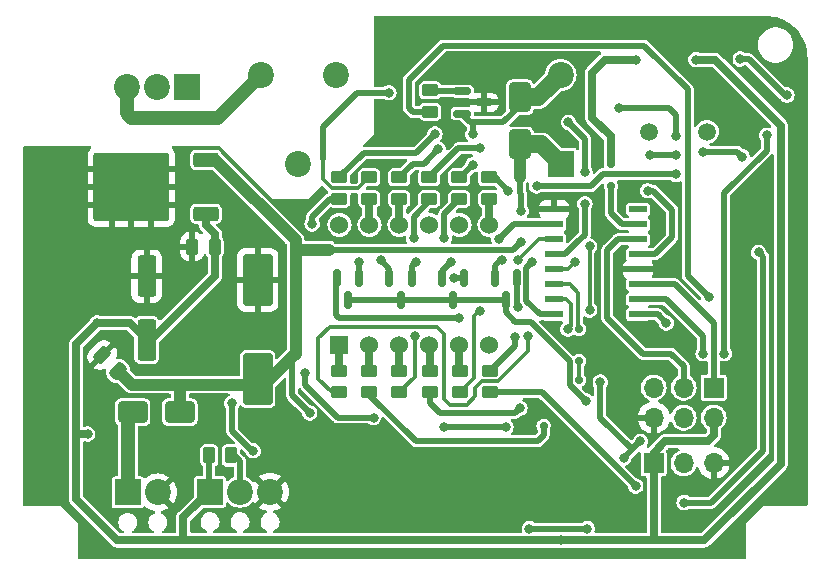
<source format=gbl>
G04 #@! TF.GenerationSoftware,KiCad,Pcbnew,7.0.5-7.0.5~ubuntu20.04.1*
G04 #@! TF.CreationDate,2023-07-24T22:04:44+03:00*
G04 #@! TF.ProjectId,hardware,68617264-7761-4726-952e-6b696361645f,rev?*
G04 #@! TF.SameCoordinates,Original*
G04 #@! TF.FileFunction,Copper,L2,Bot*
G04 #@! TF.FilePolarity,Positive*
%FSLAX46Y46*%
G04 Gerber Fmt 4.6, Leading zero omitted, Abs format (unit mm)*
G04 Created by KiCad (PCBNEW 7.0.5-7.0.5~ubuntu20.04.1) date 2023-07-24 22:04:44*
%MOMM*%
%LPD*%
G01*
G04 APERTURE LIST*
G04 Aperture macros list*
%AMRoundRect*
0 Rectangle with rounded corners*
0 $1 Rounding radius*
0 $2 $3 $4 $5 $6 $7 $8 $9 X,Y pos of 4 corners*
0 Add a 4 corners polygon primitive as box body*
4,1,4,$2,$3,$4,$5,$6,$7,$8,$9,$2,$3,0*
0 Add four circle primitives for the rounded corners*
1,1,$1+$1,$2,$3*
1,1,$1+$1,$4,$5*
1,1,$1+$1,$6,$7*
1,1,$1+$1,$8,$9*
0 Add four rect primitives between the rounded corners*
20,1,$1+$1,$2,$3,$4,$5,0*
20,1,$1+$1,$4,$5,$6,$7,0*
20,1,$1+$1,$6,$7,$8,$9,0*
20,1,$1+$1,$8,$9,$2,$3,0*%
G04 Aperture macros list end*
G04 #@! TA.AperFunction,SMDPad,CuDef*
%ADD10R,1.500000X0.600000*%
G04 #@! TD*
G04 #@! TA.AperFunction,ComponentPad*
%ADD11R,1.700000X1.700000*%
G04 #@! TD*
G04 #@! TA.AperFunction,ComponentPad*
%ADD12O,1.700000X1.700000*%
G04 #@! TD*
G04 #@! TA.AperFunction,ComponentPad*
%ADD13C,1.524000*%
G04 #@! TD*
G04 #@! TA.AperFunction,ComponentPad*
%ADD14R,1.524000X1.524000*%
G04 #@! TD*
G04 #@! TA.AperFunction,ComponentPad*
%ADD15C,2.200000*%
G04 #@! TD*
G04 #@! TA.AperFunction,ComponentPad*
%ADD16R,2.200000X2.200000*%
G04 #@! TD*
G04 #@! TA.AperFunction,ComponentPad*
%ADD17C,1.500000*%
G04 #@! TD*
G04 #@! TA.AperFunction,SMDPad,CuDef*
%ADD18RoundRect,0.250000X1.000000X0.650000X-1.000000X0.650000X-1.000000X-0.650000X1.000000X-0.650000X0*%
G04 #@! TD*
G04 #@! TA.AperFunction,SMDPad,CuDef*
%ADD19RoundRect,0.150000X-0.150000X0.587500X-0.150000X-0.587500X0.150000X-0.587500X0.150000X0.587500X0*%
G04 #@! TD*
G04 #@! TA.AperFunction,SMDPad,CuDef*
%ADD20RoundRect,0.250000X0.450000X-0.262500X0.450000X0.262500X-0.450000X0.262500X-0.450000X-0.262500X0*%
G04 #@! TD*
G04 #@! TA.AperFunction,SMDPad,CuDef*
%ADD21RoundRect,0.150000X-0.587500X-0.150000X0.587500X-0.150000X0.587500X0.150000X-0.587500X0.150000X0*%
G04 #@! TD*
G04 #@! TA.AperFunction,SMDPad,CuDef*
%ADD22RoundRect,0.250000X-0.450000X0.262500X-0.450000X-0.262500X0.450000X-0.262500X0.450000X0.262500X0*%
G04 #@! TD*
G04 #@! TA.AperFunction,SMDPad,CuDef*
%ADD23RoundRect,0.250000X-0.250000X-0.475000X0.250000X-0.475000X0.250000X0.475000X-0.250000X0.475000X0*%
G04 #@! TD*
G04 #@! TA.AperFunction,SMDPad,CuDef*
%ADD24RoundRect,0.250000X0.850000X0.350000X-0.850000X0.350000X-0.850000X-0.350000X0.850000X-0.350000X0*%
G04 #@! TD*
G04 #@! TA.AperFunction,SMDPad,CuDef*
%ADD25RoundRect,0.250000X1.275000X1.125000X-1.275000X1.125000X-1.275000X-1.125000X1.275000X-1.125000X0*%
G04 #@! TD*
G04 #@! TA.AperFunction,SMDPad,CuDef*
%ADD26RoundRect,0.249997X2.950003X2.650003X-2.950003X2.650003X-2.950003X-2.650003X2.950003X-2.650003X0*%
G04 #@! TD*
G04 #@! TA.AperFunction,SMDPad,CuDef*
%ADD27RoundRect,0.250000X0.650000X-1.000000X0.650000X1.000000X-0.650000X1.000000X-0.650000X-1.000000X0*%
G04 #@! TD*
G04 #@! TA.AperFunction,SMDPad,CuDef*
%ADD28RoundRect,0.250000X1.000000X-1.950000X1.000000X1.950000X-1.000000X1.950000X-1.000000X-1.950000X0*%
G04 #@! TD*
G04 #@! TA.AperFunction,SMDPad,CuDef*
%ADD29RoundRect,0.250000X0.512652X0.159099X0.159099X0.512652X-0.512652X-0.159099X-0.159099X-0.512652X0*%
G04 #@! TD*
G04 #@! TA.AperFunction,SMDPad,CuDef*
%ADD30RoundRect,0.250000X0.550000X-1.500000X0.550000X1.500000X-0.550000X1.500000X-0.550000X-1.500000X0*%
G04 #@! TD*
G04 #@! TA.AperFunction,SMDPad,CuDef*
%ADD31RoundRect,0.250000X0.262500X0.450000X-0.262500X0.450000X-0.262500X-0.450000X0.262500X-0.450000X0*%
G04 #@! TD*
G04 #@! TA.AperFunction,ViaPad*
%ADD32C,0.800000*%
G04 #@! TD*
G04 #@! TA.AperFunction,ViaPad*
%ADD33C,0.700000*%
G04 #@! TD*
G04 #@! TA.AperFunction,Conductor*
%ADD34C,0.500000*%
G04 #@! TD*
G04 #@! TA.AperFunction,Conductor*
%ADD35C,0.700000*%
G04 #@! TD*
G04 #@! TA.AperFunction,Conductor*
%ADD36C,0.300000*%
G04 #@! TD*
G04 #@! TA.AperFunction,Conductor*
%ADD37C,1.200000*%
G04 #@! TD*
G04 #@! TA.AperFunction,Conductor*
%ADD38C,1.500000*%
G04 #@! TD*
G04 #@! TA.AperFunction,Conductor*
%ADD39C,1.000000*%
G04 #@! TD*
G04 APERTURE END LIST*
D10*
X161300000Y-105257500D03*
X161300000Y-103987500D03*
X161300000Y-102717500D03*
X161300000Y-101447500D03*
X161300000Y-100177500D03*
X161300000Y-98907500D03*
X161300000Y-97637500D03*
X161300000Y-96367500D03*
X168400000Y-96367500D03*
X168400000Y-97637500D03*
X168400000Y-98907500D03*
X168400000Y-100177500D03*
X168400000Y-101447500D03*
X168400000Y-102717500D03*
X168400000Y-103987500D03*
X168400000Y-105257500D03*
D11*
X174800000Y-111460000D03*
D12*
X174800000Y-114000000D03*
X172260000Y-111460000D03*
X172260000Y-114000000D03*
X169720000Y-111460000D03*
X169720000Y-114000000D03*
D13*
X143120000Y-97675000D03*
X145660000Y-97675000D03*
X148200000Y-97675000D03*
X150740000Y-97675000D03*
X153280000Y-97675000D03*
X155820000Y-97675000D03*
X155820000Y-107835000D03*
X153280000Y-107835000D03*
X150740000Y-107835000D03*
X148200000Y-107835000D03*
X145660000Y-107835000D03*
D14*
X143120000Y-107835000D03*
D15*
X161840000Y-84995000D03*
D16*
X161840000Y-92495000D03*
D15*
X136440000Y-84995000D03*
X142840000Y-84995000D03*
X139640000Y-92495000D03*
X127740000Y-120335000D03*
D16*
X125200000Y-120335000D03*
D15*
X137240000Y-120275000D03*
X134700000Y-120275000D03*
D16*
X132160000Y-120275000D03*
D11*
X169720000Y-117860000D03*
D12*
X172260000Y-117860000D03*
X174800000Y-117860000D03*
D17*
X169350000Y-89800000D03*
X174230000Y-89800000D03*
D15*
X125120000Y-86000000D03*
X127660000Y-86000000D03*
D16*
X130200000Y-86000000D03*
D18*
X129600000Y-113530000D03*
X125600000Y-113530000D03*
D19*
X151800000Y-102200000D03*
X153700000Y-102200000D03*
X152750000Y-104075000D03*
D20*
X155850000Y-111875000D03*
X155850000Y-110050000D03*
X150750000Y-111875000D03*
X150750000Y-110050000D03*
D21*
X153512500Y-88262500D03*
X153512500Y-86362500D03*
X155387500Y-87312500D03*
D22*
X155800000Y-93662500D03*
X155800000Y-95487500D03*
D20*
X153300000Y-111875000D03*
X153300000Y-110050000D03*
D22*
X153260000Y-93662500D03*
X153260000Y-95487500D03*
X148180000Y-93662500D03*
X148180000Y-95487500D03*
X145640000Y-93662500D03*
X145640000Y-95487500D03*
D19*
X147350000Y-102200000D03*
X149250000Y-102200000D03*
X148300000Y-104075000D03*
D23*
X130650000Y-99530000D03*
X132550000Y-99530000D03*
D20*
X150800000Y-88112500D03*
X150800000Y-86287500D03*
D19*
X156250000Y-102200000D03*
X158150000Y-102200000D03*
X157200000Y-104075000D03*
D20*
X143100000Y-111875000D03*
X143100000Y-110050000D03*
D24*
X131800000Y-92170000D03*
D25*
X127175000Y-95975000D03*
X127175000Y-92925000D03*
D26*
X125500000Y-94450000D03*
D25*
X123825000Y-95975000D03*
X123825000Y-92925000D03*
D24*
X131800000Y-96730000D03*
D20*
X145650000Y-111875000D03*
X145650000Y-110050000D03*
D27*
X158400000Y-90875000D03*
X158400000Y-86875000D03*
D28*
X136200000Y-110730000D03*
X136200000Y-102330000D03*
D29*
X124371751Y-110046751D03*
X123028249Y-108703249D03*
D22*
X150720000Y-93662500D03*
X150720000Y-95487500D03*
D19*
X142900000Y-102200000D03*
X144800000Y-102200000D03*
X143850000Y-104075000D03*
D22*
X143100000Y-93662500D03*
X143100000Y-95487500D03*
D20*
X148200000Y-111875000D03*
X148200000Y-110050000D03*
D30*
X126800000Y-107430000D03*
X126800000Y-102030000D03*
D31*
X133912500Y-117200000D03*
X132087500Y-117200000D03*
D32*
X181000000Y-86700000D03*
X177050000Y-83650000D03*
X173900000Y-91500000D03*
X177200000Y-91900000D03*
X164300000Y-99500000D03*
X161900000Y-124400000D03*
X173300000Y-83700000D03*
X168200000Y-83700000D03*
D33*
X166100000Y-92500000D03*
X166100000Y-94400000D03*
D32*
X121800000Y-115400000D03*
X122600000Y-106000000D03*
X164000000Y-112600000D03*
X170800000Y-106000000D03*
X158500000Y-99100000D03*
X158500000Y-96500000D03*
X140600000Y-113600000D03*
X153242500Y-105600000D03*
X152600000Y-100800000D03*
X156900000Y-100649500D03*
X146600000Y-100649500D03*
X154400000Y-90000000D03*
X152000000Y-114800000D03*
X164300000Y-104900000D03*
X157200000Y-114800000D03*
X168600000Y-116000000D03*
X159200000Y-123400000D03*
X165200000Y-111000000D03*
X167200000Y-117400000D03*
X164100000Y-123400000D03*
X158200000Y-104600000D03*
X157950000Y-107150000D03*
X152800000Y-102200000D03*
X149400000Y-98800000D03*
X140800000Y-97600000D03*
X144800000Y-100800000D03*
X149600000Y-100800000D03*
X152000000Y-98800000D03*
X174400000Y-103800000D03*
X140200000Y-110200000D03*
X146000000Y-114000000D03*
X134000000Y-112800000D03*
X135800000Y-116800000D03*
X175700000Y-108600000D03*
X179300000Y-90100000D03*
X173900000Y-108600000D03*
X147300000Y-86500000D03*
X159400000Y-100800000D03*
X157400000Y-94800000D03*
X162449500Y-106500688D03*
X158400688Y-113200688D03*
D33*
X163400000Y-106500000D03*
X163415332Y-110815332D03*
X160400000Y-114700000D03*
X163400000Y-109200000D03*
D32*
X163100000Y-100800000D03*
X159100000Y-107100000D03*
X151500000Y-91300000D03*
X163900000Y-95900000D03*
X163900000Y-93200000D03*
X162500000Y-89000000D03*
X158200000Y-100700000D03*
X155000000Y-105000000D03*
X156600000Y-98900000D03*
X149500000Y-107100000D03*
X159800000Y-94400000D03*
X171600000Y-93400000D03*
X154400000Y-92600000D03*
X178600000Y-100000000D03*
X168200000Y-119800000D03*
X172300000Y-121200000D03*
X169400000Y-91800000D03*
X171600000Y-91800000D03*
X155000000Y-91200000D03*
X151200000Y-90000000D03*
X166800000Y-87800000D03*
X171600000Y-90200000D03*
X169200000Y-94800000D03*
D34*
X177050000Y-83650000D02*
X177750000Y-83650000D01*
X180800000Y-86700000D02*
X181000000Y-86700000D01*
X177750000Y-83650000D02*
X180800000Y-86700000D01*
D35*
X120800000Y-115400000D02*
X120800000Y-120900000D01*
X124300000Y-124400000D02*
X129900000Y-124400000D01*
X120800000Y-120900000D02*
X124300000Y-124400000D01*
D34*
X172600000Y-102000000D02*
X174400000Y-103800000D01*
X168900000Y-82500000D02*
X172600000Y-86200000D01*
X172600000Y-86200000D02*
X172600000Y-102000000D01*
X151900000Y-82500000D02*
X168900000Y-82500000D01*
X149000000Y-87800000D02*
X149000000Y-85400000D01*
X149312500Y-88112500D02*
X149000000Y-87800000D01*
X149000000Y-85400000D02*
X151900000Y-82500000D01*
X150800000Y-88112500D02*
X149312500Y-88112500D01*
D35*
X174000000Y-124400000D02*
X168400000Y-124400000D01*
X180500000Y-89300000D02*
X180500000Y-117900000D01*
X180500000Y-117900000D02*
X174000000Y-124400000D01*
X174900000Y-83700000D02*
X180500000Y-89300000D01*
X173300000Y-83700000D02*
X174900000Y-83700000D01*
X132160000Y-120275000D02*
X132075000Y-120275000D01*
X132075000Y-120275000D02*
X129900000Y-122450000D01*
X129900000Y-122450000D02*
X129900000Y-124400000D01*
D34*
X173900000Y-91500000D02*
X176800000Y-91500000D01*
X177200000Y-91900000D02*
X176800000Y-91500000D01*
D36*
X164300000Y-104900000D02*
X164300000Y-99500000D01*
D37*
X136440000Y-84995000D02*
X132835000Y-88600000D01*
X132835000Y-88600000D02*
X125500000Y-88600000D01*
X125500000Y-88600000D02*
X125120000Y-88220000D01*
X125120000Y-88220000D02*
X125120000Y-86000000D01*
D34*
X168312500Y-100177500D02*
X169822500Y-100177500D01*
X169822500Y-100177500D02*
X171300000Y-98700000D01*
X171300000Y-98700000D02*
X171300000Y-96400000D01*
X169700000Y-94800000D02*
X169200000Y-94800000D01*
X171300000Y-96400000D02*
X169700000Y-94800000D01*
D35*
X168200000Y-83700000D02*
X165600000Y-83700000D01*
X165600000Y-83700000D02*
X164500000Y-84800000D01*
X164500000Y-84800000D02*
X164500000Y-88600000D01*
X164500000Y-88600000D02*
X166100000Y-90200000D01*
X166100000Y-90200000D02*
X166100000Y-92500000D01*
X161900000Y-124400000D02*
X129900000Y-124400000D01*
D34*
X164100000Y-123400000D02*
X159200000Y-123400000D01*
D35*
X168400000Y-124400000D02*
X161900000Y-124400000D01*
D34*
X179300000Y-90100000D02*
X179300000Y-91400000D01*
X175700000Y-95000000D02*
X175700000Y-108600000D01*
X179300000Y-91400000D02*
X175700000Y-95000000D01*
D35*
X169720000Y-117860000D02*
X169720000Y-124400000D01*
X169720000Y-124400000D02*
X168400000Y-124400000D01*
D34*
X168200000Y-119800000D02*
X160275000Y-111875000D01*
X160275000Y-111875000D02*
X155850000Y-111875000D01*
X172300000Y-121200000D02*
X174600000Y-121200000D01*
X174600000Y-121200000D02*
X179000000Y-116800000D01*
X179000000Y-116800000D02*
X179000000Y-100400000D01*
X179000000Y-100400000D02*
X178600000Y-100000000D01*
X166100000Y-96700000D02*
X166100000Y-94400000D01*
X168312500Y-97637500D02*
X167037500Y-97637500D01*
X167037500Y-97637500D02*
X166100000Y-96700000D01*
X153242500Y-105600000D02*
X143100000Y-105600000D01*
X143100000Y-105600000D02*
X142800000Y-105300000D01*
X142800000Y-105300000D02*
X142800000Y-102300000D01*
X142800000Y-102300000D02*
X142900000Y-102200000D01*
D35*
X170700000Y-116000000D02*
X174300000Y-116000000D01*
X169720000Y-117860000D02*
X169720000Y-116980000D01*
X174800000Y-115500000D02*
X174800000Y-114000000D01*
X174300000Y-116000000D02*
X174800000Y-115500000D01*
X169720000Y-116980000D02*
X170700000Y-116000000D01*
X132550000Y-99530000D02*
X132550000Y-98450000D01*
X132550000Y-98450000D02*
X131800000Y-97700000D01*
X131800000Y-97700000D02*
X131800000Y-96730000D01*
D34*
X164000000Y-112600000D02*
X162600000Y-111200000D01*
X162600000Y-111200000D02*
X162600000Y-109200000D01*
X159300000Y-105900000D02*
X158000000Y-105900000D01*
X162600000Y-109200000D02*
X159300000Y-105900000D01*
X158000000Y-105900000D02*
X157200000Y-105100000D01*
X157200000Y-105100000D02*
X157200000Y-104075000D01*
X165200000Y-111000000D02*
X165200000Y-114000000D01*
X165200000Y-114000000D02*
X167900000Y-116700000D01*
X168312500Y-105257500D02*
X170057500Y-105257500D01*
X152750000Y-104075000D02*
X157200000Y-104075000D01*
D35*
X132550000Y-102050000D02*
X132550000Y-99530000D01*
X125370000Y-106000000D02*
X122600000Y-106000000D01*
D34*
X143850000Y-104075000D02*
X148300000Y-104075000D01*
D35*
X121800000Y-115400000D02*
X120800000Y-115400000D01*
D34*
X148300000Y-104075000D02*
X152750000Y-104075000D01*
D35*
X122600000Y-106000000D02*
X120800000Y-107800000D01*
X120800000Y-107800000D02*
X120800000Y-115400000D01*
X127170000Y-107430000D02*
X132550000Y-102050000D01*
D34*
X132087500Y-117200000D02*
X132087500Y-120202500D01*
X170057500Y-105257500D02*
X170800000Y-106000000D01*
D35*
X126800000Y-107430000D02*
X125370000Y-106000000D01*
D34*
X158500000Y-95100000D02*
X158500000Y-96500000D01*
D38*
X160220000Y-90875000D02*
X161840000Y-92495000D01*
D34*
X158400000Y-93600000D02*
X158400000Y-95000000D01*
D39*
X136200000Y-110730000D02*
X137270000Y-110730000D01*
X125525000Y-111200000D02*
X129600000Y-111200000D01*
D34*
X140600000Y-113600000D02*
X139100000Y-112100000D01*
D39*
X139400000Y-99000000D02*
X132570000Y-92170000D01*
D38*
X158400000Y-90875000D02*
X160220000Y-90875000D01*
D34*
X139100000Y-112100000D02*
X139100000Y-108900000D01*
X142200000Y-99800000D02*
X157800000Y-99800000D01*
D39*
X139400000Y-99800000D02*
X139400000Y-99000000D01*
D34*
X157800000Y-99800000D02*
X158500000Y-99100000D01*
D39*
X137270000Y-110730000D02*
X139100000Y-108900000D01*
X129600000Y-111200000D02*
X135730000Y-111200000D01*
X142200000Y-99800000D02*
X139400000Y-99800000D01*
X129600000Y-113530000D02*
X129600000Y-111200000D01*
X132570000Y-92170000D02*
X131800000Y-92170000D01*
X139100000Y-108900000D02*
X139400000Y-108600000D01*
X139400000Y-108600000D02*
X139400000Y-100200000D01*
X125525000Y-111200000D02*
X124371751Y-110046751D01*
D34*
X158400000Y-95000000D02*
X158500000Y-95100000D01*
D39*
X139400000Y-100200000D02*
X139400000Y-99800000D01*
X158400000Y-90875000D02*
X158400000Y-93600000D01*
D35*
X143100000Y-110050000D02*
X143100000Y-107855000D01*
X145660000Y-107835000D02*
X145660000Y-110040000D01*
X148200000Y-110050000D02*
X148200000Y-107835000D01*
X150750000Y-110050000D02*
X150750000Y-107845000D01*
X153280000Y-107835000D02*
X153280000Y-110030000D01*
X155800000Y-95487500D02*
X155800000Y-97655000D01*
D34*
X151800000Y-101600000D02*
X152600000Y-100800000D01*
X151800000Y-102200000D02*
X151800000Y-101600000D01*
X156250000Y-101150000D02*
X156250000Y-102200000D01*
X156900000Y-100649500D02*
X156750500Y-100649500D01*
X156750500Y-100649500D02*
X156250000Y-101150000D01*
D35*
X148180000Y-95487500D02*
X148180000Y-97655000D01*
X145660000Y-97675000D02*
X145660000Y-95507500D01*
D34*
X147350000Y-101399500D02*
X146600000Y-100649500D01*
X147350000Y-102200000D02*
X147350000Y-101399500D01*
D37*
X125200000Y-113930000D02*
X125200000Y-120335000D01*
X125600000Y-113530000D02*
X125200000Y-113930000D01*
D38*
X158400000Y-86875000D02*
X159960000Y-86875000D01*
D34*
X154400000Y-90000000D02*
X154400000Y-89000000D01*
D38*
X159960000Y-86875000D02*
X161840000Y-84995000D01*
D34*
X154400000Y-89000000D02*
X157000000Y-89000000D01*
X154200000Y-89000000D02*
X154400000Y-89000000D01*
X153512500Y-88312500D02*
X154200000Y-89000000D01*
X157000000Y-89000000D02*
X158400000Y-87600000D01*
X134200000Y-117200000D02*
X134700000Y-117700000D01*
X157200000Y-114800000D02*
X152000000Y-114800000D01*
X133912500Y-117200000D02*
X134200000Y-117200000D01*
X134700000Y-117700000D02*
X134700000Y-120275000D01*
X174800000Y-106000000D02*
X171517500Y-102717500D01*
X171517500Y-102717500D02*
X168312500Y-102717500D01*
X174800000Y-111460000D02*
X174800000Y-106000000D01*
X168800000Y-108600000D02*
X171200000Y-108600000D01*
X165800000Y-105600000D02*
X168800000Y-108600000D01*
X171200000Y-108600000D02*
X172260000Y-109660000D01*
X165800000Y-99800000D02*
X165800000Y-105600000D01*
X166692500Y-98907500D02*
X165800000Y-99800000D01*
X172260000Y-109660000D02*
X172260000Y-111460000D01*
X168312500Y-98907500D02*
X166692500Y-98907500D01*
X168600000Y-116000000D02*
X167900000Y-116700000D01*
X167900000Y-116700000D02*
X167200000Y-117400000D01*
X157950000Y-107950000D02*
X155850000Y-110050000D01*
X158200000Y-104600000D02*
X158150000Y-104550000D01*
X158150000Y-104550000D02*
X158150000Y-102200000D01*
X157950000Y-107150000D02*
X157950000Y-107950000D01*
X149412000Y-96988000D02*
X149412000Y-98788000D01*
X152800000Y-102200000D02*
X153700000Y-102200000D01*
X149412000Y-98788000D02*
X149400000Y-98800000D01*
X150720000Y-95680000D02*
X149412000Y-96988000D01*
X142312500Y-95487500D02*
X143100000Y-95487500D01*
X140800000Y-97600000D02*
X140800000Y-97000000D01*
X140800000Y-97000000D02*
X142312500Y-95487500D01*
X144800000Y-102200000D02*
X144800000Y-100800000D01*
X152000000Y-96747500D02*
X152000000Y-98800000D01*
X149250000Y-102200000D02*
X149250000Y-101150000D01*
X149250000Y-101150000D02*
X149600000Y-100800000D01*
X153260000Y-95487500D02*
X152000000Y-96747500D01*
X153512500Y-86362500D02*
X150875000Y-86362500D01*
X143000000Y-114000000D02*
X140200000Y-111200000D01*
X146000000Y-114000000D02*
X143000000Y-114000000D01*
X140200000Y-111200000D02*
X140200000Y-110200000D01*
X135800000Y-116800000D02*
X135700000Y-116800000D01*
X134000000Y-115100000D02*
X134000000Y-112800000D01*
X135700000Y-116800000D02*
X134000000Y-115100000D01*
X147300000Y-86500000D02*
X144600000Y-86500000D01*
D36*
X144702500Y-94600000D02*
X142476472Y-94600000D01*
D34*
X141700000Y-89400000D02*
X141700000Y-92100000D01*
D36*
X142476472Y-94600000D02*
X141700000Y-93823528D01*
D34*
X144600000Y-86500000D02*
X141700000Y-89400000D01*
X170800000Y-104000000D02*
X168325000Y-104000000D01*
X173900000Y-108600000D02*
X173900000Y-107100000D01*
X173900000Y-107100000D02*
X170800000Y-104000000D01*
D36*
X141700000Y-93823528D02*
X141700000Y-92100000D01*
X145640000Y-93662500D02*
X144702500Y-94600000D01*
D34*
X156262500Y-93662500D02*
X157400000Y-94800000D01*
X155800000Y-93662500D02*
X156262500Y-93662500D01*
X158900000Y-104100000D02*
X158900000Y-101300000D01*
X158900000Y-101300000D02*
X159400000Y-100800000D01*
X160057500Y-105257500D02*
X158900000Y-104100000D01*
X161387500Y-105257500D02*
X160057500Y-105257500D01*
D36*
X162725000Y-106225188D02*
X162725000Y-104425000D01*
D34*
X151600000Y-113600000D02*
X150750000Y-112750000D01*
D36*
X162725000Y-104425000D02*
X162287500Y-103987500D01*
X162287500Y-103987500D02*
X161387500Y-103987500D01*
D34*
X158001376Y-113600000D02*
X151600000Y-113600000D01*
X150750000Y-112750000D02*
X150750000Y-111875000D01*
D36*
X162449500Y-106500688D02*
X162725000Y-106225188D01*
D34*
X158400688Y-113200688D02*
X158001376Y-113600000D01*
D36*
X162617500Y-102717500D02*
X161387500Y-102717500D01*
X163400000Y-106500000D02*
X163350688Y-106450688D01*
X163415332Y-110815332D02*
X163400000Y-110800000D01*
D34*
X159900000Y-116000000D02*
X149600000Y-116000000D01*
D36*
X163350688Y-106450688D02*
X163350688Y-103450688D01*
D34*
X160400000Y-114700000D02*
X160400000Y-115500000D01*
D36*
X163350688Y-103450688D02*
X162617500Y-102717500D01*
X163400000Y-110800000D02*
X163400000Y-109200000D01*
D34*
X160400000Y-115500000D02*
X159900000Y-116000000D01*
X149600000Y-116000000D02*
X145650000Y-112050000D01*
D36*
X152000000Y-106900000D02*
X152000000Y-112400000D01*
X159100000Y-108361028D02*
X159100000Y-107100000D01*
X161387500Y-101447500D02*
X162452500Y-101447500D01*
X154600000Y-112200000D02*
X154600000Y-111500000D01*
X155187500Y-110912500D02*
X156548528Y-110912500D01*
X154600000Y-111500000D02*
X155187500Y-110912500D01*
X153900000Y-112900000D02*
X154600000Y-112200000D01*
X151400000Y-106300000D02*
X152000000Y-106900000D01*
X152000000Y-112400000D02*
X152500000Y-112900000D01*
X156548528Y-110912500D02*
X159100000Y-108361028D01*
X162452500Y-101447500D02*
X163100000Y-100800000D01*
X142475000Y-111875000D02*
X141300000Y-110700000D01*
X142300000Y-106300000D02*
X151400000Y-106300000D01*
X143100000Y-111875000D02*
X142475000Y-111875000D01*
X152500000Y-112900000D02*
X153900000Y-112900000D01*
X141300000Y-107300000D02*
X142300000Y-106300000D01*
X141300000Y-110700000D02*
X141300000Y-107300000D01*
D34*
X163900000Y-98500000D02*
X163900000Y-95900000D01*
X161387500Y-100177500D02*
X162222500Y-100177500D01*
X162222500Y-100177500D02*
X162750000Y-99650000D01*
X163247918Y-99150000D02*
X163250000Y-99150000D01*
X162750000Y-99650000D02*
X162750000Y-99647918D01*
X148180000Y-93662500D02*
X149342500Y-92500000D01*
X149342500Y-92500000D02*
X150300000Y-92500000D01*
X162500000Y-89000000D02*
X163900000Y-90400000D01*
X163250000Y-99150000D02*
X163900000Y-98500000D01*
X150300000Y-92500000D02*
X151500000Y-91300000D01*
X163900000Y-90400000D02*
X163900000Y-93200000D01*
X162750000Y-99647918D02*
X163247918Y-99150000D01*
D36*
X154500000Y-105400000D02*
X154900000Y-105000000D01*
X159992500Y-98907500D02*
X158200000Y-100700000D01*
X161387500Y-98907500D02*
X159992500Y-98907500D01*
X154500000Y-110675000D02*
X154500000Y-105400000D01*
X154900000Y-105000000D02*
X155000000Y-105000000D01*
X153300000Y-111875000D02*
X154500000Y-110675000D01*
D34*
X156600000Y-98900000D02*
X157862500Y-97637500D01*
D36*
X148200000Y-111875000D02*
X149500000Y-110575000D01*
X149500000Y-110575000D02*
X149500000Y-107100000D01*
D34*
X157862500Y-97637500D02*
X161387500Y-97637500D01*
X164400000Y-94400000D02*
X159800000Y-94400000D01*
X153337500Y-93662500D02*
X154400000Y-92600000D01*
X165400000Y-93400000D02*
X164400000Y-94400000D01*
X171600000Y-93400000D02*
X165400000Y-93400000D01*
X171600000Y-91800000D02*
X169400000Y-91800000D01*
X150720000Y-93662500D02*
X153182500Y-91200000D01*
X153182500Y-91200000D02*
X155000000Y-91200000D01*
X149600000Y-91600000D02*
X151200000Y-90000000D01*
X145162500Y-91600000D02*
X149600000Y-91600000D01*
X171600000Y-88400000D02*
X171000000Y-87800000D01*
X143100000Y-93662500D02*
X145162500Y-91600000D01*
X171000000Y-87800000D02*
X166800000Y-87800000D01*
X171600000Y-90200000D02*
X171600000Y-88400000D01*
G04 #@! TA.AperFunction,Conductor*
G36*
X179251545Y-80000575D02*
G01*
X179402663Y-80007999D01*
X179596574Y-80018162D01*
X179602452Y-80018751D01*
X179771626Y-80043846D01*
X179863387Y-80058379D01*
X179947547Y-80071708D01*
X179952980Y-80072817D01*
X180122209Y-80115206D01*
X180291320Y-80160520D01*
X180296156Y-80162030D01*
X180461239Y-80221098D01*
X180462494Y-80221563D01*
X180624260Y-80283659D01*
X180628547Y-80285493D01*
X180787684Y-80360759D01*
X180789235Y-80361521D01*
X180920871Y-80428593D01*
X180942968Y-80439852D01*
X180946747Y-80441944D01*
X181033431Y-80493900D01*
X181097983Y-80532591D01*
X181099907Y-80533792D01*
X181157564Y-80571235D01*
X181244256Y-80627533D01*
X181247451Y-80629752D01*
X181389278Y-80734939D01*
X181391342Y-80736538D01*
X181524964Y-80844744D01*
X181527597Y-80846999D01*
X181589574Y-80903172D01*
X181658503Y-80965646D01*
X181660722Y-80967758D01*
X181782239Y-81089275D01*
X181784352Y-81091495D01*
X181902990Y-81222391D01*
X181905260Y-81225041D01*
X182013450Y-81358644D01*
X182015078Y-81360744D01*
X182120238Y-81502536D01*
X182122473Y-81505754D01*
X182216206Y-81650091D01*
X182217407Y-81652015D01*
X182308049Y-81803242D01*
X182310146Y-81807030D01*
X182388445Y-81960698D01*
X182389263Y-81962364D01*
X182464494Y-82121426D01*
X182466350Y-82125765D01*
X182492437Y-82193723D01*
X182528418Y-82287459D01*
X182528919Y-82288811D01*
X182539827Y-82319295D01*
X182587958Y-82453813D01*
X182589489Y-82458713D01*
X182634797Y-82627809D01*
X182677178Y-82797004D01*
X182678291Y-82802459D01*
X182706152Y-82978372D01*
X182731243Y-83147511D01*
X182731839Y-83153462D01*
X182742009Y-83347519D01*
X182749424Y-83498451D01*
X182749500Y-83501543D01*
X182749500Y-121374000D01*
X182729498Y-121442121D01*
X182675842Y-121488614D01*
X182623500Y-121500000D01*
X178999998Y-121500000D01*
X177500000Y-122999998D01*
X177500000Y-125873500D01*
X177479998Y-125941621D01*
X177426342Y-125988114D01*
X177374000Y-125999500D01*
X121126000Y-125999500D01*
X121057879Y-125979498D01*
X121011386Y-125925842D01*
X121000000Y-125873500D01*
X121000000Y-123000000D01*
X120999999Y-122999998D01*
X119500001Y-121500000D01*
X119500000Y-121500000D01*
X116426500Y-121500000D01*
X116358379Y-121479998D01*
X116311886Y-121426342D01*
X116300500Y-121374000D01*
X116300500Y-102280000D01*
X125500001Y-102280000D01*
X125500001Y-103579978D01*
X125510493Y-103682691D01*
X125565642Y-103849122D01*
X125657683Y-103998344D01*
X125657688Y-103998350D01*
X125781649Y-104122311D01*
X125781655Y-104122316D01*
X125930877Y-104214357D01*
X126097308Y-104269506D01*
X126200012Y-104279999D01*
X126550000Y-104279999D01*
X126550000Y-102280000D01*
X127050000Y-102280000D01*
X127050000Y-104279999D01*
X127399978Y-104279999D01*
X127502691Y-104269506D01*
X127669122Y-104214357D01*
X127818344Y-104122316D01*
X127818350Y-104122311D01*
X127942311Y-103998350D01*
X127942316Y-103998344D01*
X128034357Y-103849122D01*
X128089506Y-103682691D01*
X128099999Y-103579987D01*
X128100000Y-103579987D01*
X128100000Y-102280000D01*
X127050000Y-102280000D01*
X126550000Y-102280000D01*
X125500001Y-102280000D01*
X116300500Y-102280000D01*
X116300500Y-101780000D01*
X125500000Y-101780000D01*
X126550000Y-101780000D01*
X126550000Y-99780000D01*
X127050000Y-99780000D01*
X127050000Y-101780000D01*
X128099999Y-101780000D01*
X128099999Y-100480021D01*
X128089506Y-100377308D01*
X128034357Y-100210877D01*
X127942316Y-100061655D01*
X127942311Y-100061649D01*
X127818350Y-99937688D01*
X127818344Y-99937683D01*
X127669122Y-99845642D01*
X127502691Y-99790493D01*
X127399987Y-99780000D01*
X129650001Y-99780000D01*
X129650001Y-100054978D01*
X129660493Y-100157691D01*
X129715642Y-100324122D01*
X129807683Y-100473344D01*
X129807688Y-100473350D01*
X129931649Y-100597311D01*
X129931655Y-100597316D01*
X130080877Y-100689357D01*
X130247308Y-100744506D01*
X130350012Y-100754999D01*
X130400000Y-100754998D01*
X130400000Y-99780000D01*
X129650001Y-99780000D01*
X127399987Y-99780000D01*
X127050000Y-99780000D01*
X126550000Y-99780000D01*
X126200021Y-99780000D01*
X126097308Y-99790493D01*
X125930877Y-99845642D01*
X125781655Y-99937683D01*
X125781649Y-99937688D01*
X125657688Y-100061649D01*
X125657683Y-100061655D01*
X125565642Y-100210877D01*
X125510493Y-100377308D01*
X125500000Y-100480012D01*
X125500000Y-101780000D01*
X116300500Y-101780000D01*
X116300500Y-99280000D01*
X129650000Y-99280000D01*
X130400000Y-99280000D01*
X130399999Y-98305000D01*
X130399999Y-98304999D01*
X130350021Y-98305000D01*
X130247308Y-98315493D01*
X130080877Y-98370642D01*
X129931655Y-98462683D01*
X129931649Y-98462688D01*
X129807688Y-98586649D01*
X129807683Y-98586655D01*
X129715642Y-98735877D01*
X129660493Y-98902308D01*
X129650000Y-99005012D01*
X129650000Y-99280000D01*
X116300500Y-99280000D01*
X116300500Y-96225000D01*
X121800001Y-96225000D01*
X121800001Y-97149980D01*
X121810493Y-97252694D01*
X121865641Y-97419122D01*
X121957682Y-97568345D01*
X121957687Y-97568351D01*
X122081648Y-97692312D01*
X122081654Y-97692317D01*
X122230877Y-97784358D01*
X122397300Y-97839505D01*
X122455426Y-97845443D01*
X122466594Y-97850000D01*
X122496811Y-97850000D01*
X122503218Y-97850326D01*
X122513679Y-97851394D01*
X122521763Y-97850000D01*
X122552204Y-97850000D01*
X122552213Y-97849999D01*
X123575000Y-97849999D01*
X123575000Y-96225000D01*
X124075000Y-96225000D01*
X124075000Y-97849999D01*
X125250000Y-97849999D01*
X125250000Y-96225000D01*
X125750000Y-96225000D01*
X125750000Y-97849999D01*
X126925000Y-97849999D01*
X126925000Y-96225000D01*
X127425000Y-96225000D01*
X127425000Y-97849999D01*
X128499980Y-97849999D01*
X128602694Y-97839506D01*
X128769122Y-97784358D01*
X128918345Y-97692317D01*
X128918351Y-97692312D01*
X129042312Y-97568351D01*
X129042317Y-97568345D01*
X129134358Y-97419122D01*
X129189505Y-97252698D01*
X129189506Y-97252692D01*
X129200000Y-97149989D01*
X129200000Y-96225000D01*
X127425000Y-96225000D01*
X126925000Y-96225000D01*
X125750000Y-96225000D01*
X125250000Y-96225000D01*
X124075000Y-96225000D01*
X123575000Y-96225000D01*
X121800001Y-96225000D01*
X116300500Y-96225000D01*
X116300500Y-94700000D01*
X121800000Y-94700000D01*
X121800000Y-94800021D01*
X121800001Y-95725000D01*
X123575000Y-95725000D01*
X123575000Y-94700000D01*
X124075000Y-94700000D01*
X124075000Y-95725000D01*
X125250000Y-95725000D01*
X125250000Y-94700000D01*
X125750000Y-94700000D01*
X125750000Y-95725000D01*
X126925000Y-95725000D01*
X126925000Y-94700000D01*
X127425000Y-94700000D01*
X127425000Y-95725000D01*
X129200000Y-95725000D01*
X129199999Y-94700000D01*
X127425000Y-94700000D01*
X126925000Y-94700000D01*
X125750000Y-94700000D01*
X125250000Y-94700000D01*
X124075000Y-94700000D01*
X123575000Y-94700000D01*
X121800000Y-94700000D01*
X116300500Y-94700000D01*
X116300500Y-93175000D01*
X121800000Y-93175000D01*
X121800000Y-94200000D01*
X123575000Y-94200000D01*
X123575000Y-93175000D01*
X124075000Y-93175000D01*
X124075000Y-94200000D01*
X126925000Y-94200000D01*
X126925000Y-93175000D01*
X127425000Y-93175000D01*
X127425000Y-94200000D01*
X129199999Y-94200000D01*
X129199998Y-94106213D01*
X129200000Y-94106192D01*
X129200000Y-93175000D01*
X127425000Y-93175000D01*
X126925000Y-93175000D01*
X124075000Y-93175000D01*
X123575000Y-93175000D01*
X121800000Y-93175000D01*
X116300500Y-93175000D01*
X116300500Y-91126000D01*
X116320502Y-91057879D01*
X116374158Y-91011386D01*
X116426500Y-91000000D01*
X121985146Y-91000000D01*
X122053267Y-91020002D01*
X122099760Y-91073658D01*
X122109864Y-91143932D01*
X122080370Y-91208512D01*
X122074241Y-91215095D01*
X121957687Y-91331648D01*
X121957682Y-91331654D01*
X121865641Y-91480877D01*
X121810494Y-91647301D01*
X121810493Y-91647307D01*
X121800000Y-91750010D01*
X121800000Y-92675000D01*
X129199999Y-92675000D01*
X129199999Y-91750021D01*
X129189832Y-91650495D01*
X129189744Y-91648781D01*
X129189506Y-91647305D01*
X129134358Y-91480876D01*
X129042317Y-91331654D01*
X129042312Y-91331648D01*
X128925759Y-91215095D01*
X128891733Y-91152783D01*
X128896798Y-91081968D01*
X128939345Y-91025132D01*
X129005865Y-91000321D01*
X129014854Y-91000000D01*
X132947810Y-91000000D01*
X133015931Y-91020002D01*
X133036905Y-91036905D01*
X137499998Y-95499999D01*
X137500000Y-95500000D01*
X140499999Y-95500000D01*
X140500000Y-95500000D01*
X141565946Y-94434052D01*
X141628255Y-94400030D01*
X141699070Y-94405094D01*
X141744133Y-94434054D01*
X142138101Y-94828021D01*
X142172126Y-94890334D01*
X142167062Y-94961149D01*
X142124515Y-95017985D01*
X142093043Y-95035171D01*
X142070170Y-95043702D01*
X142066475Y-95046469D01*
X142043319Y-95060207D01*
X142042469Y-95060596D01*
X142039125Y-95062123D01*
X141999954Y-95096064D01*
X141996455Y-95098884D01*
X141983911Y-95108275D01*
X141983908Y-95108278D01*
X141972817Y-95119366D01*
X141969531Y-95122425D01*
X141930359Y-95156368D01*
X141930356Y-95156373D01*
X141927859Y-95160258D01*
X141910963Y-95181221D01*
X140493721Y-96598463D01*
X140472758Y-96615359D01*
X140468873Y-96617856D01*
X140468868Y-96617859D01*
X140434925Y-96657031D01*
X140431866Y-96660317D01*
X140420778Y-96671408D01*
X140420775Y-96671411D01*
X140411384Y-96683955D01*
X140408564Y-96687454D01*
X140374623Y-96726625D01*
X140372709Y-96730818D01*
X140358969Y-96753975D01*
X140356202Y-96757670D01*
X140338090Y-96806234D01*
X140336369Y-96810389D01*
X140314834Y-96857544D01*
X140314833Y-96857548D01*
X140314176Y-96862117D01*
X140307523Y-96888186D01*
X140305909Y-96892512D01*
X140305909Y-96892516D01*
X140302209Y-96944223D01*
X140301729Y-96948690D01*
X140299500Y-96964201D01*
X140299500Y-96979867D01*
X140299339Y-96984363D01*
X140296455Y-97024688D01*
X140295641Y-97036073D01*
X140296620Y-97040576D01*
X140299500Y-97067357D01*
X140299500Y-97140719D01*
X140279498Y-97208840D01*
X140277196Y-97212295D01*
X140219781Y-97295474D01*
X140163761Y-97443184D01*
X140144722Y-97599996D01*
X140144722Y-97600003D01*
X140163761Y-97756815D01*
X140191771Y-97830670D01*
X140219780Y-97904523D01*
X140219781Y-97904525D01*
X140219782Y-97904526D01*
X140219783Y-97904529D01*
X140309516Y-98034529D01*
X140309518Y-98034531D01*
X140343168Y-98064342D01*
X140427760Y-98139283D01*
X140567635Y-98212696D01*
X140567636Y-98212696D01*
X140567638Y-98212697D01*
X140606215Y-98222205D01*
X140721015Y-98250500D01*
X140721017Y-98250500D01*
X140878983Y-98250500D01*
X140878985Y-98250500D01*
X141032365Y-98212696D01*
X141172240Y-98139283D01*
X141290483Y-98034530D01*
X141380220Y-97904523D01*
X141436237Y-97756818D01*
X141436237Y-97756817D01*
X141436238Y-97756815D01*
X141446172Y-97675003D01*
X142102601Y-97675003D01*
X142122148Y-97873476D01*
X142122149Y-97873481D01*
X142122150Y-97873485D01*
X142158896Y-97994619D01*
X142180046Y-98064343D01*
X142264427Y-98222208D01*
X142274064Y-98240237D01*
X142400590Y-98394410D01*
X142554763Y-98520936D01*
X142574237Y-98531345D01*
X142689983Y-98593213D01*
X142730658Y-98614954D01*
X142921515Y-98672850D01*
X142921521Y-98672850D01*
X142921523Y-98672851D01*
X143119997Y-98692399D01*
X143120000Y-98692399D01*
X143120003Y-98692399D01*
X143318476Y-98672851D01*
X143318476Y-98672850D01*
X143318485Y-98672850D01*
X143509342Y-98614954D01*
X143685237Y-98520936D01*
X143839410Y-98394410D01*
X143965936Y-98240237D01*
X144059954Y-98064342D01*
X144117850Y-97873485D01*
X144126628Y-97784358D01*
X144137399Y-97675003D01*
X144137399Y-97674996D01*
X144117851Y-97476523D01*
X144117850Y-97476521D01*
X144117850Y-97476515D01*
X144059954Y-97285658D01*
X144045317Y-97258275D01*
X143981942Y-97139709D01*
X143965936Y-97109763D01*
X143839410Y-96955590D01*
X143685237Y-96829064D01*
X143685235Y-96829063D01*
X143685234Y-96829062D01*
X143509343Y-96735046D01*
X143432384Y-96711701D01*
X143318485Y-96677150D01*
X143318481Y-96677149D01*
X143318476Y-96677148D01*
X143120003Y-96657601D01*
X143119997Y-96657601D01*
X142921523Y-96677148D01*
X142921517Y-96677149D01*
X142921515Y-96677150D01*
X142855426Y-96697198D01*
X142730656Y-96735046D01*
X142554765Y-96829062D01*
X142400590Y-96955590D01*
X142274062Y-97109765D01*
X142180046Y-97285656D01*
X142146057Y-97397703D01*
X142132262Y-97443182D01*
X142122148Y-97476523D01*
X142102601Y-97674996D01*
X142102601Y-97675003D01*
X141446172Y-97675003D01*
X141455278Y-97600003D01*
X141455278Y-97599996D01*
X141436238Y-97443184D01*
X141427112Y-97419122D01*
X141380220Y-97295477D01*
X141380217Y-97295472D01*
X141380217Y-97295471D01*
X141371311Y-97282569D01*
X141349076Y-97215144D01*
X141366824Y-97146401D01*
X141385909Y-97121903D01*
X142282202Y-96225610D01*
X142344512Y-96191586D01*
X142415322Y-96196650D01*
X142542517Y-96244091D01*
X142602127Y-96250500D01*
X143597872Y-96250499D01*
X143657483Y-96244091D01*
X143773241Y-96200916D01*
X143792326Y-96193798D01*
X143792326Y-96193797D01*
X143792331Y-96193796D01*
X143907546Y-96107546D01*
X143993796Y-95992331D01*
X144044091Y-95857483D01*
X144050500Y-95797873D01*
X144050499Y-95177128D01*
X144048268Y-95156372D01*
X144046505Y-95139966D01*
X144059112Y-95070098D01*
X144107491Y-95018137D01*
X144171783Y-95000500D01*
X144568217Y-95000500D01*
X144636338Y-95020502D01*
X144682831Y-95074158D01*
X144693495Y-95139970D01*
X144689500Y-95177119D01*
X144689500Y-95797864D01*
X144689502Y-95797885D01*
X144695908Y-95857480D01*
X144695908Y-95857481D01*
X144746201Y-95992326D01*
X144746203Y-95992329D01*
X144746204Y-95992331D01*
X144768754Y-96022454D01*
X144832452Y-96107544D01*
X144832453Y-96107544D01*
X144832454Y-96107546D01*
X144899410Y-96157669D01*
X144947672Y-96193798D01*
X144977530Y-96204934D01*
X145034367Y-96247479D01*
X145059179Y-96313999D01*
X145059500Y-96322990D01*
X145059500Y-96798409D01*
X145039498Y-96866530D01*
X145013434Y-96895808D01*
X144940590Y-96955589D01*
X144814062Y-97109765D01*
X144720046Y-97285656D01*
X144686057Y-97397703D01*
X144672262Y-97443182D01*
X144662148Y-97476523D01*
X144642601Y-97674996D01*
X144642601Y-97675003D01*
X144662148Y-97873476D01*
X144662149Y-97873481D01*
X144662150Y-97873485D01*
X144698896Y-97994619D01*
X144720046Y-98064343D01*
X144804427Y-98222208D01*
X144814064Y-98240237D01*
X144940590Y-98394410D01*
X145094763Y-98520936D01*
X145114237Y-98531345D01*
X145229983Y-98593213D01*
X145270658Y-98614954D01*
X145461515Y-98672850D01*
X145461521Y-98672850D01*
X145461523Y-98672851D01*
X145659997Y-98692399D01*
X145660000Y-98692399D01*
X145660003Y-98692399D01*
X145858476Y-98672851D01*
X145858476Y-98672850D01*
X145858485Y-98672850D01*
X146049342Y-98614954D01*
X146225237Y-98520936D01*
X146379410Y-98394410D01*
X146505936Y-98240237D01*
X146599954Y-98064342D01*
X146657850Y-97873485D01*
X146666628Y-97784358D01*
X146677399Y-97675003D01*
X146677399Y-97674996D01*
X146657851Y-97476523D01*
X146657850Y-97476521D01*
X146657850Y-97476515D01*
X146599954Y-97285658D01*
X146585317Y-97258275D01*
X146521942Y-97139709D01*
X146505936Y-97109763D01*
X146379410Y-96955590D01*
X146379409Y-96955589D01*
X146306566Y-96895808D01*
X146266597Y-96837131D01*
X146260500Y-96798409D01*
X146260500Y-96307778D01*
X146280502Y-96239657D01*
X146326117Y-96197189D01*
X146332324Y-96193798D01*
X146332331Y-96193796D01*
X146447546Y-96107546D01*
X146533796Y-95992331D01*
X146584091Y-95857483D01*
X146590500Y-95797873D01*
X146590499Y-95177128D01*
X146584091Y-95117517D01*
X146559095Y-95050499D01*
X146533798Y-94982673D01*
X146533796Y-94982670D01*
X146533796Y-94982669D01*
X146475173Y-94904359D01*
X146447546Y-94867453D01*
X146357434Y-94799996D01*
X146332331Y-94781204D01*
X146332329Y-94781203D01*
X146332326Y-94781201D01*
X146197483Y-94730909D01*
X146197486Y-94730909D01*
X146137878Y-94724500D01*
X146137873Y-94724500D01*
X145448581Y-94724500D01*
X145380460Y-94704498D01*
X145333967Y-94650842D01*
X145323863Y-94580568D01*
X145353357Y-94515988D01*
X145359486Y-94509405D01*
X145406487Y-94462404D01*
X145468799Y-94428378D01*
X145495582Y-94425499D01*
X146137865Y-94425499D01*
X146137872Y-94425499D01*
X146197483Y-94419091D01*
X146332331Y-94368796D01*
X146447546Y-94282546D01*
X146533796Y-94167331D01*
X146535400Y-94163032D01*
X146549270Y-94125842D01*
X146584091Y-94032483D01*
X146590500Y-93972873D01*
X146590499Y-93352128D01*
X146584091Y-93292517D01*
X146551549Y-93205266D01*
X146533798Y-93157673D01*
X146533796Y-93157670D01*
X146533796Y-93157669D01*
X146485922Y-93093718D01*
X146447546Y-93042453D01*
X146362159Y-92978533D01*
X146332331Y-92956204D01*
X146332329Y-92956203D01*
X146332326Y-92956201D01*
X146197483Y-92905909D01*
X146197486Y-92905909D01*
X146137873Y-92899500D01*
X145142135Y-92899500D01*
X145142114Y-92899502D01*
X145082519Y-92905908D01*
X145082518Y-92905908D01*
X144947673Y-92956201D01*
X144947670Y-92956203D01*
X144832453Y-93042453D01*
X144746203Y-93157670D01*
X144746201Y-93157673D01*
X144695909Y-93292515D01*
X144689500Y-93352121D01*
X144689500Y-93972864D01*
X144689501Y-93972877D01*
X144690215Y-93979515D01*
X144677606Y-94049383D01*
X144654033Y-94082072D01*
X144573513Y-94162594D01*
X144511201Y-94196620D01*
X144484416Y-94199500D01*
X144163271Y-94199500D01*
X144095150Y-94179498D01*
X144048657Y-94125842D01*
X144038553Y-94055568D01*
X144042475Y-94040201D01*
X144042278Y-94040155D01*
X144044090Y-94032486D01*
X144044090Y-94032485D01*
X144044091Y-94032483D01*
X144050500Y-93972873D01*
X144050499Y-93472002D01*
X144070501Y-93403882D01*
X144087395Y-93382917D01*
X145332911Y-92137402D01*
X145395221Y-92103379D01*
X145422004Y-92100500D01*
X148729995Y-92100500D01*
X148798116Y-92120502D01*
X148844609Y-92174158D01*
X148854713Y-92244432D01*
X148825219Y-92309012D01*
X148819090Y-92315596D01*
X148272088Y-92862596D01*
X148209776Y-92896621D01*
X148182993Y-92899500D01*
X147682135Y-92899500D01*
X147682114Y-92899502D01*
X147622519Y-92905908D01*
X147622518Y-92905908D01*
X147487673Y-92956201D01*
X147487670Y-92956203D01*
X147372453Y-93042453D01*
X147286203Y-93157670D01*
X147286201Y-93157673D01*
X147235909Y-93292515D01*
X147229500Y-93352121D01*
X147229500Y-93972864D01*
X147229502Y-93972885D01*
X147235908Y-94032480D01*
X147235908Y-94032481D01*
X147286201Y-94167326D01*
X147286203Y-94167329D01*
X147286204Y-94167331D01*
X147301156Y-94187304D01*
X147372453Y-94282546D01*
X147415585Y-94314834D01*
X147487669Y-94368796D01*
X147487671Y-94368796D01*
X147487673Y-94368798D01*
X147548030Y-94391309D01*
X147622514Y-94419090D01*
X147622517Y-94419091D01*
X147682127Y-94425500D01*
X148677872Y-94425499D01*
X148737483Y-94419091D01*
X148872331Y-94368796D01*
X148987546Y-94282546D01*
X149073796Y-94167331D01*
X149075400Y-94163032D01*
X149089270Y-94125842D01*
X149124091Y-94032483D01*
X149130500Y-93972873D01*
X149130499Y-93472002D01*
X149150501Y-93403882D01*
X149167395Y-93382917D01*
X149512910Y-93037402D01*
X149575220Y-93003379D01*
X149602003Y-93000500D01*
X149703350Y-93000500D01*
X149771471Y-93020502D01*
X149817964Y-93074158D01*
X149828068Y-93144432D01*
X149821406Y-93170531D01*
X149775909Y-93292514D01*
X149769500Y-93352121D01*
X149769500Y-93972864D01*
X149769502Y-93972885D01*
X149775908Y-94032480D01*
X149775908Y-94032481D01*
X149826201Y-94167326D01*
X149826203Y-94167329D01*
X149826204Y-94167331D01*
X149841156Y-94187304D01*
X149912453Y-94282546D01*
X149955585Y-94314834D01*
X150027669Y-94368796D01*
X150027671Y-94368796D01*
X150027673Y-94368798D01*
X150088030Y-94391309D01*
X150162514Y-94419090D01*
X150162517Y-94419091D01*
X150222127Y-94425500D01*
X151217872Y-94425499D01*
X151277483Y-94419091D01*
X151412331Y-94368796D01*
X151527546Y-94282546D01*
X151613796Y-94167331D01*
X151615400Y-94163032D01*
X151629270Y-94125842D01*
X151664091Y-94032483D01*
X151670500Y-93972873D01*
X151670499Y-93472002D01*
X151690501Y-93403882D01*
X151707395Y-93382917D01*
X153352911Y-91737402D01*
X153415221Y-91703379D01*
X153442004Y-91700500D01*
X154293543Y-91700500D01*
X154361664Y-91720502D01*
X154408157Y-91774158D01*
X154418261Y-91844432D01*
X154388767Y-91909012D01*
X154329041Y-91947396D01*
X154323696Y-91948839D01*
X154167638Y-91987302D01*
X154167634Y-91987304D01*
X154027759Y-92060717D01*
X153909518Y-92165468D01*
X153909516Y-92165470D01*
X153819783Y-92295470D01*
X153819782Y-92295473D01*
X153819781Y-92295475D01*
X153819780Y-92295477D01*
X153797052Y-92355407D01*
X153763762Y-92443184D01*
X153757222Y-92497042D01*
X153729154Y-92562255D01*
X153721236Y-92570948D01*
X153429589Y-92862595D01*
X153367277Y-92896621D01*
X153340494Y-92899500D01*
X152762135Y-92899500D01*
X152762114Y-92899502D01*
X152702519Y-92905908D01*
X152702518Y-92905908D01*
X152567673Y-92956201D01*
X152567670Y-92956203D01*
X152452453Y-93042453D01*
X152366203Y-93157670D01*
X152366201Y-93157673D01*
X152315909Y-93292515D01*
X152309500Y-93352121D01*
X152309500Y-93972864D01*
X152309502Y-93972885D01*
X152315908Y-94032480D01*
X152315908Y-94032481D01*
X152366201Y-94167326D01*
X152366203Y-94167329D01*
X152366204Y-94167331D01*
X152381156Y-94187304D01*
X152452453Y-94282546D01*
X152495585Y-94314834D01*
X152567669Y-94368796D01*
X152567671Y-94368796D01*
X152567673Y-94368798D01*
X152628030Y-94391309D01*
X152702514Y-94419090D01*
X152702517Y-94419091D01*
X152762127Y-94425500D01*
X153757872Y-94425499D01*
X153817483Y-94419091D01*
X153952331Y-94368796D01*
X154067546Y-94282546D01*
X154153796Y-94167331D01*
X154155400Y-94163032D01*
X154169270Y-94125842D01*
X154204091Y-94032483D01*
X154210500Y-93972873D01*
X154210499Y-93549504D01*
X154230501Y-93481385D01*
X154247404Y-93460410D01*
X154425388Y-93282426D01*
X154484328Y-93249183D01*
X154632365Y-93212696D01*
X154669299Y-93193311D01*
X154738908Y-93179364D01*
X154805011Y-93205266D01*
X154846617Y-93262794D01*
X154853131Y-93318345D01*
X154849501Y-93352112D01*
X154849500Y-93352131D01*
X154849500Y-93972864D01*
X154849502Y-93972885D01*
X154855908Y-94032480D01*
X154855908Y-94032481D01*
X154906201Y-94167326D01*
X154906203Y-94167329D01*
X154906204Y-94167331D01*
X154921156Y-94187304D01*
X154992453Y-94282546D01*
X155035585Y-94314834D01*
X155107669Y-94368796D01*
X155107671Y-94368796D01*
X155107673Y-94368798D01*
X155168030Y-94391309D01*
X155242514Y-94419090D01*
X155242517Y-94419091D01*
X155302127Y-94425500D01*
X156265495Y-94425499D01*
X156333616Y-94445501D01*
X156354590Y-94462404D01*
X156402538Y-94510352D01*
X156436564Y-94572664D01*
X156431499Y-94643479D01*
X156388952Y-94700315D01*
X156322432Y-94725126D01*
X156299987Y-94724726D01*
X156297896Y-94724501D01*
X156297875Y-94724500D01*
X156297873Y-94724500D01*
X156297868Y-94724500D01*
X155302135Y-94724500D01*
X155302114Y-94724502D01*
X155242519Y-94730908D01*
X155242518Y-94730908D01*
X155107673Y-94781201D01*
X155107670Y-94781203D01*
X154992453Y-94867453D01*
X154906203Y-94982670D01*
X154906201Y-94982673D01*
X154855909Y-95117515D01*
X154849500Y-95177121D01*
X154849500Y-95797864D01*
X154849502Y-95797885D01*
X154855908Y-95857480D01*
X154855908Y-95857481D01*
X154906201Y-95992326D01*
X154906203Y-95992329D01*
X154906204Y-95992331D01*
X154928754Y-96022454D01*
X154992452Y-96107544D01*
X154992453Y-96107544D01*
X154992454Y-96107546D01*
X155107669Y-96193796D01*
X155116766Y-96197189D01*
X155117528Y-96197473D01*
X155174365Y-96240017D01*
X155199179Y-96306537D01*
X155199500Y-96315530D01*
X155199500Y-96814822D01*
X155179498Y-96882943D01*
X155153435Y-96912220D01*
X155100590Y-96955589D01*
X154974062Y-97109765D01*
X154880046Y-97285656D01*
X154846057Y-97397703D01*
X154832262Y-97443182D01*
X154822148Y-97476523D01*
X154802601Y-97674996D01*
X154802601Y-97675003D01*
X154822148Y-97873476D01*
X154822149Y-97873481D01*
X154822150Y-97873485D01*
X154858896Y-97994619D01*
X154880046Y-98064343D01*
X154964427Y-98222208D01*
X154974064Y-98240237D01*
X155100590Y-98394410D01*
X155254763Y-98520936D01*
X155274237Y-98531345D01*
X155389983Y-98593213D01*
X155430658Y-98614954D01*
X155621515Y-98672850D01*
X155621521Y-98672850D01*
X155621523Y-98672851D01*
X155819997Y-98692399D01*
X155826190Y-98692399D01*
X155826190Y-98694908D01*
X155885117Y-98706079D01*
X155936649Y-98754916D01*
X155953597Y-98823860D01*
X155952804Y-98833434D01*
X155944722Y-98900002D01*
X155944722Y-98900003D01*
X155963761Y-99056815D01*
X155967044Y-99065470D01*
X155991070Y-99128821D01*
X155996524Y-99199606D01*
X155962842Y-99262104D01*
X155900718Y-99296471D01*
X155873258Y-99299500D01*
X152685711Y-99299500D01*
X152617590Y-99279498D01*
X152571097Y-99225842D01*
X152560993Y-99155568D01*
X152578061Y-99112008D01*
X152576674Y-99111280D01*
X152580214Y-99104531D01*
X152580220Y-99104523D01*
X152636237Y-98956818D01*
X152636237Y-98956817D01*
X152636238Y-98956815D01*
X152655278Y-98800003D01*
X152655278Y-98799997D01*
X152647483Y-98735799D01*
X152644118Y-98708089D01*
X152655763Y-98638056D01*
X152703423Y-98585435D01*
X152771966Y-98566933D01*
X152828595Y-98581781D01*
X152884733Y-98611787D01*
X152890658Y-98614954D01*
X153081515Y-98672850D01*
X153081521Y-98672850D01*
X153081523Y-98672851D01*
X153279997Y-98692399D01*
X153280000Y-98692399D01*
X153280003Y-98692399D01*
X153478476Y-98672851D01*
X153478476Y-98672850D01*
X153478485Y-98672850D01*
X153669342Y-98614954D01*
X153845237Y-98520936D01*
X153999410Y-98394410D01*
X154125936Y-98240237D01*
X154219954Y-98064342D01*
X154277850Y-97873485D01*
X154286628Y-97784358D01*
X154297399Y-97675003D01*
X154297399Y-97674996D01*
X154277851Y-97476523D01*
X154277850Y-97476521D01*
X154277850Y-97476515D01*
X154219954Y-97285658D01*
X154205317Y-97258275D01*
X154141942Y-97139709D01*
X154125936Y-97109763D01*
X153999410Y-96955590D01*
X153845237Y-96829064D01*
X153845235Y-96829063D01*
X153845234Y-96829062D01*
X153669343Y-96735046D01*
X153592384Y-96711701D01*
X153478485Y-96677150D01*
X153478481Y-96677149D01*
X153478476Y-96677148D01*
X153280003Y-96657601D01*
X153279996Y-96657601D01*
X153095471Y-96675774D01*
X153025718Y-96662545D01*
X152974190Y-96613705D01*
X152957247Y-96544759D01*
X152980269Y-96477599D01*
X152994020Y-96461293D01*
X153167910Y-96287402D01*
X153230222Y-96253378D01*
X153257005Y-96250499D01*
X153757865Y-96250499D01*
X153757872Y-96250499D01*
X153817483Y-96244091D01*
X153933241Y-96200916D01*
X153952326Y-96193798D01*
X153952326Y-96193797D01*
X153952331Y-96193796D01*
X154067546Y-96107546D01*
X154153796Y-95992331D01*
X154204091Y-95857483D01*
X154210500Y-95797873D01*
X154210499Y-95177128D01*
X154204091Y-95117517D01*
X154179095Y-95050499D01*
X154153798Y-94982673D01*
X154153796Y-94982670D01*
X154153796Y-94982669D01*
X154095173Y-94904359D01*
X154067546Y-94867453D01*
X153977434Y-94799996D01*
X153952331Y-94781204D01*
X153952329Y-94781203D01*
X153952326Y-94781201D01*
X153817483Y-94730909D01*
X153817486Y-94730909D01*
X153757873Y-94724500D01*
X152762135Y-94724500D01*
X152762114Y-94724502D01*
X152702519Y-94730908D01*
X152702518Y-94730908D01*
X152567673Y-94781201D01*
X152567670Y-94781203D01*
X152452453Y-94867453D01*
X152366203Y-94982670D01*
X152366201Y-94982673D01*
X152315909Y-95117515D01*
X152309500Y-95177121D01*
X152309500Y-95677995D01*
X152289498Y-95746116D01*
X152272599Y-95767085D01*
X151982869Y-96056816D01*
X151693721Y-96345964D01*
X151672758Y-96362859D01*
X151668873Y-96365356D01*
X151668868Y-96365359D01*
X151634925Y-96404531D01*
X151631866Y-96407817D01*
X151620778Y-96418908D01*
X151620775Y-96418911D01*
X151611384Y-96431455D01*
X151608564Y-96434954D01*
X151574623Y-96474125D01*
X151572709Y-96478318D01*
X151558969Y-96501475D01*
X151556202Y-96505170D01*
X151538090Y-96553734D01*
X151536369Y-96557889D01*
X151514834Y-96605044D01*
X151514833Y-96605048D01*
X151514176Y-96609617D01*
X151507523Y-96635686D01*
X151505909Y-96640012D01*
X151505909Y-96640016D01*
X151502209Y-96691723D01*
X151501729Y-96696190D01*
X151499500Y-96711701D01*
X151499500Y-96723137D01*
X151479498Y-96791258D01*
X151425842Y-96837751D01*
X151355568Y-96847855D01*
X151311282Y-96830885D01*
X151310696Y-96831982D01*
X151129343Y-96735046D01*
X151052384Y-96711701D01*
X150938485Y-96677150D01*
X150938481Y-96677149D01*
X150938476Y-96677148D01*
X150741314Y-96657730D01*
X150675482Y-96631148D01*
X150634472Y-96573193D01*
X150631305Y-96502267D01*
X150664566Y-96443245D01*
X150820410Y-96287401D01*
X150882720Y-96253378D01*
X150909503Y-96250499D01*
X151217865Y-96250499D01*
X151217872Y-96250499D01*
X151277483Y-96244091D01*
X151393241Y-96200916D01*
X151412326Y-96193798D01*
X151412326Y-96193797D01*
X151412331Y-96193796D01*
X151527546Y-96107546D01*
X151613796Y-95992331D01*
X151664091Y-95857483D01*
X151670500Y-95797873D01*
X151670499Y-95177128D01*
X151664091Y-95117517D01*
X151639095Y-95050499D01*
X151613798Y-94982673D01*
X151613796Y-94982670D01*
X151613796Y-94982669D01*
X151555173Y-94904359D01*
X151527546Y-94867453D01*
X151437434Y-94799996D01*
X151412331Y-94781204D01*
X151412329Y-94781203D01*
X151412326Y-94781201D01*
X151277483Y-94730909D01*
X151277486Y-94730909D01*
X151217873Y-94724500D01*
X150222135Y-94724500D01*
X150222114Y-94724502D01*
X150162519Y-94730908D01*
X150162518Y-94730908D01*
X150027673Y-94781201D01*
X150027670Y-94781203D01*
X149912453Y-94867453D01*
X149826203Y-94982670D01*
X149826201Y-94982673D01*
X149775909Y-95117515D01*
X149769500Y-95177121D01*
X149769500Y-95797864D01*
X149769502Y-95797888D01*
X149775172Y-95850634D01*
X149762565Y-95920502D01*
X149738989Y-95953195D01*
X149105721Y-96586463D01*
X149084758Y-96603359D01*
X149080873Y-96605856D01*
X149080868Y-96605859D01*
X149046925Y-96645031D01*
X149043866Y-96648317D01*
X149032778Y-96659408D01*
X149032775Y-96659411D01*
X149023384Y-96671955D01*
X149020564Y-96675455D01*
X149001725Y-96697196D01*
X148942000Y-96735581D01*
X148871003Y-96735581D01*
X148811276Y-96697198D01*
X148781783Y-96632618D01*
X148780500Y-96614685D01*
X148780500Y-96315530D01*
X148800502Y-96247409D01*
X148854158Y-96200916D01*
X148862472Y-96197473D01*
X148872331Y-96193796D01*
X148987546Y-96107546D01*
X149073796Y-95992331D01*
X149124091Y-95857483D01*
X149130500Y-95797873D01*
X149130499Y-95177128D01*
X149124091Y-95117517D01*
X149099095Y-95050499D01*
X149073798Y-94982673D01*
X149073796Y-94982670D01*
X149073796Y-94982669D01*
X149015173Y-94904359D01*
X148987546Y-94867453D01*
X148897434Y-94799996D01*
X148872331Y-94781204D01*
X148872329Y-94781203D01*
X148872326Y-94781201D01*
X148737483Y-94730909D01*
X148737486Y-94730909D01*
X148677873Y-94724500D01*
X147682135Y-94724500D01*
X147682114Y-94724502D01*
X147622519Y-94730908D01*
X147622518Y-94730908D01*
X147487673Y-94781201D01*
X147487670Y-94781203D01*
X147372453Y-94867453D01*
X147286203Y-94982670D01*
X147286201Y-94982673D01*
X147235909Y-95117515D01*
X147229500Y-95177121D01*
X147229500Y-95797864D01*
X147229502Y-95797885D01*
X147235908Y-95857480D01*
X147235908Y-95857481D01*
X147286201Y-95992326D01*
X147286203Y-95992329D01*
X147286204Y-95992331D01*
X147308754Y-96022454D01*
X147372452Y-96107544D01*
X147372453Y-96107544D01*
X147372454Y-96107546D01*
X147487669Y-96193796D01*
X147496766Y-96197189D01*
X147497528Y-96197473D01*
X147554365Y-96240017D01*
X147579179Y-96306537D01*
X147579500Y-96315530D01*
X147579500Y-96814822D01*
X147559498Y-96882943D01*
X147533435Y-96912220D01*
X147480590Y-96955589D01*
X147354062Y-97109765D01*
X147260046Y-97285656D01*
X147226057Y-97397703D01*
X147212262Y-97443182D01*
X147202148Y-97476523D01*
X147182601Y-97674996D01*
X147182601Y-97675003D01*
X147202148Y-97873476D01*
X147202149Y-97873481D01*
X147202150Y-97873485D01*
X147238896Y-97994619D01*
X147260046Y-98064343D01*
X147344427Y-98222208D01*
X147354064Y-98240237D01*
X147480590Y-98394410D01*
X147634763Y-98520936D01*
X147654237Y-98531345D01*
X147769983Y-98593213D01*
X147810658Y-98614954D01*
X148001515Y-98672850D01*
X148001521Y-98672850D01*
X148001523Y-98672851D01*
X148199997Y-98692399D01*
X148200000Y-98692399D01*
X148200003Y-98692399D01*
X148398476Y-98672851D01*
X148398476Y-98672850D01*
X148398485Y-98672850D01*
X148589038Y-98615045D01*
X148660031Y-98614413D01*
X148720097Y-98652262D01*
X148750166Y-98716577D01*
X148750694Y-98750807D01*
X148744722Y-98799994D01*
X148744722Y-98800003D01*
X148763761Y-98956815D01*
X148790984Y-99028593D01*
X148819780Y-99104523D01*
X148819781Y-99104525D01*
X148819782Y-99104526D01*
X148823326Y-99111280D01*
X148821404Y-99112288D01*
X148840221Y-99169355D01*
X148822470Y-99238097D01*
X148770373Y-99286330D01*
X148714289Y-99299500D01*
X142816957Y-99299500D01*
X142748836Y-99279498D01*
X142735970Y-99270024D01*
X142683315Y-99225842D01*
X142615215Y-99168698D01*
X142458434Y-99089960D01*
X142401528Y-99076473D01*
X142287721Y-99049500D01*
X142287719Y-99049500D01*
X140273525Y-99049500D01*
X140205404Y-99029498D01*
X140158911Y-98975842D01*
X140148378Y-98938136D01*
X140147916Y-98934192D01*
X140146795Y-98924599D01*
X140146617Y-98922861D01*
X140139999Y-98847203D01*
X140139998Y-98847200D01*
X140139998Y-98847198D01*
X140138515Y-98840015D01*
X140138591Y-98839999D01*
X140137011Y-98832869D01*
X140136934Y-98832888D01*
X140135241Y-98825747D01*
X140135241Y-98825745D01*
X140109249Y-98754331D01*
X140108720Y-98752811D01*
X140084814Y-98680666D01*
X140084812Y-98680662D01*
X140081713Y-98674016D01*
X140081784Y-98673982D01*
X140078602Y-98667409D01*
X140078533Y-98667444D01*
X140075240Y-98660888D01*
X140075237Y-98660883D01*
X140033506Y-98597435D01*
X140032539Y-98595916D01*
X140029903Y-98591643D01*
X139992712Y-98531345D01*
X139992709Y-98531342D01*
X139988159Y-98525587D01*
X139988221Y-98525537D01*
X139983604Y-98519871D01*
X139983544Y-98519922D01*
X139978827Y-98514300D01*
X139923606Y-98462202D01*
X139922325Y-98460958D01*
X133145832Y-91684464D01*
X133134040Y-91670853D01*
X133133936Y-91670714D01*
X133116769Y-91639265D01*
X133093796Y-91577669D01*
X133007546Y-91462454D01*
X133007544Y-91462453D01*
X133007544Y-91462452D01*
X132895442Y-91378533D01*
X132892331Y-91376204D01*
X132892329Y-91376203D01*
X132892326Y-91376201D01*
X132757483Y-91325909D01*
X132757486Y-91325909D01*
X132697873Y-91319500D01*
X130902135Y-91319500D01*
X130902114Y-91319502D01*
X130842519Y-91325908D01*
X130842518Y-91325908D01*
X130707673Y-91376201D01*
X130707670Y-91376203D01*
X130592453Y-91462453D01*
X130506203Y-91577670D01*
X130506201Y-91577673D01*
X130455909Y-91712515D01*
X130449500Y-91772121D01*
X130449500Y-92567864D01*
X130449502Y-92567885D01*
X130455908Y-92627480D01*
X130455908Y-92627481D01*
X130506201Y-92762326D01*
X130506203Y-92762329D01*
X130506204Y-92762331D01*
X130519418Y-92779982D01*
X130592453Y-92877546D01*
X130650061Y-92920671D01*
X130707669Y-92963796D01*
X130707671Y-92963796D01*
X130707673Y-92963798D01*
X130747181Y-92978533D01*
X130842514Y-93014090D01*
X130842517Y-93014091D01*
X130902127Y-93020500D01*
X132306941Y-93020499D01*
X132375062Y-93040501D01*
X132396036Y-93057404D01*
X138612595Y-99273962D01*
X138646621Y-99336274D01*
X138649500Y-99363057D01*
X138649500Y-99776322D01*
X138649393Y-99779986D01*
X138645668Y-99843930D01*
X138645669Y-99843934D01*
X138647586Y-99854805D01*
X138649500Y-99876685D01*
X138649500Y-108236940D01*
X138629498Y-108305061D01*
X138612596Y-108326035D01*
X138571274Y-108367358D01*
X138538409Y-108400223D01*
X138538405Y-108400227D01*
X138206518Y-108732114D01*
X137915594Y-109023038D01*
X137853282Y-109057063D01*
X137782466Y-109051998D01*
X137725631Y-109009451D01*
X137700820Y-108942931D01*
X137700499Y-108933942D01*
X137700499Y-108732135D01*
X137700499Y-108732128D01*
X137694091Y-108672517D01*
X137667044Y-108600000D01*
X137643798Y-108537673D01*
X137643796Y-108537670D01*
X137643796Y-108537669D01*
X137583025Y-108456489D01*
X137557546Y-108422453D01*
X137460354Y-108349696D01*
X137442331Y-108336204D01*
X137442329Y-108336203D01*
X137442326Y-108336201D01*
X137307483Y-108285909D01*
X137307486Y-108285909D01*
X137247873Y-108279500D01*
X135152135Y-108279500D01*
X135152114Y-108279502D01*
X135092519Y-108285908D01*
X135092518Y-108285908D01*
X134957673Y-108336201D01*
X134957670Y-108336203D01*
X134842453Y-108422453D01*
X134756203Y-108537670D01*
X134756201Y-108537673D01*
X134705909Y-108672515D01*
X134699500Y-108732121D01*
X134699500Y-110323500D01*
X134679498Y-110391621D01*
X134625842Y-110438114D01*
X134573500Y-110449500D01*
X129623677Y-110449500D01*
X129620013Y-110449393D01*
X129556069Y-110445668D01*
X129556063Y-110445669D01*
X129545193Y-110447586D01*
X129523314Y-110449500D01*
X125888058Y-110449500D01*
X125819937Y-110429498D01*
X125798962Y-110412595D01*
X125420061Y-110033693D01*
X125386036Y-109971381D01*
X125384440Y-109926667D01*
X125390050Y-109887652D01*
X125369568Y-109745195D01*
X125309780Y-109614279D01*
X125309779Y-109614278D01*
X125309779Y-109614277D01*
X125272172Y-109567607D01*
X125272158Y-109567592D01*
X124850913Y-109146349D01*
X124850906Y-109146342D01*
X124842146Y-109139283D01*
X124804223Y-109108722D01*
X124786572Y-109100661D01*
X124673307Y-109048934D01*
X124530850Y-109028452D01*
X124388393Y-109048934D01*
X124388392Y-109048934D01*
X124374335Y-109055354D01*
X124304061Y-109065456D01*
X124239480Y-109035962D01*
X124201098Y-108976235D01*
X124201100Y-108905238D01*
X124209397Y-108884190D01*
X124250468Y-108802409D01*
X124290902Y-108631810D01*
X124290902Y-108456489D01*
X124250467Y-108285887D01*
X124171786Y-108129217D01*
X124171784Y-108129213D01*
X124106567Y-108049154D01*
X124071232Y-108013819D01*
X124071230Y-108013819D01*
X123028249Y-109056801D01*
X122338819Y-109746230D01*
X122374165Y-109781575D01*
X122454203Y-109846777D01*
X122454215Y-109846784D01*
X122610888Y-109925468D01*
X122781490Y-109965902D01*
X122956810Y-109965902D01*
X123127409Y-109925468D01*
X123209190Y-109884397D01*
X123279042Y-109871699D01*
X123344670Y-109898782D01*
X123385238Y-109957046D01*
X123387866Y-110027994D01*
X123380354Y-110049335D01*
X123373934Y-110063393D01*
X123353452Y-110205850D01*
X123372668Y-110339498D01*
X123373934Y-110348306D01*
X123373935Y-110348310D01*
X123433722Y-110479224D01*
X123471329Y-110525894D01*
X123471338Y-110525904D01*
X123471340Y-110525906D01*
X123892596Y-110947160D01*
X123939279Y-110984780D01*
X124070195Y-111044568D01*
X124212652Y-111065050D01*
X124251667Y-111059440D01*
X124321940Y-111069542D01*
X124358695Y-111095062D01*
X124949161Y-111685528D01*
X124961133Y-111699380D01*
X124975390Y-111718530D01*
X125015392Y-111752095D01*
X125019411Y-111755778D01*
X125025223Y-111761590D01*
X125045152Y-111777348D01*
X125050209Y-111781346D01*
X125051631Y-111782504D01*
X125081072Y-111807207D01*
X125109786Y-111831302D01*
X125109787Y-111831302D01*
X125109789Y-111831304D01*
X125115923Y-111835339D01*
X125115880Y-111835404D01*
X125122034Y-111839324D01*
X125122076Y-111839258D01*
X125128321Y-111843109D01*
X125128323Y-111843111D01*
X125162933Y-111859250D01*
X125197094Y-111875179D01*
X125198744Y-111875978D01*
X125266567Y-111910040D01*
X125266569Y-111910040D01*
X125273461Y-111912549D01*
X125273433Y-111912623D01*
X125280339Y-111915023D01*
X125280365Y-111914948D01*
X125287322Y-111917253D01*
X125287327Y-111917256D01*
X125287332Y-111917257D01*
X125287335Y-111917258D01*
X125303999Y-111920698D01*
X125361716Y-111932615D01*
X125363339Y-111932975D01*
X125437279Y-111950500D01*
X125444567Y-111951352D01*
X125444557Y-111951429D01*
X125451825Y-111952172D01*
X125451832Y-111952093D01*
X125459135Y-111952731D01*
X125459144Y-111952733D01*
X125506613Y-111951352D01*
X125534992Y-111950527D01*
X125536824Y-111950500D01*
X128723500Y-111950500D01*
X128791621Y-111970502D01*
X128838114Y-112024158D01*
X128849500Y-112076500D01*
X128849500Y-112253500D01*
X128829498Y-112321621D01*
X128775842Y-112368114D01*
X128723501Y-112379500D01*
X128552135Y-112379500D01*
X128552114Y-112379502D01*
X128492519Y-112385908D01*
X128492518Y-112385908D01*
X128357673Y-112436201D01*
X128357670Y-112436203D01*
X128242453Y-112522453D01*
X128156203Y-112637670D01*
X128156201Y-112637673D01*
X128105909Y-112772515D01*
X128099500Y-112832121D01*
X128099500Y-114227864D01*
X128099502Y-114227885D01*
X128105908Y-114287480D01*
X128105908Y-114287481D01*
X128156201Y-114422326D01*
X128156203Y-114422329D01*
X128156204Y-114422331D01*
X128165337Y-114434531D01*
X128242453Y-114537546D01*
X128299006Y-114579881D01*
X128357669Y-114623796D01*
X128357671Y-114623796D01*
X128357673Y-114623798D01*
X128409651Y-114643184D01*
X128492514Y-114674090D01*
X128492517Y-114674091D01*
X128552127Y-114680500D01*
X130647872Y-114680499D01*
X130707483Y-114674091D01*
X130842331Y-114623796D01*
X130957546Y-114537546D01*
X131043796Y-114422331D01*
X131094091Y-114287483D01*
X131100500Y-114227873D01*
X131100499Y-112832128D01*
X131094091Y-112772517D01*
X131052464Y-112660909D01*
X131043798Y-112637673D01*
X131043796Y-112637670D01*
X131043796Y-112637669D01*
X130988422Y-112563699D01*
X130957546Y-112522453D01*
X130878704Y-112463433D01*
X130842331Y-112436204D01*
X130842329Y-112436203D01*
X130842326Y-112436201D01*
X130707483Y-112385909D01*
X130707486Y-112385909D01*
X130647878Y-112379500D01*
X130647873Y-112379500D01*
X130476499Y-112379500D01*
X130408378Y-112359498D01*
X130361885Y-112305842D01*
X130350499Y-112253499D01*
X130350500Y-112076499D01*
X130370502Y-112008379D01*
X130424158Y-111961886D01*
X130476500Y-111950500D01*
X133707626Y-111950500D01*
X133775747Y-111970502D01*
X133822240Y-112024158D01*
X133832344Y-112094432D01*
X133802850Y-112159012D01*
X133766183Y-112188065D01*
X133729188Y-112207483D01*
X133627759Y-112260717D01*
X133509518Y-112365468D01*
X133509516Y-112365470D01*
X133419783Y-112495470D01*
X133419782Y-112495473D01*
X133419781Y-112495475D01*
X133419780Y-112495477D01*
X133409549Y-112522454D01*
X133363761Y-112643184D01*
X133344722Y-112799996D01*
X133344722Y-112800003D01*
X133363762Y-112956816D01*
X133408501Y-113074782D01*
X133419780Y-113104523D01*
X133467799Y-113174091D01*
X133477196Y-113187704D01*
X133499432Y-113255129D01*
X133499500Y-113259280D01*
X133499499Y-115032640D01*
X133496622Y-115059411D01*
X133495641Y-115063919D01*
X133495641Y-115063928D01*
X133499339Y-115115634D01*
X133499500Y-115120130D01*
X133499500Y-115135799D01*
X133501729Y-115151311D01*
X133502209Y-115155778D01*
X133505908Y-115207480D01*
X133505910Y-115207488D01*
X133507521Y-115211808D01*
X133514177Y-115237883D01*
X133514834Y-115242455D01*
X133514836Y-115242462D01*
X133536365Y-115289603D01*
X133538086Y-115293757D01*
X133543629Y-115308617D01*
X133556204Y-115342331D01*
X133556205Y-115342332D01*
X133558968Y-115346024D01*
X133572706Y-115369178D01*
X133574619Y-115373367D01*
X133574621Y-115373370D01*
X133574622Y-115373371D01*
X133574623Y-115373373D01*
X133608565Y-115412544D01*
X133611379Y-115416036D01*
X133620779Y-115428593D01*
X133631865Y-115439679D01*
X133634920Y-115442960D01*
X133663085Y-115475465D01*
X133668872Y-115482143D01*
X133672751Y-115484635D01*
X133693723Y-115501537D01*
X134226591Y-116034405D01*
X134260617Y-116096717D01*
X134255552Y-116167532D01*
X134213005Y-116224368D01*
X134146485Y-116249179D01*
X134137496Y-116249500D01*
X133602135Y-116249500D01*
X133602114Y-116249502D01*
X133542519Y-116255908D01*
X133542518Y-116255908D01*
X133407673Y-116306201D01*
X133407670Y-116306203D01*
X133292453Y-116392453D01*
X133206203Y-116507670D01*
X133206201Y-116507673D01*
X133155909Y-116642515D01*
X133149500Y-116702121D01*
X133149500Y-117697864D01*
X133149502Y-117697885D01*
X133155908Y-117757480D01*
X133155908Y-117757481D01*
X133206201Y-117892326D01*
X133206203Y-117892329D01*
X133206204Y-117892331D01*
X133211945Y-117900000D01*
X133292453Y-118007546D01*
X133338971Y-118042369D01*
X133407669Y-118093796D01*
X133407671Y-118093796D01*
X133407673Y-118093798D01*
X133451114Y-118110000D01*
X133542514Y-118144090D01*
X133542517Y-118144091D01*
X133602127Y-118150500D01*
X134073499Y-118150499D01*
X134141620Y-118170501D01*
X134188113Y-118224156D01*
X134199499Y-118276499D01*
X134199499Y-118938003D01*
X134179497Y-119006124D01*
X134126750Y-119052197D01*
X134022171Y-119100963D01*
X134022167Y-119100966D01*
X133828607Y-119236498D01*
X133828602Y-119236502D01*
X133725595Y-119339509D01*
X133663283Y-119373534D01*
X133592467Y-119368468D01*
X133535631Y-119325922D01*
X133510821Y-119259401D01*
X133510500Y-119250413D01*
X133510500Y-119150325D01*
X133510499Y-119150322D01*
X133510335Y-119149500D01*
X133495966Y-119077260D01*
X133440601Y-118994399D01*
X133357740Y-118939034D01*
X133357739Y-118939033D01*
X133284677Y-118924500D01*
X133284674Y-118924500D01*
X132714000Y-118924500D01*
X132645879Y-118904498D01*
X132599386Y-118850842D01*
X132588000Y-118798500D01*
X132587999Y-118160109D01*
X132608001Y-118091988D01*
X132638490Y-118059241D01*
X132638492Y-118059240D01*
X132707546Y-118007546D01*
X132793796Y-117892331D01*
X132844091Y-117757483D01*
X132850500Y-117697873D01*
X132850499Y-116702128D01*
X132844091Y-116642517D01*
X132810225Y-116551718D01*
X132793798Y-116507673D01*
X132793796Y-116507670D01*
X132793796Y-116507669D01*
X132734367Y-116428282D01*
X132707546Y-116392453D01*
X132605224Y-116315856D01*
X132592331Y-116306204D01*
X132592329Y-116306203D01*
X132592326Y-116306201D01*
X132457483Y-116255909D01*
X132457486Y-116255909D01*
X132397873Y-116249500D01*
X131777135Y-116249500D01*
X131777114Y-116249502D01*
X131717519Y-116255908D01*
X131717518Y-116255908D01*
X131582673Y-116306201D01*
X131582670Y-116306203D01*
X131467453Y-116392453D01*
X131381203Y-116507670D01*
X131381201Y-116507673D01*
X131330909Y-116642515D01*
X131324500Y-116702121D01*
X131324500Y-117697864D01*
X131324502Y-117697885D01*
X131330908Y-117757480D01*
X131330908Y-117757481D01*
X131381201Y-117892326D01*
X131381203Y-117892329D01*
X131381204Y-117892331D01*
X131467454Y-118007546D01*
X131536510Y-118059241D01*
X131579056Y-118116076D01*
X131587000Y-118160108D01*
X131587000Y-118798500D01*
X131566998Y-118866621D01*
X131513342Y-118913114D01*
X131461000Y-118924500D01*
X131035322Y-118924500D01*
X130962260Y-118939033D01*
X130879399Y-118994399D01*
X130824033Y-119077260D01*
X130809500Y-119150322D01*
X130809500Y-120639074D01*
X130789498Y-120707195D01*
X130772595Y-120728169D01*
X129506139Y-121994625D01*
X129499938Y-122000063D01*
X129471718Y-122021717D01*
X129391088Y-122126798D01*
X129391087Y-122126797D01*
X129375465Y-122147157D01*
X129314955Y-122293239D01*
X129294317Y-122449998D01*
X129294318Y-122450000D01*
X129298960Y-122485273D01*
X129299499Y-122493490D01*
X129299499Y-123095477D01*
X129299500Y-123673500D01*
X129279498Y-123741621D01*
X129225842Y-123788114D01*
X129173500Y-123799500D01*
X128210632Y-123799500D01*
X128142511Y-123779498D01*
X128096018Y-123725842D01*
X128085914Y-123655568D01*
X128115408Y-123590988D01*
X128143596Y-123566813D01*
X128242260Y-123504817D01*
X128242262Y-123504816D01*
X128369816Y-123377262D01*
X128369817Y-123377260D01*
X128407517Y-123317262D01*
X128465789Y-123224522D01*
X128525368Y-123054255D01*
X128545565Y-122875000D01*
X128525368Y-122695745D01*
X128465789Y-122525478D01*
X128465787Y-122525475D01*
X128465787Y-122525474D01*
X128369817Y-122372739D01*
X128369816Y-122372737D01*
X128242262Y-122245183D01*
X128242260Y-122245182D01*
X128089526Y-122149213D01*
X128089524Y-122149212D01*
X128089522Y-122149211D01*
X128065551Y-122140823D01*
X128007862Y-122099446D01*
X127981699Y-122033446D01*
X127995371Y-121963779D01*
X128044539Y-121912563D01*
X128077754Y-121899376D01*
X128235954Y-121861396D01*
X128468629Y-121765019D01*
X128683370Y-121633426D01*
X128684178Y-121632733D01*
X128684179Y-121632732D01*
X127911568Y-120860121D01*
X128028458Y-120809349D01*
X128145739Y-120713934D01*
X128232928Y-120590415D01*
X128263354Y-120504801D01*
X129037732Y-121279179D01*
X129037733Y-121279178D01*
X129038426Y-121278370D01*
X129170019Y-121063629D01*
X129266396Y-120830954D01*
X129325187Y-120586068D01*
X129344947Y-120335000D01*
X129325187Y-120083931D01*
X129266396Y-119839045D01*
X129170019Y-119606370D01*
X129038426Y-119391631D01*
X129037732Y-119390819D01*
X128265929Y-120162622D01*
X128263116Y-120149085D01*
X128193558Y-120014844D01*
X128090362Y-119904348D01*
X127961181Y-119825791D01*
X127909996Y-119811449D01*
X128684178Y-119037266D01*
X128683359Y-119036566D01*
X128468629Y-118904980D01*
X128235954Y-118808603D01*
X127991068Y-118749812D01*
X127739999Y-118730052D01*
X127488931Y-118749812D01*
X127244045Y-118808603D01*
X127011370Y-118904980D01*
X126796636Y-119036569D01*
X126695660Y-119122810D01*
X126630870Y-119151840D01*
X126560670Y-119141235D01*
X126509064Y-119096998D01*
X126480601Y-119054399D01*
X126397739Y-118999033D01*
X126324677Y-118984500D01*
X126324674Y-118984500D01*
X126176500Y-118984500D01*
X126108379Y-118964498D01*
X126061886Y-118910842D01*
X126050500Y-118858500D01*
X126050500Y-114806499D01*
X126070502Y-114738378D01*
X126124158Y-114691885D01*
X126176500Y-114680499D01*
X126647865Y-114680499D01*
X126647872Y-114680499D01*
X126707483Y-114674091D01*
X126842331Y-114623796D01*
X126957546Y-114537546D01*
X127043796Y-114422331D01*
X127094091Y-114287483D01*
X127100500Y-114227873D01*
X127100499Y-112832128D01*
X127094091Y-112772517D01*
X127052464Y-112660909D01*
X127043798Y-112637673D01*
X127043796Y-112637670D01*
X127043796Y-112637669D01*
X126988422Y-112563699D01*
X126957546Y-112522453D01*
X126878704Y-112463433D01*
X126842331Y-112436204D01*
X126842329Y-112436203D01*
X126842326Y-112436201D01*
X126707483Y-112385909D01*
X126707486Y-112385909D01*
X126647873Y-112379500D01*
X124552135Y-112379500D01*
X124552114Y-112379502D01*
X124492519Y-112385908D01*
X124492518Y-112385908D01*
X124357673Y-112436201D01*
X124357670Y-112436203D01*
X124242453Y-112522453D01*
X124156203Y-112637670D01*
X124156201Y-112637673D01*
X124105909Y-112772515D01*
X124099500Y-112832121D01*
X124099500Y-114227864D01*
X124099502Y-114227885D01*
X124105908Y-114287480D01*
X124105908Y-114287481D01*
X124156201Y-114422326D01*
X124156203Y-114422329D01*
X124156204Y-114422331D01*
X124242454Y-114537546D01*
X124299009Y-114579883D01*
X124341555Y-114636716D01*
X124349500Y-114680750D01*
X124349500Y-118858500D01*
X124329498Y-118926621D01*
X124275842Y-118973114D01*
X124223500Y-118984500D01*
X124075322Y-118984500D01*
X124002260Y-118999033D01*
X123919399Y-119054399D01*
X123864033Y-119137260D01*
X123849500Y-119210322D01*
X123849500Y-121459677D01*
X123864033Y-121532739D01*
X123879308Y-121555600D01*
X123919399Y-121615601D01*
X124002260Y-121670966D01*
X124075326Y-121685500D01*
X126324674Y-121685500D01*
X126397740Y-121670966D01*
X126480601Y-121615601D01*
X126509065Y-121572999D01*
X126563539Y-121527473D01*
X126633982Y-121518623D01*
X126695660Y-121547190D01*
X126796631Y-121633427D01*
X126796633Y-121633428D01*
X127011370Y-121765019D01*
X127244045Y-121861396D01*
X127402245Y-121899376D01*
X127463814Y-121934728D01*
X127496497Y-121997755D01*
X127489917Y-122068446D01*
X127446162Y-122124357D01*
X127414447Y-122140824D01*
X127390474Y-122149212D01*
X127237739Y-122245182D01*
X127237737Y-122245183D01*
X127110183Y-122372737D01*
X127110182Y-122372739D01*
X127014212Y-122525474D01*
X127014211Y-122525477D01*
X127014211Y-122525478D01*
X126954632Y-122695745D01*
X126934435Y-122875000D01*
X126954632Y-123054255D01*
X126954633Y-123054257D01*
X127014211Y-123224522D01*
X127014212Y-123224525D01*
X127110182Y-123377260D01*
X127110183Y-123377262D01*
X127237737Y-123504816D01*
X127237739Y-123504817D01*
X127336404Y-123566813D01*
X127383442Y-123619991D01*
X127394262Y-123690159D01*
X127365429Y-123755037D01*
X127306098Y-123794028D01*
X127269368Y-123799500D01*
X125670632Y-123799500D01*
X125602511Y-123779498D01*
X125556018Y-123725842D01*
X125545914Y-123655568D01*
X125575408Y-123590988D01*
X125603596Y-123566813D01*
X125702260Y-123504817D01*
X125702262Y-123504816D01*
X125829816Y-123377262D01*
X125829817Y-123377260D01*
X125867517Y-123317262D01*
X125925789Y-123224522D01*
X125985368Y-123054255D01*
X126005565Y-122875000D01*
X125985368Y-122695745D01*
X125925789Y-122525478D01*
X125925787Y-122525475D01*
X125925787Y-122525474D01*
X125829817Y-122372739D01*
X125829816Y-122372737D01*
X125702262Y-122245183D01*
X125702260Y-122245182D01*
X125549525Y-122149212D01*
X125549522Y-122149211D01*
X125478493Y-122124357D01*
X125379255Y-122089632D01*
X125244954Y-122074500D01*
X125155046Y-122074500D01*
X125020745Y-122089632D01*
X125020742Y-122089632D01*
X125020742Y-122089633D01*
X124850477Y-122149211D01*
X124850474Y-122149212D01*
X124697739Y-122245182D01*
X124697737Y-122245183D01*
X124570183Y-122372737D01*
X124570182Y-122372739D01*
X124474212Y-122525474D01*
X124474211Y-122525477D01*
X124474211Y-122525478D01*
X124414632Y-122695745D01*
X124394435Y-122875000D01*
X124414632Y-123054255D01*
X124414633Y-123054257D01*
X124474211Y-123224522D01*
X124474212Y-123224525D01*
X124570182Y-123377260D01*
X124570183Y-123377262D01*
X124697737Y-123504816D01*
X124697739Y-123504817D01*
X124796404Y-123566813D01*
X124843442Y-123619991D01*
X124854262Y-123690159D01*
X124825429Y-123755037D01*
X124766098Y-123794028D01*
X124729368Y-123799500D01*
X124600926Y-123799500D01*
X124532805Y-123779498D01*
X124511831Y-123762595D01*
X121437405Y-120688169D01*
X121403379Y-120625857D01*
X121400500Y-120599074D01*
X121400500Y-116131852D01*
X121420502Y-116063731D01*
X121474158Y-116017238D01*
X121544432Y-116007134D01*
X121560154Y-116011195D01*
X121560234Y-116010872D01*
X121567639Y-116012697D01*
X121721015Y-116050500D01*
X121721017Y-116050500D01*
X121878983Y-116050500D01*
X121878985Y-116050500D01*
X122032365Y-116012696D01*
X122172240Y-115939283D01*
X122290483Y-115834530D01*
X122380220Y-115704523D01*
X122436237Y-115556818D01*
X122436237Y-115556817D01*
X122436238Y-115556815D01*
X122455278Y-115400003D01*
X122455278Y-115399996D01*
X122436238Y-115243184D01*
X122409848Y-115173600D01*
X122380220Y-115095477D01*
X122380216Y-115095472D01*
X122380216Y-115095470D01*
X122290483Y-114965470D01*
X122290481Y-114965468D01*
X122172240Y-114860717D01*
X122032365Y-114787304D01*
X122032361Y-114787302D01*
X121878987Y-114749500D01*
X121878985Y-114749500D01*
X121721015Y-114749500D01*
X121721012Y-114749500D01*
X121560234Y-114789128D01*
X121559671Y-114786846D01*
X121500391Y-114791412D01*
X121437893Y-114757728D01*
X121403528Y-114695603D01*
X121400500Y-114668147D01*
X121400500Y-108950008D01*
X121765596Y-108950008D01*
X121806030Y-109120610D01*
X121884711Y-109277280D01*
X121884713Y-109277284D01*
X121949930Y-109357343D01*
X121985265Y-109392678D01*
X121985267Y-109392678D01*
X123028248Y-108349696D01*
X123717677Y-107660265D01*
X123682332Y-107624922D01*
X123602294Y-107559720D01*
X123602282Y-107559713D01*
X123445609Y-107481029D01*
X123275008Y-107440596D01*
X123099688Y-107440596D01*
X122929085Y-107481030D01*
X122772415Y-107559711D01*
X122772411Y-107559713D01*
X122692357Y-107624926D01*
X121949926Y-108367358D01*
X121884720Y-108447401D01*
X121884713Y-108447413D01*
X121806029Y-108604086D01*
X121765596Y-108774687D01*
X121765596Y-108950008D01*
X121400500Y-108950008D01*
X121400500Y-108100924D01*
X121420502Y-108032803D01*
X121437400Y-108011834D01*
X122811829Y-106637404D01*
X122874141Y-106603379D01*
X122900924Y-106600500D01*
X125069075Y-106600500D01*
X125137196Y-106620502D01*
X125158170Y-106637405D01*
X125712595Y-107191830D01*
X125746621Y-107254142D01*
X125749500Y-107280925D01*
X125749500Y-108977864D01*
X125749502Y-108977885D01*
X125755908Y-109037480D01*
X125755908Y-109037481D01*
X125806201Y-109172326D01*
X125806203Y-109172329D01*
X125806204Y-109172331D01*
X125826916Y-109199999D01*
X125892453Y-109287546D01*
X125936262Y-109320341D01*
X126007669Y-109373796D01*
X126007671Y-109373796D01*
X126007673Y-109373798D01*
X126058294Y-109392678D01*
X126142514Y-109424090D01*
X126142517Y-109424091D01*
X126202127Y-109430500D01*
X127397872Y-109430499D01*
X127457483Y-109424091D01*
X127592331Y-109373796D01*
X127707546Y-109287546D01*
X127793796Y-109172331D01*
X127844091Y-109037483D01*
X127850500Y-108977873D01*
X127850499Y-107650923D01*
X127870501Y-107582803D01*
X127887399Y-107561834D01*
X132869233Y-102580000D01*
X134450001Y-102580000D01*
X134450001Y-104329978D01*
X134460493Y-104432691D01*
X134515642Y-104599122D01*
X134607683Y-104748344D01*
X134607688Y-104748350D01*
X134731649Y-104872311D01*
X134731655Y-104872316D01*
X134880877Y-104964357D01*
X135047308Y-105019506D01*
X135150012Y-105029999D01*
X135950000Y-105029999D01*
X135950000Y-102580000D01*
X136450000Y-102580000D01*
X136450000Y-105029999D01*
X137249978Y-105029999D01*
X137352691Y-105019506D01*
X137519122Y-104964357D01*
X137668344Y-104872316D01*
X137668350Y-104872311D01*
X137792311Y-104748350D01*
X137792316Y-104748344D01*
X137884357Y-104599122D01*
X137939506Y-104432691D01*
X137949999Y-104329987D01*
X137950000Y-104329987D01*
X137950000Y-102580000D01*
X136450000Y-102580000D01*
X135950000Y-102580000D01*
X134450001Y-102580000D01*
X132869233Y-102580000D01*
X132943872Y-102505361D01*
X132950054Y-102499940D01*
X132978282Y-102478282D01*
X133074536Y-102352841D01*
X133135044Y-102206762D01*
X133144112Y-102137883D01*
X133148114Y-102107484D01*
X133151732Y-102080000D01*
X134450000Y-102080000D01*
X135950000Y-102080000D01*
X135950000Y-99630000D01*
X136450000Y-99630000D01*
X136450000Y-102080000D01*
X137949999Y-102080000D01*
X137949999Y-100330021D01*
X137939506Y-100227308D01*
X137884357Y-100060877D01*
X137792316Y-99911655D01*
X137792311Y-99911649D01*
X137668350Y-99787688D01*
X137668344Y-99787683D01*
X137519122Y-99695642D01*
X137352691Y-99640493D01*
X137249987Y-99630000D01*
X136450000Y-99630000D01*
X135950000Y-99630000D01*
X135150021Y-99630000D01*
X135047308Y-99640493D01*
X134880877Y-99695642D01*
X134731655Y-99787683D01*
X134731649Y-99787688D01*
X134607688Y-99911649D01*
X134607683Y-99911655D01*
X134515642Y-100060877D01*
X134460493Y-100227308D01*
X134450000Y-100330012D01*
X134450000Y-102080000D01*
X133151732Y-102080000D01*
X133155682Y-102050000D01*
X133155682Y-102049999D01*
X133151040Y-102014737D01*
X133150500Y-102006505D01*
X133150500Y-100413895D01*
X133170502Y-100345774D01*
X133175632Y-100338386D01*
X133189020Y-100320502D01*
X133243796Y-100247331D01*
X133294091Y-100112483D01*
X133300500Y-100052873D01*
X133300499Y-99007128D01*
X133294091Y-98947517D01*
X133257533Y-98849500D01*
X133243798Y-98812673D01*
X133243796Y-98812670D01*
X133243796Y-98812669D01*
X133191141Y-98742331D01*
X133175632Y-98721613D01*
X133150821Y-98655093D01*
X133150500Y-98646104D01*
X133150500Y-98493494D01*
X133151040Y-98485262D01*
X133155682Y-98450000D01*
X133135044Y-98293238D01*
X133074536Y-98147159D01*
X133034673Y-98095209D01*
X132978282Y-98021718D01*
X132978280Y-98021716D01*
X132978279Y-98021715D01*
X132950055Y-98000058D01*
X132943861Y-97994626D01*
X132725570Y-97776335D01*
X132691545Y-97714024D01*
X132696610Y-97643209D01*
X132739157Y-97586373D01*
X132770631Y-97569186D01*
X132892331Y-97523796D01*
X133007546Y-97437546D01*
X133093796Y-97322331D01*
X133144091Y-97187483D01*
X133150500Y-97127873D01*
X133150499Y-96332128D01*
X133144091Y-96272517D01*
X133117386Y-96200916D01*
X133093798Y-96137673D01*
X133093796Y-96137670D01*
X133093796Y-96137669D01*
X133044192Y-96071407D01*
X133007546Y-96022453D01*
X132915028Y-95953195D01*
X132892331Y-95936204D01*
X132892329Y-95936203D01*
X132892326Y-95936201D01*
X132757483Y-95885909D01*
X132757486Y-95885909D01*
X132697873Y-95879500D01*
X130902135Y-95879500D01*
X130902114Y-95879502D01*
X130842519Y-95885908D01*
X130842518Y-95885908D01*
X130707673Y-95936201D01*
X130707670Y-95936203D01*
X130592453Y-96022453D01*
X130506203Y-96137670D01*
X130506201Y-96137673D01*
X130455909Y-96272515D01*
X130449500Y-96332121D01*
X130449500Y-97127864D01*
X130449502Y-97127885D01*
X130455908Y-97187480D01*
X130455908Y-97187481D01*
X130506201Y-97322326D01*
X130506203Y-97322329D01*
X130592453Y-97437546D01*
X130599985Y-97443184D01*
X130707669Y-97523796D01*
X130707671Y-97523796D01*
X130707673Y-97523798D01*
X130768030Y-97546309D01*
X130842514Y-97574090D01*
X130842517Y-97574091D01*
X130902127Y-97580500D01*
X131068318Y-97580499D01*
X131136438Y-97600501D01*
X131182931Y-97654156D01*
X131191181Y-97692082D01*
X131193240Y-97691812D01*
X131199500Y-97739361D01*
X131214955Y-97856760D01*
X131273272Y-97997548D01*
X131275464Y-98002841D01*
X131294357Y-98027463D01*
X131369389Y-98125248D01*
X131371718Y-98128282D01*
X131399944Y-98149940D01*
X131406132Y-98155367D01*
X131463460Y-98212695D01*
X131506692Y-98255927D01*
X131540718Y-98318239D01*
X131535653Y-98389054D01*
X131493106Y-98445890D01*
X131426586Y-98470701D01*
X131357212Y-98455610D01*
X131351450Y-98452263D01*
X131219122Y-98370642D01*
X131052691Y-98315493D01*
X130949987Y-98305000D01*
X130900000Y-98305000D01*
X130900000Y-100754999D01*
X130949978Y-100754999D01*
X131052691Y-100744506D01*
X131219122Y-100689357D01*
X131368344Y-100597316D01*
X131368350Y-100597311D01*
X131492311Y-100473350D01*
X131492316Y-100473344D01*
X131584357Y-100324121D01*
X131613142Y-100237253D01*
X131653555Y-100178881D01*
X131719112Y-100151625D01*
X131788997Y-100164138D01*
X131841023Y-100212447D01*
X131850802Y-100232850D01*
X131856202Y-100247327D01*
X131856203Y-100247329D01*
X131856204Y-100247331D01*
X131910980Y-100320502D01*
X131924368Y-100338386D01*
X131949179Y-100404906D01*
X131949500Y-100413895D01*
X131949500Y-101749074D01*
X131929498Y-101817195D01*
X131912595Y-101838169D01*
X128005588Y-105745175D01*
X127943276Y-105779201D01*
X127872460Y-105774136D01*
X127815625Y-105731589D01*
X127798437Y-105700110D01*
X127793799Y-105687675D01*
X127793796Y-105687670D01*
X127793796Y-105687669D01*
X127737671Y-105612696D01*
X127707546Y-105572453D01*
X127627076Y-105512214D01*
X127592331Y-105486204D01*
X127592329Y-105486203D01*
X127592326Y-105486201D01*
X127457483Y-105435909D01*
X127457486Y-105435909D01*
X127397873Y-105429500D01*
X126202135Y-105429500D01*
X126202114Y-105429502D01*
X126142519Y-105435908D01*
X126142518Y-105435908D01*
X126007673Y-105486201D01*
X126007670Y-105486203D01*
X125921721Y-105550544D01*
X125855201Y-105575355D01*
X125785826Y-105560263D01*
X125769509Y-105549639D01*
X125672846Y-105475468D01*
X125672841Y-105475464D01*
X125626344Y-105456204D01*
X125526760Y-105414955D01*
X125520626Y-105414148D01*
X125519531Y-105414004D01*
X125519530Y-105414003D01*
X125370000Y-105394318D01*
X125369999Y-105394318D01*
X125334738Y-105398960D01*
X125326506Y-105399500D01*
X122886658Y-105399500D01*
X122840228Y-105388054D01*
X122839488Y-105390006D01*
X122832361Y-105387302D01*
X122678987Y-105349500D01*
X122678985Y-105349500D01*
X122521015Y-105349500D01*
X122521012Y-105349500D01*
X122367638Y-105387302D01*
X122367634Y-105387304D01*
X122227759Y-105460717D01*
X122109518Y-105565468D01*
X122109516Y-105565470D01*
X122019782Y-105695473D01*
X122019779Y-105695480D01*
X122007675Y-105727393D01*
X121978959Y-105771804D01*
X120406139Y-107344625D01*
X120399938Y-107350063D01*
X120371720Y-107371716D01*
X120314981Y-107445659D01*
X120314980Y-107445658D01*
X120275468Y-107497152D01*
X120275463Y-107497160D01*
X120214955Y-107643239D01*
X120194318Y-107799999D01*
X120194318Y-107800003D01*
X120198960Y-107835264D01*
X120199499Y-107843495D01*
X120199499Y-115356504D01*
X120198960Y-115364734D01*
X120194318Y-115400001D01*
X120198960Y-115435262D01*
X120199500Y-115443494D01*
X120199500Y-120856505D01*
X120198960Y-120864737D01*
X120194318Y-120899999D01*
X120194318Y-120900000D01*
X120199500Y-120939361D01*
X120214955Y-121056760D01*
X120275463Y-121202839D01*
X120275465Y-121202842D01*
X120360371Y-121313495D01*
X120371718Y-121328282D01*
X120399944Y-121349940D01*
X120406132Y-121355367D01*
X123844633Y-124793869D01*
X123850062Y-124800059D01*
X123871718Y-124828282D01*
X123903212Y-124852448D01*
X123903220Y-124852455D01*
X123930259Y-124873202D01*
X123997159Y-124924536D01*
X124143238Y-124985044D01*
X124300000Y-125005682D01*
X124300001Y-125005682D01*
X124335262Y-125001040D01*
X124343494Y-125000500D01*
X129856506Y-125000500D01*
X129864738Y-125001040D01*
X129899999Y-125005682D01*
X129900000Y-125005682D01*
X129900001Y-125005682D01*
X129935262Y-125001040D01*
X129943494Y-125000500D01*
X161613342Y-125000500D01*
X161659771Y-125011945D01*
X161660512Y-125009994D01*
X161667638Y-125012697D01*
X161744325Y-125031598D01*
X161821015Y-125050500D01*
X161821017Y-125050500D01*
X161978983Y-125050500D01*
X161978985Y-125050500D01*
X162132365Y-125012696D01*
X162132368Y-125012694D01*
X162139488Y-125009994D01*
X162140228Y-125011945D01*
X162186658Y-125000500D01*
X168360639Y-125000500D01*
X169676506Y-125000500D01*
X169684738Y-125001040D01*
X169719999Y-125005682D01*
X169720000Y-125005682D01*
X169720001Y-125005682D01*
X169755262Y-125001040D01*
X169763494Y-125000500D01*
X173956506Y-125000500D01*
X173964738Y-125001040D01*
X173999999Y-125005682D01*
X174000000Y-125005682D01*
X174156762Y-124985044D01*
X174302841Y-124924536D01*
X174325620Y-124907056D01*
X174369742Y-124873202D01*
X174428277Y-124828286D01*
X174428277Y-124828285D01*
X174428282Y-124828282D01*
X174449940Y-124800054D01*
X174455361Y-124793872D01*
X180893872Y-118355361D01*
X180900054Y-118349940D01*
X180928282Y-118328282D01*
X181024536Y-118202841D01*
X181085044Y-118056762D01*
X181100500Y-117939361D01*
X181105682Y-117900000D01*
X181105682Y-117899999D01*
X181101040Y-117864737D01*
X181100500Y-117856505D01*
X181100500Y-89343494D01*
X181101040Y-89335262D01*
X181105682Y-89300000D01*
X181105682Y-89299999D01*
X181085044Y-89143239D01*
X181048650Y-89055375D01*
X181024536Y-88997159D01*
X181008192Y-88975859D01*
X181008191Y-88975857D01*
X181008191Y-88975858D01*
X180928282Y-88871718D01*
X180915962Y-88862265D01*
X180900055Y-88850058D01*
X180893861Y-88844626D01*
X175699238Y-83650003D01*
X176394722Y-83650003D01*
X176413761Y-83806815D01*
X176432724Y-83856815D01*
X176469780Y-83954523D01*
X176469781Y-83954525D01*
X176469782Y-83954526D01*
X176469783Y-83954529D01*
X176559516Y-84084529D01*
X176559517Y-84084530D01*
X176677760Y-84189283D01*
X176817635Y-84262696D01*
X176817636Y-84262696D01*
X176817638Y-84262697D01*
X176894324Y-84281598D01*
X176971015Y-84300500D01*
X176971017Y-84300500D01*
X177128983Y-84300500D01*
X177128985Y-84300500D01*
X177282365Y-84262696D01*
X177422240Y-84189283D01*
X177422243Y-84189279D01*
X177428514Y-84184952D01*
X177430179Y-84187365D01*
X177482114Y-84162940D01*
X177552497Y-84172254D01*
X177590539Y-84198353D01*
X180398459Y-87006272D01*
X180415361Y-87027245D01*
X180417855Y-87031126D01*
X180417856Y-87031127D01*
X180417857Y-87031128D01*
X180451189Y-87060010D01*
X180457046Y-87065085D01*
X180460324Y-87068137D01*
X180463089Y-87070902D01*
X180477686Y-87088416D01*
X180509517Y-87134530D01*
X180627760Y-87239283D01*
X180767635Y-87312696D01*
X180767636Y-87312696D01*
X180767638Y-87312697D01*
X180776313Y-87314835D01*
X180921015Y-87350500D01*
X180921017Y-87350500D01*
X181078983Y-87350500D01*
X181078985Y-87350500D01*
X181232365Y-87312696D01*
X181372240Y-87239283D01*
X181490483Y-87134530D01*
X181580220Y-87004523D01*
X181636237Y-86856818D01*
X181636237Y-86856817D01*
X181636238Y-86856815D01*
X181655278Y-86700003D01*
X181655278Y-86699996D01*
X181636238Y-86543184D01*
X181619860Y-86500000D01*
X181580220Y-86395477D01*
X181580216Y-86395472D01*
X181580216Y-86395470D01*
X181490483Y-86265470D01*
X181490481Y-86265468D01*
X181372240Y-86160717D01*
X181232365Y-86087304D01*
X181232361Y-86087302D01*
X181078987Y-86049500D01*
X181078985Y-86049500D01*
X180921015Y-86049500D01*
X180913394Y-86049500D01*
X180913394Y-86047056D01*
X180855066Y-86037352D01*
X180820829Y-86013016D01*
X178151537Y-83343723D01*
X178134635Y-83322751D01*
X178132143Y-83318872D01*
X178128527Y-83315739D01*
X178092960Y-83284920D01*
X178089679Y-83281865D01*
X178078593Y-83270779D01*
X178066036Y-83261379D01*
X178062544Y-83258565D01*
X178025495Y-83226462D01*
X178023373Y-83224623D01*
X178023371Y-83224622D01*
X178023370Y-83224621D01*
X178023367Y-83224619D01*
X178019178Y-83222706D01*
X177996024Y-83208968D01*
X177992332Y-83206205D01*
X177992331Y-83206204D01*
X177970291Y-83197983D01*
X177943757Y-83188086D01*
X177939603Y-83186365D01*
X177892462Y-83164836D01*
X177892455Y-83164834D01*
X177887883Y-83164177D01*
X177861808Y-83157521D01*
X177857488Y-83155910D01*
X177857480Y-83155908D01*
X177805778Y-83152209D01*
X177801311Y-83151729D01*
X177785799Y-83149500D01*
X177770130Y-83149500D01*
X177765634Y-83149339D01*
X177713927Y-83145641D01*
X177713926Y-83145641D01*
X177709427Y-83146620D01*
X177682642Y-83149500D01*
X177513802Y-83149500D01*
X177445681Y-83129498D01*
X177430247Y-83117811D01*
X177427023Y-83114955D01*
X177422240Y-83110717D01*
X177422239Y-83110716D01*
X177282365Y-83037304D01*
X177282361Y-83037302D01*
X177128987Y-82999500D01*
X177128985Y-82999500D01*
X176971015Y-82999500D01*
X176971012Y-82999500D01*
X176817638Y-83037302D01*
X176817634Y-83037304D01*
X176677759Y-83110717D01*
X176559518Y-83215468D01*
X176559516Y-83215470D01*
X176469783Y-83345470D01*
X176469782Y-83345473D01*
X176413761Y-83493184D01*
X176394722Y-83649996D01*
X176394722Y-83650003D01*
X175699238Y-83650003D01*
X175355367Y-83306132D01*
X175349940Y-83299944D01*
X175328282Y-83271718D01*
X175328280Y-83271717D01*
X175328280Y-83271716D01*
X175219290Y-83188086D01*
X175202841Y-83175464D01*
X175181459Y-83166607D01*
X175056760Y-83114955D01*
X174939361Y-83099500D01*
X174900000Y-83094318D01*
X174899999Y-83094318D01*
X174864738Y-83098960D01*
X174856506Y-83099500D01*
X173586658Y-83099500D01*
X173540228Y-83088054D01*
X173539488Y-83090006D01*
X173532361Y-83087302D01*
X173378987Y-83049500D01*
X173378985Y-83049500D01*
X173221015Y-83049500D01*
X173221012Y-83049500D01*
X173067638Y-83087302D01*
X173067634Y-83087304D01*
X172927759Y-83160717D01*
X172809518Y-83265468D01*
X172809516Y-83265470D01*
X172719783Y-83395470D01*
X172719782Y-83395473D01*
X172663761Y-83543184D01*
X172644722Y-83699996D01*
X172644722Y-83700003D01*
X172663761Y-83856815D01*
X172691771Y-83930670D01*
X172719780Y-84004523D01*
X172719781Y-84004525D01*
X172719782Y-84004526D01*
X172719783Y-84004529D01*
X172801972Y-84123599D01*
X172809517Y-84134530D01*
X172927760Y-84239283D01*
X173067635Y-84312696D01*
X173067636Y-84312696D01*
X173067638Y-84312697D01*
X173144324Y-84331598D01*
X173221015Y-84350500D01*
X173221017Y-84350500D01*
X173378983Y-84350500D01*
X173378985Y-84350500D01*
X173532365Y-84312696D01*
X173532368Y-84312694D01*
X173539488Y-84309994D01*
X173540228Y-84311945D01*
X173586658Y-84300500D01*
X174599075Y-84300500D01*
X174667196Y-84320502D01*
X174688170Y-84337405D01*
X179618464Y-89267699D01*
X179652490Y-89330011D01*
X179647425Y-89400826D01*
X179604878Y-89457662D01*
X179538358Y-89482473D01*
X179499216Y-89479133D01*
X179378988Y-89449500D01*
X179378985Y-89449500D01*
X179221015Y-89449500D01*
X179221012Y-89449500D01*
X179067638Y-89487302D01*
X179067634Y-89487304D01*
X178927759Y-89560717D01*
X178809518Y-89665468D01*
X178809516Y-89665470D01*
X178719783Y-89795470D01*
X178719782Y-89795473D01*
X178719781Y-89795475D01*
X178719780Y-89795477D01*
X178714712Y-89808840D01*
X178663761Y-89943184D01*
X178644722Y-90099996D01*
X178644722Y-90100003D01*
X178663762Y-90256816D01*
X178719778Y-90404518D01*
X178719782Y-90404526D01*
X178777196Y-90487704D01*
X178799432Y-90555129D01*
X178799500Y-90559280D01*
X178799500Y-91140495D01*
X178779498Y-91208616D01*
X178762599Y-91229585D01*
X178403864Y-91588321D01*
X178063913Y-91928272D01*
X178001601Y-91962297D01*
X177930785Y-91957232D01*
X177873950Y-91914685D01*
X177849737Y-91854363D01*
X177836238Y-91743184D01*
X177827636Y-91720502D01*
X177780220Y-91595477D01*
X177780216Y-91595472D01*
X177780216Y-91595470D01*
X177690483Y-91465470D01*
X177690481Y-91465468D01*
X177572240Y-91360717D01*
X177432365Y-91287304D01*
X177432361Y-91287302D01*
X177284329Y-91250817D01*
X177225387Y-91217573D01*
X177201537Y-91193723D01*
X177184635Y-91172751D01*
X177182143Y-91168872D01*
X177180077Y-91167082D01*
X177142960Y-91134920D01*
X177139679Y-91131865D01*
X177128593Y-91120779D01*
X177116036Y-91111379D01*
X177112544Y-91108565D01*
X177109479Y-91105909D01*
X177073373Y-91074623D01*
X177073371Y-91074622D01*
X177073370Y-91074621D01*
X177073367Y-91074619D01*
X177069178Y-91072706D01*
X177046024Y-91058968D01*
X177042332Y-91056205D01*
X177042331Y-91056204D01*
X177020291Y-91047983D01*
X176993757Y-91038086D01*
X176989603Y-91036365D01*
X176942462Y-91014836D01*
X176942455Y-91014834D01*
X176937883Y-91014177D01*
X176911808Y-91007521D01*
X176907488Y-91005910D01*
X176907480Y-91005908D01*
X176855778Y-91002209D01*
X176851311Y-91001729D01*
X176835799Y-90999500D01*
X176820130Y-90999500D01*
X176815634Y-90999339D01*
X176763927Y-90995641D01*
X176763926Y-90995641D01*
X176759427Y-90996620D01*
X176732642Y-90999500D01*
X174571819Y-90999500D01*
X174503698Y-90979498D01*
X174457205Y-90925842D01*
X174447101Y-90855568D01*
X174476595Y-90790988D01*
X174535243Y-90752926D01*
X174614721Y-90728816D01*
X174614722Y-90728815D01*
X174614727Y-90728814D01*
X174788538Y-90635910D01*
X174940883Y-90510883D01*
X175065910Y-90358538D01*
X175158814Y-90184727D01*
X175216024Y-89996132D01*
X175218447Y-89971531D01*
X175235341Y-89800003D01*
X175235341Y-89799996D01*
X175216025Y-89603875D01*
X175216025Y-89603873D01*
X175216024Y-89603870D01*
X175216024Y-89603868D01*
X175158814Y-89415273D01*
X175151650Y-89401871D01*
X175140446Y-89380909D01*
X175065910Y-89241462D01*
X174940883Y-89089117D01*
X174788538Y-88964090D01*
X174743849Y-88940203D01*
X174614728Y-88871186D01*
X174426125Y-88813974D01*
X174230003Y-88794659D01*
X174229997Y-88794659D01*
X174033875Y-88813974D01*
X174033873Y-88813974D01*
X173845271Y-88871186D01*
X173671461Y-88964090D01*
X173519117Y-89089117D01*
X173394090Y-89241461D01*
X173337622Y-89347106D01*
X173287870Y-89397754D01*
X173218633Y-89413464D01*
X173151894Y-89389248D01*
X173108842Y-89332794D01*
X173100500Y-89287710D01*
X173100500Y-86267357D01*
X173103379Y-86240576D01*
X173104359Y-86236073D01*
X173102214Y-86206084D01*
X173100661Y-86184363D01*
X173100500Y-86179867D01*
X173100500Y-86164201D01*
X173099999Y-86160717D01*
X173098264Y-86148657D01*
X173097788Y-86144216D01*
X173094091Y-86092520D01*
X173094091Y-86092517D01*
X173092481Y-86088202D01*
X173085821Y-86062107D01*
X173085165Y-86057543D01*
X173063624Y-86010376D01*
X173061910Y-86006237D01*
X173059397Y-85999500D01*
X173051938Y-85979498D01*
X173043798Y-85957672D01*
X173043796Y-85957669D01*
X173041031Y-85953975D01*
X173027289Y-85930814D01*
X173025377Y-85926627D01*
X172991435Y-85887456D01*
X172988620Y-85883963D01*
X172979221Y-85871407D01*
X172968131Y-85860317D01*
X172965078Y-85857038D01*
X172958546Y-85849500D01*
X172931128Y-85817857D01*
X172931127Y-85817856D01*
X172927246Y-85815362D01*
X172906275Y-85798461D01*
X169557814Y-82450000D01*
X178544357Y-82450000D01*
X178564808Y-82696810D01*
X178564893Y-82697828D01*
X178625935Y-82938877D01*
X178625938Y-82938884D01*
X178725826Y-83166606D01*
X178861835Y-83374785D01*
X179030249Y-83557732D01*
X179030254Y-83557736D01*
X179030256Y-83557738D01*
X179226490Y-83710473D01*
X179226491Y-83710474D01*
X179445190Y-83828828D01*
X179445192Y-83828829D01*
X179526713Y-83856815D01*
X179680386Y-83909571D01*
X179925665Y-83950500D01*
X179925669Y-83950500D01*
X180174331Y-83950500D01*
X180174335Y-83950500D01*
X180419614Y-83909571D01*
X180654810Y-83828828D01*
X180873509Y-83710474D01*
X181069744Y-83557738D01*
X181122436Y-83500500D01*
X181238164Y-83374785D01*
X181272163Y-83322745D01*
X181374173Y-83166607D01*
X181474063Y-82938881D01*
X181535108Y-82697821D01*
X181555643Y-82450000D01*
X181535108Y-82202179D01*
X181526674Y-82168874D01*
X181474064Y-81961122D01*
X181474061Y-81961115D01*
X181374173Y-81733393D01*
X181238164Y-81525214D01*
X181069750Y-81342267D01*
X180873509Y-81189526D01*
X180873508Y-81189525D01*
X180654809Y-81071171D01*
X180654807Y-81071170D01*
X180419618Y-80990430D01*
X180419609Y-80990428D01*
X180370836Y-80982289D01*
X180174335Y-80949500D01*
X179925665Y-80949500D01*
X179761952Y-80976818D01*
X179680390Y-80990428D01*
X179680381Y-80990430D01*
X179445192Y-81071170D01*
X179445190Y-81071171D01*
X179226491Y-81189525D01*
X179226490Y-81189526D01*
X179030249Y-81342267D01*
X178861835Y-81525214D01*
X178725826Y-81733393D01*
X178625938Y-81961115D01*
X178625935Y-81961122D01*
X178564893Y-82202171D01*
X178564892Y-82202177D01*
X178564892Y-82202179D01*
X178544357Y-82450000D01*
X169557814Y-82450000D01*
X169301537Y-82193723D01*
X169284635Y-82172751D01*
X169282143Y-82168872D01*
X169242959Y-82134919D01*
X169239679Y-82131865D01*
X169228593Y-82120779D01*
X169216036Y-82111379D01*
X169212544Y-82108565D01*
X169173373Y-82074623D01*
X169173371Y-82074622D01*
X169173370Y-82074621D01*
X169173367Y-82074619D01*
X169169178Y-82072706D01*
X169146024Y-82058968D01*
X169142332Y-82056205D01*
X169142331Y-82056204D01*
X169120291Y-82047983D01*
X169093757Y-82038086D01*
X169089603Y-82036365D01*
X169042462Y-82014836D01*
X169042455Y-82014834D01*
X169037883Y-82014177D01*
X169011808Y-82007521D01*
X169007488Y-82005910D01*
X169007480Y-82005908D01*
X168955778Y-82002209D01*
X168951311Y-82001729D01*
X168935799Y-81999500D01*
X168920130Y-81999500D01*
X168915634Y-81999339D01*
X168863927Y-81995641D01*
X168863926Y-81995641D01*
X168859427Y-81996620D01*
X168832642Y-81999500D01*
X151967358Y-81999500D01*
X151940573Y-81996620D01*
X151936073Y-81995641D01*
X151936072Y-81995641D01*
X151884366Y-81999339D01*
X151879870Y-81999500D01*
X151864201Y-81999500D01*
X151848690Y-82001729D01*
X151844223Y-82002209D01*
X151792516Y-82005909D01*
X151792512Y-82005909D01*
X151788186Y-82007523D01*
X151762117Y-82014176D01*
X151757548Y-82014833D01*
X151757544Y-82014834D01*
X151710389Y-82036369D01*
X151706244Y-82038086D01*
X151699862Y-82040466D01*
X151657670Y-82056202D01*
X151657665Y-82056205D01*
X151653969Y-82058972D01*
X151630824Y-82072705D01*
X151626628Y-82074621D01*
X151587446Y-82108571D01*
X151583948Y-82111390D01*
X151571405Y-82120780D01*
X151560327Y-82131858D01*
X151557039Y-82134919D01*
X151517858Y-82168870D01*
X151517854Y-82168874D01*
X151515358Y-82172759D01*
X151498461Y-82193724D01*
X148693721Y-84998463D01*
X148672758Y-85015359D01*
X148668873Y-85017856D01*
X148668868Y-85017859D01*
X148634925Y-85057031D01*
X148631866Y-85060317D01*
X148620778Y-85071408D01*
X148620775Y-85071411D01*
X148611384Y-85083955D01*
X148608564Y-85087454D01*
X148574623Y-85126625D01*
X148572709Y-85130818D01*
X148558969Y-85153975D01*
X148556202Y-85157670D01*
X148538090Y-85206234D01*
X148536369Y-85210389D01*
X148514834Y-85257544D01*
X148514833Y-85257548D01*
X148514176Y-85262117D01*
X148507523Y-85288186D01*
X148505909Y-85292512D01*
X148505909Y-85292516D01*
X148502209Y-85344223D01*
X148501729Y-85348690D01*
X148499500Y-85364201D01*
X148499500Y-85379867D01*
X148499339Y-85384363D01*
X148495989Y-85431201D01*
X148495641Y-85436073D01*
X148496620Y-85440576D01*
X148499500Y-85467357D01*
X148499500Y-87732640D01*
X148496621Y-87759420D01*
X148495641Y-87763923D01*
X148495641Y-87763928D01*
X148499339Y-87815634D01*
X148499500Y-87820130D01*
X148499500Y-87835799D01*
X148501729Y-87851311D01*
X148502209Y-87855778D01*
X148505908Y-87907480D01*
X148505910Y-87907488D01*
X148507521Y-87911808D01*
X148514177Y-87937883D01*
X148514834Y-87942455D01*
X148514836Y-87942462D01*
X148536365Y-87989603D01*
X148538086Y-87993757D01*
X148547076Y-88017857D01*
X148556204Y-88042331D01*
X148556205Y-88042332D01*
X148558968Y-88046024D01*
X148572706Y-88069178D01*
X148574619Y-88073367D01*
X148574621Y-88073370D01*
X148574622Y-88073371D01*
X148574623Y-88073373D01*
X148606014Y-88109600D01*
X148608565Y-88112544D01*
X148611379Y-88116036D01*
X148620779Y-88128593D01*
X148631865Y-88139679D01*
X148634919Y-88142959D01*
X148668872Y-88182143D01*
X148672751Y-88184635D01*
X148693723Y-88201537D01*
X148910961Y-88418775D01*
X148927862Y-88439746D01*
X148930356Y-88443627D01*
X148969538Y-88477578D01*
X148972817Y-88480631D01*
X148983907Y-88491721D01*
X148996463Y-88501120D01*
X148999956Y-88503935D01*
X149039127Y-88537877D01*
X149043314Y-88539789D01*
X149066475Y-88553531D01*
X149070169Y-88556296D01*
X149070172Y-88556298D01*
X149094766Y-88565470D01*
X149118746Y-88574414D01*
X149122876Y-88576124D01*
X149170043Y-88597665D01*
X149174607Y-88598321D01*
X149200702Y-88604981D01*
X149205017Y-88606591D01*
X149256728Y-88610289D01*
X149261157Y-88610764D01*
X149276701Y-88613000D01*
X149292370Y-88613000D01*
X149296866Y-88613161D01*
X149313047Y-88614317D01*
X149348573Y-88616859D01*
X149353073Y-88615879D01*
X149379858Y-88613000D01*
X149839891Y-88613000D01*
X149908012Y-88633002D01*
X149940757Y-88663488D01*
X149992454Y-88732546D01*
X150107669Y-88818796D01*
X150107671Y-88818796D01*
X150107673Y-88818798D01*
X150168030Y-88841309D01*
X150242514Y-88869090D01*
X150242517Y-88869091D01*
X150302127Y-88875500D01*
X151297872Y-88875499D01*
X151357483Y-88869091D01*
X151492331Y-88818796D01*
X151607546Y-88732546D01*
X151693796Y-88617331D01*
X151693973Y-88616858D01*
X151713139Y-88565470D01*
X151744091Y-88482483D01*
X151750500Y-88422873D01*
X151750499Y-87802128D01*
X151744091Y-87742517D01*
X151719084Y-87675469D01*
X151693798Y-87607673D01*
X151693796Y-87607670D01*
X151693796Y-87607669D01*
X151639216Y-87534759D01*
X151607546Y-87492453D01*
X151511802Y-87420780D01*
X151492331Y-87406204D01*
X151492329Y-87406203D01*
X151492326Y-87406201D01*
X151357483Y-87355909D01*
X151357486Y-87355909D01*
X151297873Y-87349500D01*
X150302135Y-87349500D01*
X150302114Y-87349502D01*
X150242519Y-87355908D01*
X150242518Y-87355908D01*
X150107673Y-87406201D01*
X150107670Y-87406203D01*
X149992455Y-87492452D01*
X149940759Y-87561510D01*
X149883923Y-87604056D01*
X149839891Y-87612000D01*
X149626500Y-87612000D01*
X149558379Y-87591998D01*
X149511886Y-87538342D01*
X149500500Y-87486000D01*
X149500500Y-86597864D01*
X149849500Y-86597864D01*
X149849502Y-86597885D01*
X149855908Y-86657480D01*
X149855908Y-86657481D01*
X149906201Y-86792326D01*
X149906203Y-86792329D01*
X149906204Y-86792331D01*
X149934845Y-86830591D01*
X149992453Y-86907546D01*
X150028500Y-86934530D01*
X150107669Y-86993796D01*
X150107671Y-86993796D01*
X150107673Y-86993798D01*
X150156171Y-87011886D01*
X150242514Y-87044090D01*
X150242517Y-87044091D01*
X150302127Y-87050500D01*
X151297872Y-87050499D01*
X151357483Y-87044091D01*
X151492331Y-86993796D01*
X151607546Y-86907546D01*
X151607547Y-86907544D01*
X151607549Y-86907543D01*
X151613919Y-86901174D01*
X151616329Y-86903584D01*
X151659934Y-86870943D01*
X151703964Y-86863000D01*
X152700468Y-86863000D01*
X152757670Y-86876732D01*
X152799696Y-86898146D01*
X152893481Y-86913000D01*
X154028652Y-86912999D01*
X154096773Y-86933001D01*
X154143266Y-86986657D01*
X154152883Y-87053548D01*
X154153405Y-87053590D01*
X154153222Y-87055906D01*
X154153370Y-87056931D01*
X154152929Y-87059630D01*
X154152703Y-87062500D01*
X155137500Y-87062500D01*
X155137500Y-86512500D01*
X155637500Y-86512500D01*
X155637500Y-87062500D01*
X156622296Y-87062500D01*
X156622100Y-87060010D01*
X156576280Y-86902297D01*
X156492685Y-86760947D01*
X156492680Y-86760940D01*
X156376559Y-86644819D01*
X156376552Y-86644814D01*
X156235202Y-86561219D01*
X156077489Y-86515399D01*
X156040650Y-86512500D01*
X155637500Y-86512500D01*
X155137500Y-86512500D01*
X154734350Y-86512500D01*
X154697512Y-86515399D01*
X154661650Y-86525818D01*
X154590654Y-86525614D01*
X154531038Y-86487059D01*
X154501731Y-86422393D01*
X154500499Y-86404828D01*
X154500499Y-86180982D01*
X154485646Y-86087196D01*
X154444395Y-86006237D01*
X154428050Y-85974157D01*
X154338342Y-85884449D01*
X154262502Y-85845807D01*
X154225304Y-85826854D01*
X154131519Y-85812000D01*
X154131515Y-85812000D01*
X152893483Y-85812000D01*
X152799697Y-85826853D01*
X152757671Y-85848267D01*
X152700468Y-85862000D01*
X151810868Y-85862000D01*
X151742747Y-85841998D01*
X151698167Y-85790550D01*
X151698115Y-85790579D01*
X151697983Y-85790337D01*
X151696254Y-85788342D01*
X151694245Y-85783492D01*
X151693796Y-85782670D01*
X151693796Y-85782669D01*
X151637812Y-85707884D01*
X151607546Y-85667453D01*
X151505927Y-85591382D01*
X151492331Y-85581204D01*
X151492329Y-85581203D01*
X151492326Y-85581201D01*
X151357483Y-85530909D01*
X151357486Y-85530909D01*
X151297873Y-85524500D01*
X150302135Y-85524500D01*
X150302114Y-85524502D01*
X150242519Y-85530908D01*
X150242518Y-85530908D01*
X150107673Y-85581201D01*
X150107670Y-85581203D01*
X149992453Y-85667453D01*
X149906203Y-85782670D01*
X149906201Y-85782673D01*
X149855909Y-85917515D01*
X149849500Y-85977121D01*
X149849500Y-86597864D01*
X149500500Y-86597864D01*
X149500500Y-85659503D01*
X149520502Y-85591382D01*
X149537405Y-85570408D01*
X152070408Y-83037405D01*
X152132720Y-83003379D01*
X152159503Y-83000500D01*
X165153993Y-83000500D01*
X165222114Y-83020502D01*
X165268607Y-83074158D01*
X165278711Y-83144432D01*
X165249217Y-83209012D01*
X165230697Y-83226462D01*
X165171719Y-83271717D01*
X165171716Y-83271720D01*
X165150063Y-83299938D01*
X165144625Y-83306139D01*
X164106139Y-84344625D01*
X164099938Y-84350063D01*
X164071719Y-84371717D01*
X163975320Y-84497346D01*
X163974673Y-84499065D01*
X163914956Y-84643237D01*
X163894318Y-84799999D01*
X163894318Y-84800000D01*
X163898960Y-84835262D01*
X163899500Y-84843494D01*
X163899500Y-88556505D01*
X163898960Y-88564737D01*
X163894318Y-88599999D01*
X163894318Y-88600000D01*
X163899500Y-88639361D01*
X163914955Y-88756760D01*
X163975463Y-88902839D01*
X163975465Y-88902842D01*
X164050016Y-89000000D01*
X164071718Y-89028282D01*
X164099944Y-89049940D01*
X164106132Y-89055367D01*
X164791484Y-89740719D01*
X165462595Y-90411830D01*
X165496621Y-90474142D01*
X165499500Y-90500925D01*
X165499500Y-92456505D01*
X165498960Y-92464737D01*
X165494707Y-92497042D01*
X165494318Y-92500000D01*
X165511101Y-92627483D01*
X165514956Y-92656762D01*
X165530559Y-92694432D01*
X165541919Y-92721856D01*
X165549508Y-92792445D01*
X165517729Y-92855933D01*
X165456671Y-92892160D01*
X165434501Y-92895753D01*
X165384367Y-92899339D01*
X165379870Y-92899500D01*
X165364201Y-92899500D01*
X165348690Y-92901729D01*
X165344223Y-92902209D01*
X165292516Y-92905909D01*
X165292512Y-92905909D01*
X165288186Y-92907523D01*
X165262117Y-92914176D01*
X165257548Y-92914833D01*
X165257544Y-92914834D01*
X165210389Y-92936369D01*
X165206239Y-92938087D01*
X165199862Y-92940466D01*
X165157670Y-92956202D01*
X165153975Y-92958969D01*
X165130819Y-92972707D01*
X165129969Y-92973096D01*
X165126625Y-92974623D01*
X165087454Y-93008564D01*
X165083955Y-93011384D01*
X165071411Y-93020775D01*
X165071408Y-93020778D01*
X165060317Y-93031866D01*
X165057031Y-93034925D01*
X165017859Y-93068868D01*
X165017856Y-93068873D01*
X165015361Y-93072755D01*
X164998465Y-93093718D01*
X164766904Y-93325279D01*
X164704592Y-93359305D01*
X164633777Y-93354240D01*
X164576941Y-93311693D01*
X164552130Y-93245173D01*
X164552727Y-93221003D01*
X164555278Y-93200000D01*
X164554466Y-93193312D01*
X164536238Y-93043184D01*
X164509510Y-92972709D01*
X164480220Y-92895477D01*
X164477930Y-92892160D01*
X164422804Y-92812295D01*
X164400568Y-92744870D01*
X164400500Y-92740719D01*
X164400500Y-90467357D01*
X164403379Y-90440576D01*
X164404359Y-90436073D01*
X164402102Y-90404518D01*
X164400661Y-90384363D01*
X164400500Y-90379867D01*
X164400500Y-90364201D01*
X164400500Y-90364200D01*
X164398264Y-90348657D01*
X164397788Y-90344216D01*
X164394949Y-90304523D01*
X164394091Y-90292517D01*
X164392481Y-90288202D01*
X164385821Y-90262107D01*
X164385165Y-90257543D01*
X164363624Y-90210376D01*
X164361910Y-90206237D01*
X164359582Y-90199996D01*
X164353888Y-90184727D01*
X164343798Y-90157672D01*
X164343159Y-90156818D01*
X164341031Y-90153975D01*
X164327289Y-90130814D01*
X164325377Y-90126627D01*
X164291435Y-90087456D01*
X164288620Y-90083963D01*
X164279221Y-90071407D01*
X164268131Y-90060317D01*
X164265078Y-90057038D01*
X164253120Y-90043238D01*
X164231128Y-90017857D01*
X164231127Y-90017856D01*
X164227246Y-90015362D01*
X164206275Y-89998461D01*
X163178762Y-88970948D01*
X163144736Y-88908636D01*
X163142778Y-88897059D01*
X163136237Y-88843182D01*
X163080220Y-88695477D01*
X163080216Y-88695472D01*
X163080216Y-88695470D01*
X162990483Y-88565470D01*
X162990481Y-88565468D01*
X162872240Y-88460717D01*
X162732365Y-88387304D01*
X162732361Y-88387302D01*
X162578987Y-88349500D01*
X162578985Y-88349500D01*
X162421015Y-88349500D01*
X162421012Y-88349500D01*
X162267638Y-88387302D01*
X162267634Y-88387304D01*
X162127759Y-88460717D01*
X162009518Y-88565468D01*
X162009516Y-88565470D01*
X161919783Y-88695470D01*
X161919782Y-88695473D01*
X161863761Y-88843184D01*
X161844722Y-88999996D01*
X161844722Y-89000003D01*
X161863761Y-89156815D01*
X161867387Y-89166375D01*
X161919780Y-89304523D01*
X161919781Y-89304525D01*
X161919782Y-89304526D01*
X161919783Y-89304529D01*
X162007221Y-89431204D01*
X162009517Y-89434530D01*
X162127760Y-89539283D01*
X162267635Y-89612696D01*
X162415671Y-89649183D01*
X162474612Y-89682426D01*
X163362595Y-90570409D01*
X163396621Y-90632721D01*
X163399500Y-90659504D01*
X163399500Y-91216435D01*
X163379498Y-91284556D01*
X163325842Y-91331049D01*
X163255568Y-91341153D01*
X163190988Y-91311659D01*
X163168735Y-91286436D01*
X163120602Y-91214400D01*
X163114075Y-91210039D01*
X163061071Y-91174623D01*
X163037739Y-91159033D01*
X162964677Y-91144500D01*
X162964674Y-91144500D01*
X161956612Y-91144500D01*
X161888491Y-91124498D01*
X161867517Y-91107596D01*
X160937018Y-90177098D01*
X160935905Y-90175956D01*
X160913539Y-90152428D01*
X160875059Y-90111947D01*
X160857899Y-90100003D01*
X160824742Y-90076925D01*
X160820918Y-90074042D01*
X160773410Y-90035304D01*
X160773408Y-90035303D01*
X160773407Y-90035302D01*
X160743008Y-90019422D01*
X160736190Y-90015291D01*
X160708053Y-89995707D01*
X160708050Y-89995705D01*
X160708049Y-89995705D01*
X160651696Y-89971521D01*
X160647390Y-89969476D01*
X160593060Y-89941096D01*
X160593054Y-89941093D01*
X160593049Y-89941091D01*
X160560082Y-89931657D01*
X160552569Y-89928982D01*
X160521063Y-89915461D01*
X160521059Y-89915460D01*
X160461004Y-89903117D01*
X160456356Y-89901976D01*
X160416416Y-89890549D01*
X160397418Y-89885113D01*
X160397413Y-89885112D01*
X160397410Y-89885112D01*
X160363223Y-89882508D01*
X160355321Y-89881400D01*
X160340969Y-89878451D01*
X160321741Y-89874500D01*
X160321739Y-89874500D01*
X160260438Y-89874500D01*
X160255656Y-89874318D01*
X160215466Y-89871257D01*
X160194525Y-89869663D01*
X160194517Y-89869663D01*
X160175853Y-89872040D01*
X160160503Y-89873995D01*
X160152547Y-89874500D01*
X159668773Y-89874500D01*
X159600652Y-89854498D01*
X159554159Y-89800842D01*
X159547047Y-89774921D01*
X159545905Y-89775192D01*
X159544091Y-89767518D01*
X159535550Y-89744619D01*
X159506030Y-89665470D01*
X159493798Y-89632673D01*
X159493796Y-89632670D01*
X159493796Y-89632669D01*
X159430963Y-89548735D01*
X159407546Y-89517453D01*
X159316771Y-89449500D01*
X159292331Y-89431204D01*
X159292329Y-89431203D01*
X159292326Y-89431201D01*
X159157483Y-89380909D01*
X159157486Y-89380909D01*
X159097873Y-89374500D01*
X157702135Y-89374500D01*
X157702111Y-89374502D01*
X157643997Y-89380749D01*
X157574129Y-89368142D01*
X157522168Y-89319763D01*
X157504611Y-89250971D01*
X157527034Y-89183608D01*
X157541425Y-89166387D01*
X158295411Y-88412401D01*
X158357721Y-88378378D01*
X158384504Y-88375499D01*
X159097865Y-88375499D01*
X159097872Y-88375499D01*
X159157483Y-88369091D01*
X159292331Y-88318796D01*
X159407546Y-88232546D01*
X159493796Y-88117331D01*
X159495582Y-88112544D01*
X159505572Y-88085757D01*
X159544091Y-87982483D01*
X159544091Y-87982475D01*
X159545903Y-87974814D01*
X159548695Y-87975473D01*
X159570660Y-87922443D01*
X159628976Y-87881950D01*
X159668772Y-87875500D01*
X159946470Y-87875500D01*
X159948065Y-87875520D01*
X159963179Y-87875902D01*
X160036363Y-87877757D01*
X160083758Y-87869261D01*
X160096708Y-87866941D01*
X160101451Y-87866276D01*
X160119536Y-87864436D01*
X160162438Y-87860074D01*
X160195153Y-87849809D01*
X160202904Y-87847907D01*
X160207986Y-87846995D01*
X160236653Y-87841858D01*
X160293610Y-87819106D01*
X160298071Y-87817518D01*
X160356588Y-87799159D01*
X160386590Y-87782505D01*
X160393762Y-87779100D01*
X160425617Y-87766377D01*
X160461817Y-87742519D01*
X160476807Y-87732640D01*
X160480904Y-87730158D01*
X160494337Y-87722702D01*
X160534502Y-87700409D01*
X160560525Y-87678067D01*
X160566882Y-87673273D01*
X160595519Y-87654402D01*
X160638890Y-87611029D01*
X160642364Y-87607810D01*
X160688895Y-87567866D01*
X160709888Y-87540743D01*
X160715152Y-87534767D01*
X161872516Y-86377403D01*
X161934826Y-86343379D01*
X161950612Y-86340981D01*
X162075408Y-86330063D01*
X162303663Y-86268903D01*
X162517830Y-86169035D01*
X162711401Y-86033495D01*
X162878495Y-85866401D01*
X163014035Y-85672830D01*
X163113903Y-85458663D01*
X163175063Y-85230408D01*
X163195659Y-84995000D01*
X163175063Y-84759592D01*
X163113903Y-84531337D01*
X163014035Y-84317171D01*
X163014034Y-84317170D01*
X163014033Y-84317167D01*
X162878501Y-84123607D01*
X162878498Y-84123603D01*
X162878495Y-84123599D01*
X162711401Y-83956505D01*
X162708570Y-83954523D01*
X162517830Y-83820965D01*
X162303665Y-83721098D01*
X162303661Y-83721096D01*
X162075411Y-83659937D01*
X161898852Y-83644490D01*
X161840000Y-83639341D01*
X161839999Y-83639341D01*
X161604588Y-83659937D01*
X161376338Y-83721096D01*
X161376334Y-83721098D01*
X161162167Y-83820966D01*
X160968607Y-83956498D01*
X160968596Y-83956507D01*
X160801507Y-84123596D01*
X160801498Y-84123607D01*
X160665966Y-84317167D01*
X160566098Y-84531334D01*
X160566095Y-84531341D01*
X160504935Y-84759598D01*
X160494019Y-84884369D01*
X160468156Y-84950488D01*
X160457595Y-84962482D01*
X159712194Y-85707884D01*
X159649881Y-85741909D01*
X159579066Y-85736845D01*
X159522230Y-85694298D01*
X159505042Y-85662820D01*
X159493798Y-85632673D01*
X159493796Y-85632670D01*
X159493796Y-85632669D01*
X159447187Y-85570408D01*
X159407546Y-85517453D01*
X159298831Y-85436070D01*
X159292331Y-85431204D01*
X159292329Y-85431203D01*
X159292326Y-85431201D01*
X159157483Y-85380909D01*
X159157486Y-85380909D01*
X159097873Y-85374500D01*
X157702135Y-85374500D01*
X157702114Y-85374502D01*
X157642519Y-85380908D01*
X157642518Y-85380908D01*
X157507673Y-85431201D01*
X157507670Y-85431203D01*
X157392453Y-85517453D01*
X157306203Y-85632670D01*
X157306201Y-85632673D01*
X157255909Y-85767515D01*
X157249500Y-85827121D01*
X157249500Y-87922864D01*
X157249502Y-87922890D01*
X157254686Y-87971120D01*
X157242079Y-88040988D01*
X157218504Y-88073680D01*
X156829591Y-88462595D01*
X156767279Y-88496620D01*
X156740495Y-88499500D01*
X154626500Y-88499500D01*
X154558379Y-88479498D01*
X154511886Y-88425842D01*
X154500500Y-88373501D01*
X154500500Y-88299074D01*
X154500499Y-88220178D01*
X154520501Y-88152059D01*
X154574156Y-88105566D01*
X154644430Y-88095461D01*
X154661653Y-88099182D01*
X154697513Y-88109600D01*
X154697510Y-88109600D01*
X154734348Y-88112499D01*
X154734351Y-88112500D01*
X155137500Y-88112500D01*
X155137500Y-87562500D01*
X155637500Y-87562500D01*
X155637500Y-88112500D01*
X156040649Y-88112500D01*
X156040651Y-88112499D01*
X156077489Y-88109600D01*
X156235202Y-88063780D01*
X156376552Y-87980185D01*
X156376559Y-87980180D01*
X156492680Y-87864059D01*
X156492685Y-87864052D01*
X156576280Y-87722702D01*
X156622100Y-87564989D01*
X156622296Y-87562500D01*
X155637500Y-87562500D01*
X155137500Y-87562500D01*
X154152704Y-87562500D01*
X154153405Y-87571410D01*
X154151744Y-87571540D01*
X154145157Y-87633984D01*
X154100720Y-87689354D01*
X154033402Y-87711910D01*
X154028652Y-87712000D01*
X152893483Y-87712000D01*
X152799697Y-87726853D01*
X152686657Y-87784449D01*
X152596949Y-87874157D01*
X152554834Y-87956815D01*
X152539354Y-87987196D01*
X152524500Y-88080981D01*
X152524500Y-88080984D01*
X152524500Y-88444016D01*
X152539353Y-88537802D01*
X152596949Y-88650842D01*
X152686657Y-88740550D01*
X152718472Y-88756760D01*
X152799696Y-88798146D01*
X152893481Y-88813000D01*
X153252995Y-88812999D01*
X153321115Y-88833001D01*
X153342090Y-88849904D01*
X153798461Y-89306275D01*
X153815362Y-89327246D01*
X153817857Y-89331128D01*
X153832128Y-89343494D01*
X153857037Y-89365077D01*
X153860315Y-89368129D01*
X153862595Y-89370409D01*
X153896621Y-89432721D01*
X153899500Y-89459504D01*
X153899500Y-89540719D01*
X153879498Y-89608840D01*
X153877196Y-89612295D01*
X153819781Y-89695474D01*
X153763761Y-89843184D01*
X153744722Y-89999996D01*
X153744722Y-90000003D01*
X153763761Y-90156815D01*
X153791771Y-90230670D01*
X153819780Y-90304523D01*
X153819781Y-90304525D01*
X153819782Y-90304526D01*
X153819783Y-90304529D01*
X153909516Y-90434529D01*
X153909518Y-90434531D01*
X153959925Y-90479187D01*
X153997650Y-90539331D01*
X153996871Y-90610323D01*
X153957834Y-90669624D01*
X153892934Y-90698407D01*
X153876372Y-90699500D01*
X153249858Y-90699500D01*
X153223073Y-90696620D01*
X153218573Y-90695641D01*
X153218572Y-90695641D01*
X153166866Y-90699339D01*
X153162370Y-90699500D01*
X153146701Y-90699500D01*
X153131190Y-90701729D01*
X153126723Y-90702209D01*
X153075016Y-90705909D01*
X153075012Y-90705909D01*
X153070686Y-90707523D01*
X153044617Y-90714176D01*
X153040048Y-90714833D01*
X153040044Y-90714834D01*
X152992889Y-90736369D01*
X152988739Y-90738087D01*
X152982362Y-90740466D01*
X152940170Y-90756202D01*
X152936475Y-90758969D01*
X152913319Y-90772707D01*
X152912469Y-90773096D01*
X152909125Y-90774623D01*
X152869954Y-90808564D01*
X152866455Y-90811384D01*
X152853911Y-90820775D01*
X152853908Y-90820778D01*
X152842817Y-90831866D01*
X152839531Y-90834925D01*
X152800359Y-90868868D01*
X152800356Y-90868873D01*
X152797859Y-90872758D01*
X152780963Y-90893721D01*
X152362018Y-91312666D01*
X152299706Y-91346692D01*
X152228891Y-91341627D01*
X152172055Y-91299080D01*
X152147842Y-91238758D01*
X152136238Y-91143184D01*
X152123201Y-91108809D01*
X152080220Y-90995477D01*
X152080216Y-90995472D01*
X152080216Y-90995470D01*
X151990483Y-90865470D01*
X151990481Y-90865468D01*
X151872240Y-90760717D01*
X151732365Y-90687304D01*
X151732356Y-90687301D01*
X151709475Y-90681661D01*
X151648121Y-90645937D01*
X151615820Y-90582714D01*
X151622829Y-90512064D01*
X151656076Y-90465011D01*
X151690483Y-90434530D01*
X151780220Y-90304523D01*
X151836237Y-90156818D01*
X151836237Y-90156817D01*
X151836238Y-90156815D01*
X151855278Y-90000003D01*
X151855278Y-89999996D01*
X151836238Y-89843184D01*
X151823213Y-89808840D01*
X151780220Y-89695477D01*
X151780216Y-89695472D01*
X151780216Y-89695470D01*
X151690483Y-89565470D01*
X151690481Y-89565468D01*
X151572240Y-89460717D01*
X151432365Y-89387304D01*
X151432361Y-89387302D01*
X151278987Y-89349500D01*
X151278985Y-89349500D01*
X151121015Y-89349500D01*
X151121012Y-89349500D01*
X150967638Y-89387302D01*
X150967634Y-89387304D01*
X150827759Y-89460717D01*
X150709518Y-89565468D01*
X150709516Y-89565470D01*
X150619783Y-89695470D01*
X150619782Y-89695473D01*
X150563762Y-89843184D01*
X150557222Y-89897042D01*
X150529154Y-89962255D01*
X150521236Y-89970948D01*
X149429589Y-91062596D01*
X149367279Y-91096620D01*
X149340496Y-91099500D01*
X145229855Y-91099500D01*
X145203075Y-91096621D01*
X145189770Y-91093727D01*
X145190082Y-91092289D01*
X145132667Y-91070871D01*
X145090124Y-91014032D01*
X145085063Y-90943216D01*
X145119084Y-90880914D01*
X146000000Y-90000000D01*
X146000000Y-87126500D01*
X146020002Y-87058379D01*
X146073658Y-87011886D01*
X146126000Y-87000500D01*
X146836198Y-87000500D01*
X146904319Y-87020502D01*
X146919749Y-87032186D01*
X146927760Y-87039283D01*
X147067635Y-87112696D01*
X147067636Y-87112696D01*
X147067638Y-87112697D01*
X147123641Y-87126500D01*
X147221015Y-87150500D01*
X147221017Y-87150500D01*
X147378983Y-87150500D01*
X147378985Y-87150500D01*
X147532365Y-87112696D01*
X147672240Y-87039283D01*
X147790483Y-86934530D01*
X147880220Y-86804523D01*
X147936237Y-86656818D01*
X147936237Y-86656817D01*
X147936238Y-86656815D01*
X147955278Y-86500003D01*
X147955278Y-86499996D01*
X147936238Y-86343184D01*
X147928392Y-86322498D01*
X147880220Y-86195477D01*
X147880216Y-86195472D01*
X147880216Y-86195470D01*
X147790483Y-86065470D01*
X147790481Y-86065468D01*
X147672240Y-85960717D01*
X147532365Y-85887304D01*
X147532361Y-85887302D01*
X147378987Y-85849500D01*
X147378985Y-85849500D01*
X147221015Y-85849500D01*
X147221012Y-85849500D01*
X147067638Y-85887302D01*
X147067634Y-85887304D01*
X146927760Y-85960716D01*
X146927758Y-85960718D01*
X146919753Y-85967811D01*
X146855500Y-85998013D01*
X146836198Y-85999500D01*
X146126000Y-85999500D01*
X146057879Y-85979498D01*
X146011386Y-85925842D01*
X146000000Y-85873500D01*
X146000000Y-80126500D01*
X146020002Y-80058379D01*
X146073658Y-80011886D01*
X146126000Y-80000500D01*
X179248458Y-80000500D01*
X179251545Y-80000575D01*
G37*
G04 #@! TD.AperFunction*
G04 #@! TA.AperFunction,Conductor*
G36*
X136716884Y-120460915D02*
G01*
X136786442Y-120595156D01*
X136889638Y-120705652D01*
X137018819Y-120784209D01*
X137070002Y-120798549D01*
X136295819Y-121572732D01*
X136296631Y-121573426D01*
X136511370Y-121705019D01*
X136744045Y-121801396D01*
X136902245Y-121839376D01*
X136963814Y-121874728D01*
X136996497Y-121937755D01*
X136989917Y-122008446D01*
X136946162Y-122064357D01*
X136914447Y-122080824D01*
X136890474Y-122089212D01*
X136737739Y-122185182D01*
X136737737Y-122185183D01*
X136610183Y-122312737D01*
X136610182Y-122312739D01*
X136514212Y-122465474D01*
X136514211Y-122465477D01*
X136514211Y-122465478D01*
X136454632Y-122635745D01*
X136434435Y-122815000D01*
X136454632Y-122994255D01*
X136475627Y-123054255D01*
X136514211Y-123164522D01*
X136514212Y-123164525D01*
X136610182Y-123317260D01*
X136610183Y-123317262D01*
X136737737Y-123444816D01*
X136737739Y-123444817D01*
X136890474Y-123540787D01*
X136890475Y-123540787D01*
X136890478Y-123540789D01*
X136929865Y-123554571D01*
X136987557Y-123595949D01*
X137013719Y-123661949D01*
X137000047Y-123731617D01*
X136950879Y-123782833D01*
X136888250Y-123799500D01*
X135051750Y-123799500D01*
X134983629Y-123779498D01*
X134937136Y-123725842D01*
X134927032Y-123655568D01*
X134956526Y-123590988D01*
X135010135Y-123554571D01*
X135049522Y-123540789D01*
X135202262Y-123444816D01*
X135329816Y-123317262D01*
X135425789Y-123164522D01*
X135485368Y-122994255D01*
X135505565Y-122815000D01*
X135485368Y-122635745D01*
X135425789Y-122465478D01*
X135425787Y-122465475D01*
X135425787Y-122465474D01*
X135329817Y-122312739D01*
X135329816Y-122312737D01*
X135202262Y-122185183D01*
X135202260Y-122185182D01*
X135049525Y-122089212D01*
X135049522Y-122089211D01*
X134978493Y-122064357D01*
X134879255Y-122029632D01*
X134744954Y-122014500D01*
X134655046Y-122014500D01*
X134520745Y-122029632D01*
X134520742Y-122029632D01*
X134520742Y-122029633D01*
X134350477Y-122089211D01*
X134350474Y-122089212D01*
X134197739Y-122185182D01*
X134197737Y-122185183D01*
X134070183Y-122312737D01*
X134070182Y-122312739D01*
X133974212Y-122465474D01*
X133974211Y-122465477D01*
X133974211Y-122465478D01*
X133914632Y-122635745D01*
X133894435Y-122815000D01*
X133914632Y-122994255D01*
X133935627Y-123054255D01*
X133974211Y-123164522D01*
X133974212Y-123164525D01*
X134070182Y-123317260D01*
X134070183Y-123317262D01*
X134197737Y-123444816D01*
X134197739Y-123444817D01*
X134350474Y-123540787D01*
X134350475Y-123540787D01*
X134350478Y-123540789D01*
X134389865Y-123554571D01*
X134447557Y-123595949D01*
X134473719Y-123661949D01*
X134460047Y-123731617D01*
X134410879Y-123782833D01*
X134348250Y-123799500D01*
X132511750Y-123799500D01*
X132443629Y-123779498D01*
X132397136Y-123725842D01*
X132387032Y-123655568D01*
X132416526Y-123590988D01*
X132470135Y-123554571D01*
X132509522Y-123540789D01*
X132662262Y-123444816D01*
X132789816Y-123317262D01*
X132885789Y-123164522D01*
X132945368Y-122994255D01*
X132965565Y-122815000D01*
X132945368Y-122635745D01*
X132885789Y-122465478D01*
X132885787Y-122465475D01*
X132885787Y-122465474D01*
X132789817Y-122312739D01*
X132789816Y-122312737D01*
X132662262Y-122185183D01*
X132662260Y-122185182D01*
X132509525Y-122089212D01*
X132509522Y-122089211D01*
X132438493Y-122064357D01*
X132339255Y-122029632D01*
X132204954Y-122014500D01*
X132115046Y-122014500D01*
X131980745Y-122029632D01*
X131980742Y-122029632D01*
X131980742Y-122029633D01*
X131810477Y-122089211D01*
X131810474Y-122089212D01*
X131657739Y-122185182D01*
X131657737Y-122185183D01*
X131530183Y-122312737D01*
X131530182Y-122312739D01*
X131434212Y-122465474D01*
X131434211Y-122465477D01*
X131434211Y-122465478D01*
X131374632Y-122635745D01*
X131354435Y-122815000D01*
X131374632Y-122994255D01*
X131395627Y-123054255D01*
X131434211Y-123164522D01*
X131434212Y-123164525D01*
X131530182Y-123317260D01*
X131530183Y-123317262D01*
X131657737Y-123444816D01*
X131657739Y-123444817D01*
X131810474Y-123540787D01*
X131810475Y-123540787D01*
X131810478Y-123540789D01*
X131849865Y-123554571D01*
X131907557Y-123595949D01*
X131933719Y-123661949D01*
X131920047Y-123731617D01*
X131870879Y-123782833D01*
X131808250Y-123799500D01*
X130626500Y-123799500D01*
X130558379Y-123779498D01*
X130511886Y-123725842D01*
X130500500Y-123673500D01*
X130500500Y-122750925D01*
X130520502Y-122682804D01*
X130537405Y-122661830D01*
X131536831Y-121662405D01*
X131599143Y-121628379D01*
X131625926Y-121625500D01*
X133284674Y-121625500D01*
X133357740Y-121610966D01*
X133440601Y-121555601D01*
X133495966Y-121472740D01*
X133510500Y-121399674D01*
X133510500Y-121299586D01*
X133530502Y-121231465D01*
X133584158Y-121184972D01*
X133654432Y-121174868D01*
X133719012Y-121204362D01*
X133725595Y-121210491D01*
X133828599Y-121313495D01*
X134022170Y-121449035D01*
X134236337Y-121548903D01*
X134464592Y-121610063D01*
X134700000Y-121630659D01*
X134935408Y-121610063D01*
X135163663Y-121548903D01*
X135377830Y-121449035D01*
X135571401Y-121313495D01*
X135724049Y-121160846D01*
X135786361Y-121126821D01*
X135857176Y-121131886D01*
X135914012Y-121174433D01*
X135920577Y-121184107D01*
X135941566Y-121218359D01*
X135942267Y-121219178D01*
X136714070Y-120447375D01*
X136716884Y-120460915D01*
G37*
G04 #@! TD.AperFunction*
G04 #@! TA.AperFunction,Conductor*
G36*
X138517533Y-110648002D02*
G01*
X138574368Y-110690549D01*
X138599179Y-110757069D01*
X138599500Y-110766058D01*
X138599500Y-112032640D01*
X138596621Y-112059420D01*
X138595641Y-112063923D01*
X138595641Y-112063928D01*
X138599339Y-112115634D01*
X138599500Y-112120130D01*
X138599500Y-112135799D01*
X138601729Y-112151311D01*
X138602209Y-112155778D01*
X138605908Y-112207480D01*
X138605910Y-112207488D01*
X138607521Y-112211808D01*
X138614177Y-112237883D01*
X138614834Y-112242455D01*
X138614836Y-112242462D01*
X138636365Y-112289603D01*
X138638086Y-112293757D01*
X138638728Y-112295477D01*
X138656204Y-112342331D01*
X138656205Y-112342332D01*
X138658968Y-112346024D01*
X138672706Y-112369178D01*
X138674619Y-112373367D01*
X138674621Y-112373370D01*
X138674622Y-112373371D01*
X138674623Y-112373373D01*
X138708565Y-112412544D01*
X138711379Y-112416036D01*
X138720779Y-112428593D01*
X138731865Y-112439679D01*
X138734919Y-112442959D01*
X138768872Y-112482143D01*
X138772751Y-112484635D01*
X138793723Y-112501537D01*
X139366968Y-113074782D01*
X139921236Y-113629049D01*
X139955261Y-113691361D01*
X139957222Y-113702956D01*
X139963761Y-113756815D01*
X139985216Y-113813385D01*
X140019780Y-113904523D01*
X140019781Y-113904525D01*
X140019782Y-113904526D01*
X140019783Y-113904529D01*
X140109516Y-114034529D01*
X140109518Y-114034531D01*
X140122052Y-114045635D01*
X140227760Y-114139283D01*
X140367635Y-114212696D01*
X140367636Y-114212696D01*
X140367638Y-114212697D01*
X140429175Y-114227864D01*
X140521015Y-114250500D01*
X140521017Y-114250500D01*
X140678983Y-114250500D01*
X140678985Y-114250500D01*
X140832365Y-114212696D01*
X140972240Y-114139283D01*
X141090483Y-114034530D01*
X141180220Y-113904523D01*
X141236237Y-113756818D01*
X141236237Y-113756817D01*
X141236238Y-113756815D01*
X141255278Y-113600003D01*
X141255278Y-113599996D01*
X141236238Y-113443184D01*
X141215045Y-113387304D01*
X141180220Y-113295477D01*
X141180216Y-113295472D01*
X141180216Y-113295470D01*
X141090483Y-113165470D01*
X141090481Y-113165468D01*
X140972240Y-113060717D01*
X140832365Y-112987304D01*
X140832363Y-112987303D01*
X140684326Y-112950816D01*
X140625385Y-112917572D01*
X139637405Y-111929591D01*
X139603379Y-111867279D01*
X139600500Y-111840496D01*
X139600500Y-111612196D01*
X139620502Y-111544075D01*
X139674158Y-111497582D01*
X139744432Y-111487478D01*
X139809012Y-111516972D01*
X139817519Y-111525480D01*
X139817593Y-111525407D01*
X139820778Y-111528592D01*
X139820779Y-111528593D01*
X139831865Y-111539679D01*
X139834919Y-111542959D01*
X139835710Y-111543872D01*
X139857243Y-111568723D01*
X139868872Y-111582143D01*
X139872751Y-111584635D01*
X139893723Y-111601537D01*
X142598461Y-114306275D01*
X142615362Y-114327246D01*
X142617857Y-114331128D01*
X142641799Y-114351874D01*
X142657038Y-114365078D01*
X142660317Y-114368131D01*
X142671407Y-114379221D01*
X142683963Y-114388620D01*
X142687456Y-114391435D01*
X142726627Y-114425377D01*
X142730814Y-114427289D01*
X142753975Y-114441031D01*
X142757669Y-114443796D01*
X142757672Y-114443798D01*
X142790909Y-114456193D01*
X142806246Y-114461914D01*
X142810376Y-114463624D01*
X142857543Y-114485165D01*
X142862107Y-114485821D01*
X142888202Y-114492481D01*
X142892517Y-114494091D01*
X142944228Y-114497789D01*
X142948657Y-114498264D01*
X142964201Y-114500500D01*
X142979870Y-114500500D01*
X142984366Y-114500661D01*
X143000547Y-114501817D01*
X143036073Y-114504359D01*
X143040573Y-114503379D01*
X143067358Y-114500500D01*
X145536198Y-114500500D01*
X145604319Y-114520502D01*
X145619749Y-114532186D01*
X145627760Y-114539283D01*
X145767635Y-114612696D01*
X145767636Y-114612696D01*
X145767638Y-114612697D01*
X145844325Y-114631598D01*
X145921015Y-114650500D01*
X145921017Y-114650500D01*
X146078983Y-114650500D01*
X146078985Y-114650500D01*
X146232365Y-114612696D01*
X146372240Y-114539283D01*
X146490483Y-114434530D01*
X146572397Y-114315856D01*
X146580216Y-114304529D01*
X146580216Y-114304528D01*
X146580220Y-114304523D01*
X146636237Y-114156818D01*
X146636237Y-114156817D01*
X146636238Y-114156815D01*
X146649737Y-114045635D01*
X146677803Y-113980422D01*
X146736672Y-113940735D01*
X146807651Y-113939175D01*
X146863913Y-113971727D01*
X149198461Y-116306275D01*
X149215362Y-116327246D01*
X149217856Y-116331127D01*
X149257038Y-116365078D01*
X149260317Y-116368131D01*
X149271407Y-116379221D01*
X149283963Y-116388620D01*
X149287452Y-116391432D01*
X149326627Y-116425377D01*
X149330803Y-116427284D01*
X149330814Y-116427289D01*
X149353975Y-116441031D01*
X149357669Y-116443796D01*
X149357672Y-116443798D01*
X149390909Y-116456193D01*
X149406246Y-116461914D01*
X149410376Y-116463624D01*
X149457543Y-116485165D01*
X149462107Y-116485821D01*
X149488202Y-116492481D01*
X149492517Y-116494091D01*
X149544228Y-116497789D01*
X149548657Y-116498264D01*
X149564201Y-116500500D01*
X149579870Y-116500500D01*
X149584366Y-116500661D01*
X149600547Y-116501817D01*
X149636073Y-116504359D01*
X149640573Y-116503379D01*
X149667358Y-116500500D01*
X159832642Y-116500500D01*
X159859426Y-116503379D01*
X159863927Y-116504359D01*
X159900265Y-116501759D01*
X159915634Y-116500661D01*
X159920130Y-116500500D01*
X159935798Y-116500500D01*
X159935799Y-116500500D01*
X159951338Y-116498265D01*
X159955770Y-116497789D01*
X160007483Y-116494091D01*
X160011791Y-116492483D01*
X160037901Y-116485819D01*
X160042457Y-116485165D01*
X160089640Y-116463616D01*
X160093739Y-116461918D01*
X160142331Y-116443796D01*
X160146019Y-116441035D01*
X160169183Y-116427289D01*
X160173373Y-116425377D01*
X160206371Y-116396783D01*
X160212547Y-116391432D01*
X160216047Y-116388612D01*
X160228593Y-116379221D01*
X160239686Y-116368126D01*
X160242961Y-116365078D01*
X160282143Y-116331128D01*
X160284631Y-116327256D01*
X160301534Y-116306278D01*
X160706278Y-115901534D01*
X160727256Y-115884631D01*
X160731128Y-115882143D01*
X160765086Y-115842951D01*
X160768126Y-115839686D01*
X160779221Y-115828593D01*
X160788613Y-115816045D01*
X160791432Y-115812547D01*
X160799844Y-115802839D01*
X160825377Y-115773373D01*
X160827289Y-115769183D01*
X160841036Y-115746017D01*
X160843796Y-115742331D01*
X160861918Y-115693739D01*
X160863616Y-115689640D01*
X160885165Y-115642457D01*
X160885819Y-115637901D01*
X160892483Y-115611791D01*
X160894091Y-115607483D01*
X160897789Y-115555770D01*
X160898265Y-115551338D01*
X160900500Y-115535799D01*
X160900500Y-115520130D01*
X160900661Y-115515634D01*
X160901893Y-115498407D01*
X160904359Y-115463927D01*
X160903379Y-115459420D01*
X160900500Y-115432640D01*
X160900500Y-115076936D01*
X160920502Y-115008815D01*
X160923764Y-115004175D01*
X160924531Y-115002847D01*
X160924536Y-115002841D01*
X160985044Y-114856762D01*
X161005682Y-114700000D01*
X161001488Y-114668147D01*
X160990124Y-114581824D01*
X160985044Y-114543238D01*
X160924536Y-114397159D01*
X160828282Y-114271718D01*
X160702841Y-114175464D01*
X160657819Y-114156815D01*
X160556760Y-114114955D01*
X160400000Y-114094318D01*
X160243239Y-114114955D01*
X160097160Y-114175463D01*
X160097157Y-114175465D01*
X159971718Y-114271718D01*
X159875465Y-114397157D01*
X159875463Y-114397160D01*
X159814955Y-114543239D01*
X159794318Y-114699999D01*
X159794318Y-114700000D01*
X159814955Y-114856760D01*
X159875463Y-115002839D01*
X159879595Y-115009995D01*
X159877665Y-115011108D01*
X159899062Y-115066444D01*
X159899500Y-115076936D01*
X159899500Y-115240496D01*
X159879498Y-115308617D01*
X159862595Y-115329591D01*
X159729591Y-115462595D01*
X159667279Y-115496621D01*
X159640496Y-115499500D01*
X157723628Y-115499500D01*
X157655507Y-115479498D01*
X157609014Y-115425842D01*
X157598910Y-115355568D01*
X157628404Y-115290988D01*
X157640075Y-115279187D01*
X157646572Y-115273431D01*
X157690483Y-115234530D01*
X157780220Y-115104523D01*
X157836237Y-114956818D01*
X157836237Y-114956817D01*
X157836238Y-114956815D01*
X157855278Y-114800003D01*
X157855278Y-114799996D01*
X157836238Y-114643184D01*
X157826565Y-114617680D01*
X157780220Y-114495477D01*
X157780216Y-114495472D01*
X157780216Y-114495470D01*
X157690483Y-114365470D01*
X157690481Y-114365468D01*
X157648856Y-114328592D01*
X157640074Y-114320812D01*
X157602350Y-114260669D01*
X157603129Y-114189677D01*
X157642166Y-114130376D01*
X157707066Y-114101593D01*
X157723628Y-114100500D01*
X157934018Y-114100500D01*
X157960802Y-114103379D01*
X157965303Y-114104359D01*
X158001641Y-114101759D01*
X158017010Y-114100661D01*
X158021506Y-114100500D01*
X158037174Y-114100500D01*
X158037175Y-114100500D01*
X158052714Y-114098265D01*
X158057146Y-114097789D01*
X158108859Y-114094091D01*
X158113167Y-114092483D01*
X158139277Y-114085819D01*
X158143833Y-114085165D01*
X158191016Y-114063616D01*
X158195115Y-114061918D01*
X158243707Y-114043796D01*
X158247395Y-114041035D01*
X158270559Y-114027289D01*
X158274749Y-114025377D01*
X158313923Y-113991432D01*
X158317423Y-113988612D01*
X158329969Y-113979221D01*
X158341062Y-113968126D01*
X158344337Y-113965078D01*
X158383519Y-113931128D01*
X158386005Y-113927258D01*
X158402913Y-113906276D01*
X158404666Y-113904523D01*
X158426076Y-113883113D01*
X158485016Y-113849871D01*
X158633053Y-113813384D01*
X158772928Y-113739971D01*
X158891171Y-113635218D01*
X158980908Y-113505211D01*
X159036925Y-113357506D01*
X159036925Y-113357505D01*
X159036926Y-113357503D01*
X159055966Y-113200691D01*
X159055966Y-113200684D01*
X159036926Y-113043872D01*
X159025648Y-113014135D01*
X158980908Y-112896165D01*
X158980904Y-112896160D01*
X158980904Y-112896158D01*
X158891171Y-112766158D01*
X158891169Y-112766156D01*
X158772928Y-112661405D01*
X158738207Y-112643182D01*
X158680827Y-112613066D01*
X158629806Y-112563699D01*
X158613574Y-112494583D01*
X158637286Y-112427663D01*
X158693413Y-112384186D01*
X158739384Y-112375500D01*
X160015496Y-112375500D01*
X160083617Y-112395502D01*
X160104591Y-112412405D01*
X167521236Y-119829050D01*
X167555262Y-119891362D01*
X167557222Y-119902957D01*
X167563761Y-119956815D01*
X167591771Y-120030670D01*
X167619780Y-120104523D01*
X167619781Y-120104525D01*
X167619782Y-120104526D01*
X167619783Y-120104529D01*
X167709516Y-120234529D01*
X167709517Y-120234530D01*
X167827760Y-120339283D01*
X167967635Y-120412696D01*
X167967636Y-120412696D01*
X167967638Y-120412697D01*
X168044325Y-120431598D01*
X168121015Y-120450500D01*
X168121017Y-120450500D01*
X168278983Y-120450500D01*
X168278985Y-120450500D01*
X168432365Y-120412696D01*
X168572240Y-120339283D01*
X168690483Y-120234530D01*
X168780220Y-120104523D01*
X168836237Y-119956818D01*
X168836237Y-119956817D01*
X168836238Y-119956815D01*
X168855278Y-119800003D01*
X168855278Y-119799996D01*
X168836238Y-119643184D01*
X168818787Y-119597171D01*
X168780220Y-119495477D01*
X168780216Y-119495472D01*
X168780216Y-119495470D01*
X168690483Y-119365470D01*
X168690481Y-119365468D01*
X168572240Y-119260717D01*
X168432365Y-119187304D01*
X168432361Y-119187302D01*
X168284329Y-119150817D01*
X168225387Y-119117573D01*
X167340146Y-118232332D01*
X167306120Y-118170020D01*
X167311185Y-118099205D01*
X167353732Y-118042369D01*
X167399088Y-118020898D01*
X167432361Y-118012697D01*
X167432361Y-118012696D01*
X167432365Y-118012696D01*
X167572240Y-117939283D01*
X167690483Y-117834530D01*
X167780220Y-117704523D01*
X167836237Y-117556818D01*
X167842776Y-117502957D01*
X167870841Y-117437747D01*
X167878751Y-117429062D01*
X168279220Y-117028594D01*
X168279220Y-117028593D01*
X168296943Y-117010871D01*
X168296943Y-117010869D01*
X168304791Y-117003023D01*
X168304791Y-117003022D01*
X168322510Y-116985304D01*
X168322511Y-116985301D01*
X168404405Y-116903407D01*
X168466718Y-116869383D01*
X168537533Y-116874449D01*
X168594369Y-116916996D01*
X168619179Y-116983516D01*
X168619500Y-116992504D01*
X168619500Y-118734677D01*
X168634033Y-118807739D01*
X168652405Y-118835235D01*
X168689399Y-118890601D01*
X168772260Y-118945966D01*
X168845326Y-118960500D01*
X168993500Y-118960500D01*
X169061621Y-118980502D01*
X169108114Y-119034158D01*
X169119500Y-119086500D01*
X169119500Y-123673500D01*
X169099498Y-123741621D01*
X169045842Y-123788114D01*
X168993500Y-123799500D01*
X164826742Y-123799500D01*
X164758621Y-123779498D01*
X164712128Y-123725842D01*
X164702024Y-123655568D01*
X164708928Y-123628824D01*
X164736237Y-123556818D01*
X164736237Y-123556817D01*
X164736238Y-123556815D01*
X164755278Y-123400003D01*
X164755278Y-123399996D01*
X164736238Y-123243184D01*
X164706405Y-123164522D01*
X164680220Y-123095477D01*
X164680216Y-123095472D01*
X164680216Y-123095470D01*
X164590483Y-122965470D01*
X164590481Y-122965468D01*
X164472240Y-122860717D01*
X164332365Y-122787304D01*
X164332361Y-122787302D01*
X164178987Y-122749500D01*
X164178985Y-122749500D01*
X164021015Y-122749500D01*
X164021012Y-122749500D01*
X163867638Y-122787302D01*
X163867634Y-122787304D01*
X163727760Y-122860716D01*
X163727758Y-122860718D01*
X163719753Y-122867811D01*
X163655500Y-122898013D01*
X163636198Y-122899500D01*
X159663802Y-122899500D01*
X159595681Y-122879498D01*
X159580247Y-122867811D01*
X159572241Y-122860718D01*
X159572239Y-122860716D01*
X159432365Y-122787304D01*
X159432361Y-122787302D01*
X159278987Y-122749500D01*
X159278985Y-122749500D01*
X159121015Y-122749500D01*
X159121012Y-122749500D01*
X158967638Y-122787302D01*
X158967634Y-122787304D01*
X158827759Y-122860717D01*
X158709518Y-122965468D01*
X158709516Y-122965470D01*
X158619783Y-123095470D01*
X158619782Y-123095473D01*
X158563761Y-123243184D01*
X158544722Y-123399996D01*
X158544722Y-123400003D01*
X158563761Y-123556815D01*
X158576722Y-123590988D01*
X158591070Y-123628821D01*
X158596524Y-123699606D01*
X158562842Y-123762104D01*
X158500718Y-123796471D01*
X158473258Y-123799500D01*
X137591750Y-123799500D01*
X137523629Y-123779498D01*
X137477136Y-123725842D01*
X137467032Y-123655568D01*
X137496526Y-123590988D01*
X137550135Y-123554571D01*
X137589522Y-123540789D01*
X137742262Y-123444816D01*
X137869816Y-123317262D01*
X137965789Y-123164522D01*
X138025368Y-122994255D01*
X138045565Y-122815000D01*
X138025368Y-122635745D01*
X137965789Y-122465478D01*
X137965787Y-122465475D01*
X137965787Y-122465474D01*
X137869817Y-122312739D01*
X137869816Y-122312737D01*
X137742262Y-122185183D01*
X137742260Y-122185182D01*
X137589526Y-122089213D01*
X137589524Y-122089212D01*
X137589522Y-122089211D01*
X137565551Y-122080823D01*
X137507862Y-122039446D01*
X137481699Y-121973446D01*
X137495371Y-121903779D01*
X137544539Y-121852563D01*
X137577754Y-121839376D01*
X137735954Y-121801396D01*
X137968629Y-121705019D01*
X138183370Y-121573426D01*
X138184178Y-121572733D01*
X138184179Y-121572732D01*
X137411568Y-120800121D01*
X137528458Y-120749349D01*
X137645739Y-120653934D01*
X137732928Y-120530415D01*
X137763354Y-120444801D01*
X138537732Y-121219179D01*
X138537733Y-121219178D01*
X138538426Y-121218370D01*
X138670019Y-121003629D01*
X138766396Y-120770954D01*
X138825187Y-120526068D01*
X138844947Y-120275000D01*
X138825187Y-120023931D01*
X138766396Y-119779045D01*
X138670019Y-119546370D01*
X138538426Y-119331631D01*
X138537732Y-119330819D01*
X137765929Y-120102621D01*
X137763116Y-120089085D01*
X137693558Y-119954844D01*
X137590362Y-119844348D01*
X137461181Y-119765791D01*
X137409996Y-119751449D01*
X138184178Y-118977267D01*
X138183359Y-118976566D01*
X137968629Y-118844980D01*
X137735954Y-118748603D01*
X137491068Y-118689812D01*
X137240000Y-118670052D01*
X136988931Y-118689812D01*
X136744045Y-118748603D01*
X136511370Y-118844980D01*
X136296633Y-118976571D01*
X136296628Y-118976575D01*
X136295820Y-118977265D01*
X136295820Y-118977267D01*
X137068431Y-119749878D01*
X136951542Y-119800651D01*
X136834261Y-119896066D01*
X136747072Y-120019585D01*
X136716645Y-120105198D01*
X135942267Y-119330820D01*
X135942265Y-119330820D01*
X135941575Y-119331628D01*
X135941561Y-119331647D01*
X135920574Y-119365894D01*
X135867925Y-119413525D01*
X135797884Y-119425130D01*
X135732687Y-119397025D01*
X135724048Y-119389152D01*
X135571403Y-119236507D01*
X135571392Y-119236498D01*
X135377830Y-119100965D01*
X135377827Y-119100963D01*
X135273250Y-119052198D01*
X135219965Y-119005280D01*
X135200500Y-118938003D01*
X135200500Y-117767357D01*
X135203379Y-117740576D01*
X135204359Y-117736073D01*
X135200933Y-117688170D01*
X135200661Y-117684363D01*
X135200500Y-117679867D01*
X135200500Y-117664201D01*
X135200500Y-117664200D01*
X135198264Y-117648657D01*
X135197788Y-117644216D01*
X135196155Y-117621386D01*
X135194091Y-117592517D01*
X135192481Y-117588202D01*
X135185821Y-117562107D01*
X135185165Y-117557543D01*
X135163624Y-117510376D01*
X135161910Y-117506237D01*
X135160688Y-117502961D01*
X135154188Y-117485532D01*
X135143798Y-117457672D01*
X135143796Y-117457669D01*
X135141031Y-117453975D01*
X135127289Y-117430814D01*
X135125377Y-117426627D01*
X135091435Y-117387456D01*
X135088620Y-117383963D01*
X135079221Y-117371407D01*
X135068131Y-117360317D01*
X135065078Y-117357038D01*
X135049693Y-117339283D01*
X135031128Y-117317857D01*
X135031127Y-117317856D01*
X135027246Y-117315362D01*
X135006279Y-117298465D01*
X134712403Y-117004589D01*
X134678378Y-116942277D01*
X134675499Y-116915494D01*
X134675499Y-116787503D01*
X134695501Y-116719382D01*
X134749157Y-116672889D01*
X134819431Y-116662785D01*
X134884011Y-116692279D01*
X134890594Y-116698408D01*
X135153653Y-116961467D01*
X135182370Y-117005881D01*
X135219780Y-117104523D01*
X135219781Y-117104525D01*
X135219782Y-117104526D01*
X135219783Y-117104529D01*
X135309516Y-117234529D01*
X135309517Y-117234530D01*
X135427760Y-117339283D01*
X135567635Y-117412696D01*
X135567636Y-117412696D01*
X135567638Y-117412697D01*
X135617190Y-117424910D01*
X135721015Y-117450500D01*
X135721017Y-117450500D01*
X135878983Y-117450500D01*
X135878985Y-117450500D01*
X136032365Y-117412696D01*
X136172240Y-117339283D01*
X136290483Y-117234530D01*
X136364951Y-117126643D01*
X136380216Y-117104529D01*
X136380216Y-117104528D01*
X136380220Y-117104523D01*
X136436237Y-116956818D01*
X136436237Y-116956817D01*
X136436238Y-116956815D01*
X136455278Y-116800003D01*
X136455278Y-116799996D01*
X136436238Y-116643184D01*
X136414188Y-116585044D01*
X136380220Y-116495477D01*
X136380216Y-116495472D01*
X136380216Y-116495470D01*
X136290483Y-116365470D01*
X136290481Y-116365468D01*
X136172240Y-116260717D01*
X136032365Y-116187304D01*
X136032361Y-116187302D01*
X135878987Y-116149500D01*
X135878985Y-116149500D01*
X135809504Y-116149500D01*
X135741383Y-116129498D01*
X135720409Y-116112595D01*
X134537405Y-114929590D01*
X134503379Y-114867278D01*
X134500500Y-114840495D01*
X134500500Y-113259280D01*
X134520502Y-113191159D01*
X134522804Y-113187704D01*
X134527779Y-113180497D01*
X134580220Y-113104523D01*
X134603964Y-113041912D01*
X134646821Y-112985312D01*
X134713476Y-112960867D01*
X134782767Y-112976338D01*
X134822643Y-113011083D01*
X134831844Y-113023373D01*
X134842454Y-113037546D01*
X134957669Y-113123796D01*
X134957671Y-113123796D01*
X134957673Y-113123798D01*
X135006361Y-113141957D01*
X135092514Y-113174090D01*
X135092517Y-113174091D01*
X135152127Y-113180500D01*
X137247872Y-113180499D01*
X137307483Y-113174091D01*
X137421646Y-113131510D01*
X137442326Y-113123798D01*
X137442326Y-113123797D01*
X137442331Y-113123796D01*
X137557546Y-113037546D01*
X137643796Y-112922331D01*
X137694091Y-112787483D01*
X137700500Y-112727873D01*
X137700499Y-111413071D01*
X137720501Y-111344951D01*
X137750759Y-111314376D01*
X137750068Y-111313552D01*
X137755686Y-111308836D01*
X137755696Y-111308830D01*
X137807773Y-111253629D01*
X137809005Y-111252361D01*
X138384406Y-110676961D01*
X138446717Y-110642937D01*
X138517533Y-110648002D01*
G37*
G04 #@! TD.AperFunction*
G04 #@! TA.AperFunction,Conductor*
G36*
X179868717Y-91729675D02*
G01*
X179898216Y-91794253D01*
X179899500Y-91812196D01*
X179899500Y-117599075D01*
X179879498Y-117667196D01*
X179862595Y-117688170D01*
X173788170Y-123762595D01*
X173725858Y-123796621D01*
X173699075Y-123799500D01*
X170446500Y-123799500D01*
X170378379Y-123779498D01*
X170331886Y-123725842D01*
X170320500Y-123673500D01*
X170320500Y-121200003D01*
X171644722Y-121200003D01*
X171663761Y-121356815D01*
X171670279Y-121374000D01*
X171719780Y-121504523D01*
X171719781Y-121504525D01*
X171719782Y-121504526D01*
X171719783Y-121504529D01*
X171808756Y-121633428D01*
X171809517Y-121634530D01*
X171927760Y-121739283D01*
X172067635Y-121812696D01*
X172067636Y-121812696D01*
X172067638Y-121812697D01*
X172144325Y-121831598D01*
X172221015Y-121850500D01*
X172221017Y-121850500D01*
X172378983Y-121850500D01*
X172378985Y-121850500D01*
X172532365Y-121812696D01*
X172672240Y-121739283D01*
X172680248Y-121732188D01*
X172744500Y-121701987D01*
X172763802Y-121700500D01*
X174532642Y-121700500D01*
X174559426Y-121703379D01*
X174563927Y-121704359D01*
X174600265Y-121701759D01*
X174615634Y-121700661D01*
X174620130Y-121700500D01*
X174635798Y-121700500D01*
X174635799Y-121700500D01*
X174651338Y-121698265D01*
X174655770Y-121697789D01*
X174707483Y-121694091D01*
X174711791Y-121692483D01*
X174737901Y-121685819D01*
X174742457Y-121685165D01*
X174789640Y-121663616D01*
X174793739Y-121661918D01*
X174842331Y-121643796D01*
X174846017Y-121641036D01*
X174869183Y-121627289D01*
X174873373Y-121625377D01*
X174912547Y-121591432D01*
X174916045Y-121588613D01*
X174928593Y-121579221D01*
X174939686Y-121568126D01*
X174942951Y-121565086D01*
X174982143Y-121531128D01*
X174984631Y-121527256D01*
X175001534Y-121506278D01*
X179306278Y-117201534D01*
X179327256Y-117184631D01*
X179331128Y-117182143D01*
X179365086Y-117142951D01*
X179368126Y-117139686D01*
X179379221Y-117128593D01*
X179388613Y-117116045D01*
X179391432Y-117112547D01*
X179396848Y-117106296D01*
X179425377Y-117073373D01*
X179427289Y-117069183D01*
X179441036Y-117046017D01*
X179443796Y-117042331D01*
X179461918Y-116993739D01*
X179463616Y-116989640D01*
X179485165Y-116942457D01*
X179485819Y-116937901D01*
X179492483Y-116911791D01*
X179494091Y-116907483D01*
X179497789Y-116855770D01*
X179498265Y-116851338D01*
X179500500Y-116835799D01*
X179500500Y-116820130D01*
X179500661Y-116815634D01*
X179501995Y-116796976D01*
X179504359Y-116763927D01*
X179503379Y-116759420D01*
X179500500Y-116732640D01*
X179500500Y-100467354D01*
X179503380Y-100440568D01*
X179504358Y-100436072D01*
X179500661Y-100384374D01*
X179500500Y-100379878D01*
X179500500Y-100364199D01*
X179499927Y-100360219D01*
X179498265Y-100348662D01*
X179497789Y-100344241D01*
X179494091Y-100292517D01*
X179492480Y-100288199D01*
X179485819Y-100262096D01*
X179485621Y-100260717D01*
X179485165Y-100257543D01*
X179463622Y-100210372D01*
X179461911Y-100206239D01*
X179443796Y-100157671D01*
X179443794Y-100157668D01*
X179443158Y-100156818D01*
X179441034Y-100153981D01*
X179427289Y-100130816D01*
X179425377Y-100126627D01*
X179391429Y-100087449D01*
X179388608Y-100083948D01*
X179379220Y-100071406D01*
X179368131Y-100060317D01*
X179365078Y-100057038D01*
X179361473Y-100052878D01*
X179331128Y-100017857D01*
X179331127Y-100017856D01*
X179327246Y-100015362D01*
X179306275Y-99998461D01*
X179278762Y-99970948D01*
X179244736Y-99908636D01*
X179242778Y-99897059D01*
X179236237Y-99843182D01*
X179180220Y-99695477D01*
X179180216Y-99695472D01*
X179180216Y-99695470D01*
X179090483Y-99565470D01*
X179090481Y-99565468D01*
X178972240Y-99460717D01*
X178832365Y-99387304D01*
X178832361Y-99387302D01*
X178678987Y-99349500D01*
X178678985Y-99349500D01*
X178521015Y-99349500D01*
X178521012Y-99349500D01*
X178367638Y-99387302D01*
X178367634Y-99387304D01*
X178227759Y-99460717D01*
X178109518Y-99565468D01*
X178109516Y-99565470D01*
X178019783Y-99695470D01*
X178019782Y-99695473D01*
X178019781Y-99695475D01*
X178019780Y-99695477D01*
X178019241Y-99696899D01*
X177963761Y-99843184D01*
X177944722Y-99999996D01*
X177944722Y-100000003D01*
X177963761Y-100156815D01*
X177982506Y-100206239D01*
X178019780Y-100304523D01*
X178019781Y-100304525D01*
X178019782Y-100304526D01*
X178019783Y-100304529D01*
X178109516Y-100434529D01*
X178109518Y-100434531D01*
X178120694Y-100444432D01*
X178227760Y-100539283D01*
X178367635Y-100612696D01*
X178403652Y-100621573D01*
X178465007Y-100657295D01*
X178497309Y-100720517D01*
X178499500Y-100743912D01*
X178499500Y-116540495D01*
X178479498Y-116608616D01*
X178462595Y-116629590D01*
X174429591Y-120662595D01*
X174367279Y-120696621D01*
X174340496Y-120699500D01*
X172763802Y-120699500D01*
X172695681Y-120679498D01*
X172680247Y-120667811D01*
X172672241Y-120660718D01*
X172672239Y-120660716D01*
X172532365Y-120587304D01*
X172532361Y-120587302D01*
X172378987Y-120549500D01*
X172378985Y-120549500D01*
X172221015Y-120549500D01*
X172221012Y-120549500D01*
X172067638Y-120587302D01*
X172067634Y-120587304D01*
X171927759Y-120660717D01*
X171809518Y-120765468D01*
X171809516Y-120765470D01*
X171719783Y-120895470D01*
X171719782Y-120895473D01*
X171663761Y-121043184D01*
X171644722Y-121199996D01*
X171644722Y-121200003D01*
X170320500Y-121200003D01*
X170320500Y-119086500D01*
X170340502Y-119018379D01*
X170394158Y-118971886D01*
X170446500Y-118960500D01*
X170594674Y-118960500D01*
X170667740Y-118945966D01*
X170750601Y-118890601D01*
X170805966Y-118807740D01*
X170820500Y-118734674D01*
X170820500Y-116985326D01*
X170805966Y-116912260D01*
X170795725Y-116896934D01*
X170774511Y-116829183D01*
X170793294Y-116760716D01*
X170811390Y-116737843D01*
X170911830Y-116637404D01*
X170974144Y-116603379D01*
X171000926Y-116600500D01*
X171790666Y-116600500D01*
X171858787Y-116620502D01*
X171905280Y-116674158D01*
X171915384Y-116744432D01*
X171885890Y-116809012D01*
X171836182Y-116843991D01*
X171767370Y-116870648D01*
X171767351Y-116870658D01*
X171593960Y-116978017D01*
X171593959Y-116978018D01*
X171443234Y-117115421D01*
X171320329Y-117278175D01*
X171229416Y-117460754D01*
X171173603Y-117656915D01*
X171154785Y-117860000D01*
X171173603Y-118063084D01*
X171229416Y-118259245D01*
X171229417Y-118259247D01*
X171229418Y-118259250D01*
X171320327Y-118441821D01*
X171320328Y-118441822D01*
X171320329Y-118441824D01*
X171443234Y-118604578D01*
X171593959Y-118741981D01*
X171593960Y-118741982D01*
X171767351Y-118849341D01*
X171767354Y-118849342D01*
X171767363Y-118849348D01*
X171957544Y-118923024D01*
X172158024Y-118960500D01*
X172158026Y-118960500D01*
X172361974Y-118960500D01*
X172361976Y-118960500D01*
X172562456Y-118923024D01*
X172752637Y-118849348D01*
X172926041Y-118741981D01*
X173076764Y-118604579D01*
X173199673Y-118441821D01*
X173284463Y-118271536D01*
X173332730Y-118219476D01*
X173401484Y-118201773D01*
X173468894Y-118224052D01*
X173513559Y-118279239D01*
X173518958Y-118295090D01*
X173526565Y-118323480D01*
X173526570Y-118323493D01*
X173626399Y-118537577D01*
X173626400Y-118537579D01*
X173761886Y-118731073D01*
X173761893Y-118731082D01*
X173928917Y-118898106D01*
X173928926Y-118898113D01*
X174122420Y-119033599D01*
X174122422Y-119033600D01*
X174336506Y-119133429D01*
X174336510Y-119133431D01*
X174550000Y-119190635D01*
X174550000Y-118295501D01*
X174657685Y-118344680D01*
X174764237Y-118360000D01*
X174835763Y-118360000D01*
X174942315Y-118344680D01*
X175050000Y-118295501D01*
X175050000Y-119190634D01*
X175263489Y-119133431D01*
X175263493Y-119133429D01*
X175477577Y-119033600D01*
X175477579Y-119033599D01*
X175671073Y-118898113D01*
X175671082Y-118898106D01*
X175838106Y-118731082D01*
X175838113Y-118731073D01*
X175973599Y-118537579D01*
X175973600Y-118537577D01*
X176073429Y-118323493D01*
X176073431Y-118323488D01*
X176130636Y-118110000D01*
X175233686Y-118110000D01*
X175259493Y-118069844D01*
X175300000Y-117931889D01*
X175300000Y-117788111D01*
X175259493Y-117650156D01*
X175233686Y-117610000D01*
X176130636Y-117610000D01*
X176073431Y-117396511D01*
X176073429Y-117396506D01*
X175973599Y-117182421D01*
X175838112Y-116988925D01*
X175671076Y-116821888D01*
X175671073Y-116821886D01*
X175477579Y-116686400D01*
X175477577Y-116686399D01*
X175263493Y-116586570D01*
X175263489Y-116586568D01*
X175035316Y-116525430D01*
X175035311Y-116525429D01*
X174926087Y-116515873D01*
X174859969Y-116490010D01*
X174818330Y-116432506D01*
X174814390Y-116361619D01*
X174847973Y-116301260D01*
X175193872Y-115955361D01*
X175200054Y-115949940D01*
X175228282Y-115928282D01*
X175324536Y-115802841D01*
X175385044Y-115656762D01*
X175398209Y-115556762D01*
X175398634Y-115553538D01*
X175405682Y-115500000D01*
X175405682Y-115499999D01*
X175401040Y-115464737D01*
X175400500Y-115456505D01*
X175400500Y-114992743D01*
X175420502Y-114924622D01*
X175460172Y-114885614D01*
X175466041Y-114881981D01*
X175616764Y-114744579D01*
X175739673Y-114581821D01*
X175830582Y-114399250D01*
X175886397Y-114203083D01*
X175905215Y-114000000D01*
X175886397Y-113796917D01*
X175830582Y-113600750D01*
X175739673Y-113418179D01*
X175739670Y-113418175D01*
X175616765Y-113255421D01*
X175466040Y-113118018D01*
X175466039Y-113118017D01*
X175292648Y-113010658D01*
X175292641Y-113010654D01*
X175292637Y-113010652D01*
X175164126Y-112960867D01*
X175102457Y-112936976D01*
X174998653Y-112917572D01*
X174901976Y-112899500D01*
X174698024Y-112899500D01*
X174601347Y-112917572D01*
X174497542Y-112936976D01*
X174354655Y-112992331D01*
X174307363Y-113010652D01*
X174307362Y-113010652D01*
X174307361Y-113010653D01*
X174307351Y-113010658D01*
X174133960Y-113118017D01*
X174133959Y-113118018D01*
X173983234Y-113255421D01*
X173860329Y-113418175D01*
X173769416Y-113600754D01*
X173713603Y-113796915D01*
X173694785Y-114000000D01*
X173713603Y-114203084D01*
X173769416Y-114399245D01*
X173769417Y-114399247D01*
X173769418Y-114399250D01*
X173860327Y-114581821D01*
X173860328Y-114581822D01*
X173860329Y-114581824D01*
X173983234Y-114744578D01*
X174133954Y-114881977D01*
X174133955Y-114881978D01*
X174133959Y-114881981D01*
X174139826Y-114885614D01*
X174187215Y-114938476D01*
X174199500Y-114992743D01*
X174199500Y-115199075D01*
X174179498Y-115267196D01*
X174162595Y-115288170D01*
X174088170Y-115362595D01*
X174025858Y-115396621D01*
X173999075Y-115399500D01*
X170743494Y-115399500D01*
X170735262Y-115398960D01*
X170700001Y-115394318D01*
X170700000Y-115394318D01*
X170543239Y-115414955D01*
X170397160Y-115475463D01*
X170397157Y-115475465D01*
X170271715Y-115571720D01*
X170250066Y-115599934D01*
X170244627Y-115606137D01*
X169345028Y-116505735D01*
X169282716Y-116539760D01*
X169211900Y-116534695D01*
X169155065Y-116492148D01*
X169130254Y-116425628D01*
X169145345Y-116356254D01*
X169152231Y-116345071D01*
X169180220Y-116304523D01*
X169236237Y-116156818D01*
X169236237Y-116156817D01*
X169236238Y-116156815D01*
X169255278Y-116000003D01*
X169255278Y-115999996D01*
X169236238Y-115843184D01*
X169225635Y-115815228D01*
X169180220Y-115695477D01*
X169180216Y-115695472D01*
X169180216Y-115695470D01*
X169090483Y-115565470D01*
X169090481Y-115565468D01*
X168972240Y-115460717D01*
X168832365Y-115387304D01*
X168832361Y-115387302D01*
X168678987Y-115349500D01*
X168678985Y-115349500D01*
X168521015Y-115349500D01*
X168521012Y-115349500D01*
X168367638Y-115387302D01*
X168367634Y-115387304D01*
X168227759Y-115460717D01*
X168109518Y-115565468D01*
X168109516Y-115565470D01*
X168019783Y-115695470D01*
X168019781Y-115695473D01*
X167974364Y-115815228D01*
X167931505Y-115871829D01*
X167864849Y-115896274D01*
X167795559Y-115880801D01*
X167767457Y-115859642D01*
X165737405Y-113829590D01*
X165703379Y-113767278D01*
X165701522Y-113750000D01*
X168389363Y-113750000D01*
X169286314Y-113750000D01*
X169260507Y-113790156D01*
X169220000Y-113928111D01*
X169220000Y-114071889D01*
X169260507Y-114209844D01*
X169286314Y-114250000D01*
X168389364Y-114250000D01*
X168446568Y-114463488D01*
X168446570Y-114463493D01*
X168546399Y-114677577D01*
X168546400Y-114677579D01*
X168681886Y-114871073D01*
X168681893Y-114871082D01*
X168848917Y-115038106D01*
X168848926Y-115038113D01*
X169042420Y-115173599D01*
X169042422Y-115173600D01*
X169256506Y-115273429D01*
X169256510Y-115273431D01*
X169470000Y-115330635D01*
X169470000Y-114435501D01*
X169577685Y-114484680D01*
X169684237Y-114500000D01*
X169755763Y-114500000D01*
X169862315Y-114484680D01*
X169970000Y-114435501D01*
X169970000Y-115330634D01*
X170183489Y-115273431D01*
X170183493Y-115273429D01*
X170397577Y-115173600D01*
X170397579Y-115173599D01*
X170591073Y-115038113D01*
X170591082Y-115038106D01*
X170758106Y-114871082D01*
X170758113Y-114871073D01*
X170893599Y-114677579D01*
X170893600Y-114677577D01*
X170993429Y-114463493D01*
X170993433Y-114463484D01*
X171001040Y-114435093D01*
X171037990Y-114374470D01*
X171101850Y-114343447D01*
X171172345Y-114351874D01*
X171227093Y-114397076D01*
X171235532Y-114411529D01*
X171320327Y-114581821D01*
X171320328Y-114581822D01*
X171320329Y-114581824D01*
X171443234Y-114744578D01*
X171593959Y-114881981D01*
X171593960Y-114881982D01*
X171767351Y-114989341D01*
X171767354Y-114989342D01*
X171767363Y-114989348D01*
X171957544Y-115063024D01*
X172158024Y-115100500D01*
X172158026Y-115100500D01*
X172361974Y-115100500D01*
X172361976Y-115100500D01*
X172562456Y-115063024D01*
X172752637Y-114989348D01*
X172926041Y-114881981D01*
X173076764Y-114744579D01*
X173199673Y-114581821D01*
X173290582Y-114399250D01*
X173346397Y-114203083D01*
X173365215Y-114000000D01*
X173346397Y-113796917D01*
X173290582Y-113600750D01*
X173199673Y-113418179D01*
X173199670Y-113418175D01*
X173076765Y-113255421D01*
X172926040Y-113118018D01*
X172926039Y-113118017D01*
X172752648Y-113010658D01*
X172752641Y-113010654D01*
X172752637Y-113010652D01*
X172624126Y-112960867D01*
X172562457Y-112936976D01*
X172458653Y-112917572D01*
X172361976Y-112899500D01*
X172158024Y-112899500D01*
X172061347Y-112917572D01*
X171957542Y-112936976D01*
X171814655Y-112992331D01*
X171767363Y-113010652D01*
X171767362Y-113010652D01*
X171767361Y-113010653D01*
X171767351Y-113010658D01*
X171593960Y-113118017D01*
X171593959Y-113118018D01*
X171443234Y-113255421D01*
X171320329Y-113418175D01*
X171320327Y-113418178D01*
X171320327Y-113418179D01*
X171276988Y-113505217D01*
X171235538Y-113588460D01*
X171187269Y-113640524D01*
X171118514Y-113658226D01*
X171051104Y-113635947D01*
X171006440Y-113580760D01*
X171001040Y-113564907D01*
X170993432Y-113536513D01*
X170993429Y-113536506D01*
X170893599Y-113322421D01*
X170758112Y-113128925D01*
X170591076Y-112961888D01*
X170591073Y-112961886D01*
X170397579Y-112826400D01*
X170397577Y-112826399D01*
X170183493Y-112726570D01*
X170183480Y-112726565D01*
X170150328Y-112717682D01*
X170089705Y-112680730D01*
X170058684Y-112616869D01*
X170067114Y-112546375D01*
X170112317Y-112491629D01*
X170137417Y-112478488D01*
X170212637Y-112449348D01*
X170386041Y-112341981D01*
X170536764Y-112204579D01*
X170549810Y-112187304D01*
X170600537Y-112120130D01*
X170659673Y-112041821D01*
X170750582Y-111859250D01*
X170806397Y-111663083D01*
X170825215Y-111460000D01*
X170806397Y-111256917D01*
X170750582Y-111060750D01*
X170659673Y-110878179D01*
X170619744Y-110825304D01*
X170536765Y-110715421D01*
X170386040Y-110578018D01*
X170386039Y-110578017D01*
X170212648Y-110470658D01*
X170212641Y-110470654D01*
X170212637Y-110470652D01*
X170081847Y-110419984D01*
X170022457Y-110396976D01*
X169899726Y-110374034D01*
X169821976Y-110359500D01*
X169618024Y-110359500D01*
X169540279Y-110374033D01*
X169417542Y-110396976D01*
X169282239Y-110449393D01*
X169227363Y-110470652D01*
X169227362Y-110470652D01*
X169227361Y-110470653D01*
X169227351Y-110470658D01*
X169053960Y-110578017D01*
X169053959Y-110578018D01*
X168903234Y-110715421D01*
X168780329Y-110878175D01*
X168689416Y-111060754D01*
X168633603Y-111256915D01*
X168614785Y-111460000D01*
X168633603Y-111663084D01*
X168689416Y-111859245D01*
X168689417Y-111859247D01*
X168689418Y-111859250D01*
X168780327Y-112041821D01*
X168780328Y-112041822D01*
X168780329Y-112041824D01*
X168903234Y-112204578D01*
X169053959Y-112341981D01*
X169053960Y-112341982D01*
X169227351Y-112449341D01*
X169227354Y-112449342D01*
X169227363Y-112449348D01*
X169302577Y-112478486D01*
X169358870Y-112521743D01*
X169382841Y-112588571D01*
X169366877Y-112657749D01*
X169316047Y-112707315D01*
X169289672Y-112717682D01*
X169256516Y-112726566D01*
X169256506Y-112726570D01*
X169042421Y-112826400D01*
X168848925Y-112961887D01*
X168848919Y-112961892D01*
X168681892Y-113128919D01*
X168681887Y-113128925D01*
X168546400Y-113322421D01*
X168446570Y-113536506D01*
X168446568Y-113536511D01*
X168389363Y-113750000D01*
X165701522Y-113750000D01*
X165700500Y-113740495D01*
X165700500Y-111459280D01*
X165720502Y-111391159D01*
X165722804Y-111387704D01*
X165730158Y-111377050D01*
X165780220Y-111304523D01*
X165836237Y-111156818D01*
X165855278Y-111000000D01*
X165851890Y-110972094D01*
X165836238Y-110843184D01*
X165825675Y-110815332D01*
X165780220Y-110695477D01*
X165780216Y-110695472D01*
X165780216Y-110695470D01*
X165690483Y-110565470D01*
X165690481Y-110565468D01*
X165572240Y-110460717D01*
X165432365Y-110387304D01*
X165432361Y-110387302D01*
X165278987Y-110349500D01*
X165278985Y-110349500D01*
X165121015Y-110349500D01*
X165121012Y-110349500D01*
X164967638Y-110387302D01*
X164967634Y-110387304D01*
X164827759Y-110460717D01*
X164709518Y-110565468D01*
X164709516Y-110565470D01*
X164619783Y-110695470D01*
X164619782Y-110695473D01*
X164619781Y-110695475D01*
X164619780Y-110695477D01*
X164604091Y-110736844D01*
X164563761Y-110843184D01*
X164544722Y-110999996D01*
X164544722Y-111000003D01*
X164563762Y-111156816D01*
X164619778Y-111304518D01*
X164619782Y-111304526D01*
X164677196Y-111387704D01*
X164699432Y-111455129D01*
X164699500Y-111459280D01*
X164699500Y-112070682D01*
X164679498Y-112138803D01*
X164625842Y-112185296D01*
X164555568Y-112195400D01*
X164490988Y-112165906D01*
X164489947Y-112164995D01*
X164372240Y-112060717D01*
X164232365Y-111987304D01*
X164232361Y-111987302D01*
X164084329Y-111950817D01*
X164025387Y-111917573D01*
X163660247Y-111552433D01*
X163626221Y-111490121D01*
X163631286Y-111419306D01*
X163673833Y-111362470D01*
X163701121Y-111346930D01*
X163718173Y-111339868D01*
X163843614Y-111243614D01*
X163939868Y-111118173D01*
X164000376Y-110972094D01*
X164021014Y-110815332D01*
X164020752Y-110813345D01*
X164008741Y-110722110D01*
X164000376Y-110658570D01*
X163939868Y-110512491D01*
X163843614Y-110387050D01*
X163843612Y-110387048D01*
X163843608Y-110387043D01*
X163837775Y-110381210D01*
X163840254Y-110378730D01*
X163807922Y-110334438D01*
X163800500Y-110291831D01*
X163800500Y-109707259D01*
X163820502Y-109639138D01*
X163826538Y-109630555D01*
X163889719Y-109548215D01*
X163924536Y-109502841D01*
X163985044Y-109356762D01*
X164005682Y-109200000D01*
X163997688Y-109139283D01*
X163990564Y-109085165D01*
X163985044Y-109043238D01*
X163924536Y-108897159D01*
X163828282Y-108771718D01*
X163702841Y-108675464D01*
X163697318Y-108673176D01*
X163556760Y-108614955D01*
X163400000Y-108594318D01*
X163243239Y-108614955D01*
X163097160Y-108675463D01*
X163097157Y-108675465D01*
X163007221Y-108744476D01*
X162941000Y-108770076D01*
X162871452Y-108755811D01*
X162841422Y-108733608D01*
X160080909Y-105973095D01*
X160046883Y-105910783D01*
X160051948Y-105839968D01*
X160094495Y-105783132D01*
X160161015Y-105758321D01*
X160170004Y-105758000D01*
X160360959Y-105758000D01*
X160429080Y-105778002D01*
X160430958Y-105779233D01*
X160446478Y-105789603D01*
X160452260Y-105793466D01*
X160525326Y-105808000D01*
X161918183Y-105808000D01*
X161986304Y-105828002D01*
X162032797Y-105881658D01*
X162042901Y-105951932D01*
X162013407Y-106016512D01*
X162001735Y-106028313D01*
X161959022Y-106066152D01*
X161959016Y-106066158D01*
X161869283Y-106196158D01*
X161869282Y-106196161D01*
X161869281Y-106196163D01*
X161869280Y-106196165D01*
X161861812Y-106215856D01*
X161813261Y-106343872D01*
X161794222Y-106500684D01*
X161794222Y-106500691D01*
X161813261Y-106657503D01*
X161835854Y-106717075D01*
X161869280Y-106805211D01*
X161869281Y-106805213D01*
X161869282Y-106805214D01*
X161869283Y-106805217D01*
X161959016Y-106935217D01*
X161959018Y-106935219D01*
X161983800Y-106957174D01*
X162077260Y-107039971D01*
X162217135Y-107113384D01*
X162217136Y-107113384D01*
X162217138Y-107113385D01*
X162293825Y-107132286D01*
X162370515Y-107151188D01*
X162370517Y-107151188D01*
X162528483Y-107151188D01*
X162528485Y-107151188D01*
X162681865Y-107113384D01*
X162821740Y-107039971D01*
X162881110Y-106987373D01*
X162945361Y-106957174D01*
X163015742Y-106966505D01*
X163041362Y-106981721D01*
X163097159Y-107024536D01*
X163243238Y-107085044D01*
X163400000Y-107105682D01*
X163556762Y-107085044D01*
X163702841Y-107024536D01*
X163828282Y-106928282D01*
X163924536Y-106802841D01*
X163985044Y-106656762D01*
X164005682Y-106500000D01*
X163985044Y-106343238D01*
X163924536Y-106197159D01*
X163828282Y-106071718D01*
X163828280Y-106071717D01*
X163828280Y-106071716D01*
X163800482Y-106050385D01*
X163758616Y-105993046D01*
X163751188Y-105950424D01*
X163751188Y-105555040D01*
X163771190Y-105486919D01*
X163824846Y-105440426D01*
X163895120Y-105430322D01*
X163935742Y-105443472D01*
X164067635Y-105512696D01*
X164067636Y-105512696D01*
X164067638Y-105512697D01*
X164144325Y-105531598D01*
X164221015Y-105550500D01*
X164221017Y-105550500D01*
X164378983Y-105550500D01*
X164378985Y-105550500D01*
X164532365Y-105512696D01*
X164672240Y-105439283D01*
X164790483Y-105334530D01*
X164875192Y-105211808D01*
X164880216Y-105204529D01*
X164880216Y-105204528D01*
X164880220Y-105204523D01*
X164936237Y-105056818D01*
X164936237Y-105056817D01*
X164936238Y-105056815D01*
X164955278Y-104900003D01*
X164955278Y-104899996D01*
X164936238Y-104743184D01*
X164922401Y-104706699D01*
X164880220Y-104595477D01*
X164880216Y-104595472D01*
X164880216Y-104595470D01*
X164814662Y-104500500D01*
X164790483Y-104465470D01*
X164742945Y-104423355D01*
X164705221Y-104363211D01*
X164700500Y-104329044D01*
X164700500Y-100070955D01*
X164720502Y-100002834D01*
X164742945Y-99976644D01*
X164790483Y-99934530D01*
X164880220Y-99804523D01*
X164936237Y-99656818D01*
X164936237Y-99656817D01*
X164936238Y-99656815D01*
X164955278Y-99500003D01*
X164955278Y-99499996D01*
X164936238Y-99343184D01*
X164923986Y-99310879D01*
X164880220Y-99195477D01*
X164880216Y-99195472D01*
X164880216Y-99195470D01*
X164790483Y-99065470D01*
X164790481Y-99065468D01*
X164672240Y-98960717D01*
X164532365Y-98887304D01*
X164532362Y-98887303D01*
X164447481Y-98866382D01*
X164386127Y-98830658D01*
X164353825Y-98767435D01*
X164359576Y-98700020D01*
X164361454Y-98694985D01*
X164361912Y-98693755D01*
X164363625Y-98689620D01*
X164385165Y-98642457D01*
X164385819Y-98637901D01*
X164392483Y-98611791D01*
X164394091Y-98607483D01*
X164397789Y-98555770D01*
X164398265Y-98551338D01*
X164400500Y-98535799D01*
X164400500Y-98520130D01*
X164400661Y-98515634D01*
X164402833Y-98485262D01*
X164404359Y-98463927D01*
X164403379Y-98459420D01*
X164400500Y-98432640D01*
X164400500Y-96359280D01*
X164420502Y-96291159D01*
X164422804Y-96287704D01*
X164431220Y-96275511D01*
X164480220Y-96204523D01*
X164536237Y-96056818D01*
X164550882Y-95936203D01*
X164555278Y-95900003D01*
X164555278Y-95899996D01*
X164536238Y-95743184D01*
X164523770Y-95710310D01*
X164480220Y-95595477D01*
X164480216Y-95595472D01*
X164480216Y-95595470D01*
X164390483Y-95465470D01*
X164390481Y-95465468D01*
X164272240Y-95360717D01*
X164132365Y-95287304D01*
X164132361Y-95287302D01*
X163978987Y-95249500D01*
X163978985Y-95249500D01*
X163821015Y-95249500D01*
X163821012Y-95249500D01*
X163667638Y-95287302D01*
X163667634Y-95287304D01*
X163527759Y-95360717D01*
X163409518Y-95465468D01*
X163409516Y-95465470D01*
X163319783Y-95595470D01*
X163319782Y-95595473D01*
X163263761Y-95743184D01*
X163244722Y-95899996D01*
X163244722Y-95900003D01*
X163263762Y-96056816D01*
X163319778Y-96204518D01*
X163319784Y-96204530D01*
X163377195Y-96287705D01*
X163399431Y-96355129D01*
X163399499Y-96359280D01*
X163399499Y-98240495D01*
X163379497Y-98308616D01*
X163362594Y-98329590D01*
X162933978Y-98758206D01*
X162920410Y-98769965D01*
X162919338Y-98770767D01*
X162919325Y-98770778D01*
X162908235Y-98781866D01*
X162904949Y-98784925D01*
X162865777Y-98818868D01*
X162865774Y-98818873D01*
X162863277Y-98822758D01*
X162846381Y-98843721D01*
X162515595Y-99174507D01*
X162453283Y-99208533D01*
X162382468Y-99203468D01*
X162325632Y-99160921D01*
X162300821Y-99094401D01*
X162300500Y-99085412D01*
X162300500Y-98582825D01*
X162300499Y-98582822D01*
X162299828Y-98579451D01*
X162285966Y-98509760D01*
X162230601Y-98426899D01*
X162156317Y-98377264D01*
X162110790Y-98322789D01*
X162101941Y-98252346D01*
X162132582Y-98188302D01*
X162156315Y-98167736D01*
X162230601Y-98118101D01*
X162285966Y-98035240D01*
X162300500Y-97962174D01*
X162300500Y-97312826D01*
X162285966Y-97239760D01*
X162285963Y-97239756D01*
X162284115Y-97235293D01*
X162276524Y-97164704D01*
X162308302Y-97101216D01*
X162325014Y-97086204D01*
X162407189Y-97024688D01*
X162493352Y-96909589D01*
X162543599Y-96774871D01*
X162549999Y-96715340D01*
X162550000Y-96715323D01*
X162550000Y-96617500D01*
X160050000Y-96617500D01*
X160050000Y-96715340D01*
X160056400Y-96774871D01*
X160106647Y-96909589D01*
X160126037Y-96935490D01*
X160150849Y-97002010D01*
X160135758Y-97071384D01*
X160085557Y-97121587D01*
X160025170Y-97137000D01*
X159090801Y-97137000D01*
X159022680Y-97116998D01*
X158976187Y-97063342D01*
X158966083Y-96993068D01*
X158987105Y-96939424D01*
X159080216Y-96804529D01*
X159080216Y-96804528D01*
X159080220Y-96804523D01*
X159136237Y-96656818D01*
X159136237Y-96656817D01*
X159136238Y-96656815D01*
X159155278Y-96500003D01*
X159155278Y-96499996D01*
X159136238Y-96343184D01*
X159109438Y-96272519D01*
X159080220Y-96195477D01*
X159026397Y-96117500D01*
X160050000Y-96117500D01*
X161050000Y-96117500D01*
X161050000Y-95567500D01*
X161550000Y-95567500D01*
X161550000Y-96117500D01*
X162550000Y-96117500D01*
X162550000Y-96019676D01*
X162549999Y-96019659D01*
X162543599Y-95960128D01*
X162493352Y-95825410D01*
X162407189Y-95710310D01*
X162292089Y-95624147D01*
X162157371Y-95573900D01*
X162097840Y-95567500D01*
X161550000Y-95567500D01*
X161050000Y-95567500D01*
X160502159Y-95567500D01*
X160442628Y-95573900D01*
X160307910Y-95624147D01*
X160192810Y-95710310D01*
X160106647Y-95825410D01*
X160056400Y-95960128D01*
X160050000Y-96019659D01*
X160050000Y-96117500D01*
X159026397Y-96117500D01*
X159022804Y-96112295D01*
X159000568Y-96044870D01*
X159000500Y-96040719D01*
X159000500Y-95167357D01*
X159003379Y-95140576D01*
X159004359Y-95136073D01*
X159001603Y-95097536D01*
X159000661Y-95084363D01*
X159000500Y-95079867D01*
X159000500Y-95064201D01*
X158999926Y-95060209D01*
X158998264Y-95048657D01*
X158997788Y-95044216D01*
X158997751Y-95043704D01*
X158994091Y-94992517D01*
X158992481Y-94988202D01*
X158985821Y-94962107D01*
X158985165Y-94957543D01*
X158963624Y-94910376D01*
X158961910Y-94906237D01*
X158961209Y-94904358D01*
X158947446Y-94867454D01*
X158943798Y-94857672D01*
X158943702Y-94857544D01*
X158941031Y-94853975D01*
X158927289Y-94830814D01*
X158925377Y-94826627D01*
X158920507Y-94819050D01*
X158922440Y-94817807D01*
X158900829Y-94760024D01*
X158900500Y-94750922D01*
X158900500Y-94471681D01*
X158920502Y-94403560D01*
X158926204Y-94398618D01*
X158902207Y-94348985D01*
X158900500Y-94328318D01*
X158900500Y-94216958D01*
X158920502Y-94148837D01*
X158929976Y-94135969D01*
X158934770Y-94130256D01*
X158952698Y-94108889D01*
X159011804Y-94069564D01*
X159082791Y-94068436D01*
X159143120Y-94105865D01*
X159173636Y-94169969D01*
X159167034Y-94234554D01*
X159163762Y-94243182D01*
X159151581Y-94343505D01*
X159126013Y-94402911D01*
X159147396Y-94436183D01*
X159151581Y-94456494D01*
X159163761Y-94556815D01*
X159186912Y-94617857D01*
X159219780Y-94704523D01*
X159219781Y-94704525D01*
X159219782Y-94704526D01*
X159219783Y-94704529D01*
X159297974Y-94817807D01*
X159309517Y-94834530D01*
X159427760Y-94939283D01*
X159567635Y-95012696D01*
X159567636Y-95012696D01*
X159567638Y-95012697D01*
X159616752Y-95024802D01*
X159721015Y-95050500D01*
X159721017Y-95050500D01*
X159878983Y-95050500D01*
X159878985Y-95050500D01*
X160032365Y-95012696D01*
X160172240Y-94939283D01*
X160180248Y-94932188D01*
X160244500Y-94901987D01*
X160263802Y-94900500D01*
X164332642Y-94900500D01*
X164359426Y-94903379D01*
X164363927Y-94904359D01*
X164400265Y-94901759D01*
X164415634Y-94900661D01*
X164420130Y-94900500D01*
X164435798Y-94900500D01*
X164435799Y-94900500D01*
X164451338Y-94898265D01*
X164455770Y-94897789D01*
X164507483Y-94894091D01*
X164511791Y-94892483D01*
X164537901Y-94885819D01*
X164542457Y-94885165D01*
X164589640Y-94863616D01*
X164593739Y-94861918D01*
X164642331Y-94843796D01*
X164646017Y-94841036D01*
X164669183Y-94827289D01*
X164673373Y-94825377D01*
X164712547Y-94791432D01*
X164716045Y-94788613D01*
X164728593Y-94779221D01*
X164739686Y-94768126D01*
X164742951Y-94765086D01*
X164782143Y-94731128D01*
X164784629Y-94727258D01*
X164801537Y-94706276D01*
X165195562Y-94312251D01*
X165290451Y-94217362D01*
X165352762Y-94183337D01*
X165423577Y-94188402D01*
X165480413Y-94230949D01*
X165505224Y-94297469D01*
X165504467Y-94322903D01*
X165494318Y-94399998D01*
X165494318Y-94400000D01*
X165514955Y-94556760D01*
X165575463Y-94702839D01*
X165579595Y-94709995D01*
X165577665Y-94711108D01*
X165599062Y-94766444D01*
X165599500Y-94776936D01*
X165599500Y-96632640D01*
X165596621Y-96659420D01*
X165595641Y-96663923D01*
X165595641Y-96663928D01*
X165599339Y-96715634D01*
X165599500Y-96720130D01*
X165599500Y-96735799D01*
X165601729Y-96751311D01*
X165602209Y-96755778D01*
X165605908Y-96807480D01*
X165605910Y-96807488D01*
X165607521Y-96811808D01*
X165614177Y-96837883D01*
X165614834Y-96842455D01*
X165614836Y-96842462D01*
X165636365Y-96889603D01*
X165638086Y-96893757D01*
X165641708Y-96903466D01*
X165656204Y-96942331D01*
X165656205Y-96942332D01*
X165658968Y-96946024D01*
X165672706Y-96969178D01*
X165674619Y-96973367D01*
X165674621Y-96973370D01*
X165674622Y-96973371D01*
X165674623Y-96973373D01*
X165684146Y-96984363D01*
X165708565Y-97012544D01*
X165711379Y-97016036D01*
X165720779Y-97028593D01*
X165731865Y-97039679D01*
X165734919Y-97042959D01*
X165768872Y-97082143D01*
X165772751Y-97084635D01*
X165793723Y-97101537D01*
X166635961Y-97943775D01*
X166652862Y-97964746D01*
X166655356Y-97968627D01*
X166694538Y-98002578D01*
X166697817Y-98005631D01*
X166708907Y-98016721D01*
X166721463Y-98026120D01*
X166724956Y-98028935D01*
X166764127Y-98062877D01*
X166768314Y-98064789D01*
X166791475Y-98078531D01*
X166795169Y-98081296D01*
X166795172Y-98081298D01*
X166828409Y-98093693D01*
X166843746Y-98099414D01*
X166847876Y-98101124D01*
X166895043Y-98122665D01*
X166899607Y-98123321D01*
X166925702Y-98129981D01*
X166930017Y-98131591D01*
X166981728Y-98135289D01*
X166986157Y-98135764D01*
X167001701Y-98138000D01*
X167017370Y-98138000D01*
X167021866Y-98138161D01*
X167037544Y-98139282D01*
X167073573Y-98141859D01*
X167078073Y-98140879D01*
X167104858Y-98138000D01*
X167460959Y-98138000D01*
X167529080Y-98158002D01*
X167530955Y-98159231D01*
X167543675Y-98167730D01*
X167543680Y-98167733D01*
X167589209Y-98222208D01*
X167598059Y-98292651D01*
X167567420Y-98356696D01*
X167543680Y-98377267D01*
X167530958Y-98385767D01*
X167463204Y-98406980D01*
X167460959Y-98407000D01*
X166759858Y-98407000D01*
X166733073Y-98404120D01*
X166728573Y-98403141D01*
X166728572Y-98403141D01*
X166676866Y-98406839D01*
X166672370Y-98407000D01*
X166656701Y-98407000D01*
X166641190Y-98409229D01*
X166636723Y-98409709D01*
X166585016Y-98413409D01*
X166585012Y-98413409D01*
X166580686Y-98415023D01*
X166554617Y-98421676D01*
X166550048Y-98422333D01*
X166550044Y-98422334D01*
X166502889Y-98443869D01*
X166498739Y-98445587D01*
X166497133Y-98446187D01*
X166450170Y-98463702D01*
X166446475Y-98466469D01*
X166423319Y-98480207D01*
X166422469Y-98480596D01*
X166419125Y-98482123D01*
X166379954Y-98516064D01*
X166376455Y-98518884D01*
X166363911Y-98528275D01*
X166363908Y-98528278D01*
X166352817Y-98539366D01*
X166349531Y-98542425D01*
X166310359Y-98576368D01*
X166310356Y-98576373D01*
X166307859Y-98580258D01*
X166290963Y-98601221D01*
X165493721Y-99398463D01*
X165472758Y-99415359D01*
X165468873Y-99417856D01*
X165468868Y-99417859D01*
X165434925Y-99457031D01*
X165431866Y-99460317D01*
X165420778Y-99471408D01*
X165420775Y-99471411D01*
X165411384Y-99483955D01*
X165408564Y-99487454D01*
X165374623Y-99526625D01*
X165372709Y-99530818D01*
X165358969Y-99553975D01*
X165356202Y-99557670D01*
X165338090Y-99606234D01*
X165336369Y-99610389D01*
X165314834Y-99657544D01*
X165314833Y-99657548D01*
X165314176Y-99662117D01*
X165307523Y-99688186D01*
X165305909Y-99692512D01*
X165305909Y-99692516D01*
X165302209Y-99744223D01*
X165301729Y-99748690D01*
X165299500Y-99764201D01*
X165299500Y-99779867D01*
X165299339Y-99784363D01*
X165297897Y-99804526D01*
X165295641Y-99836073D01*
X165296620Y-99840576D01*
X165299500Y-99867357D01*
X165299500Y-105532640D01*
X165296621Y-105559420D01*
X165295641Y-105563923D01*
X165295641Y-105563928D01*
X165299339Y-105615634D01*
X165299500Y-105620130D01*
X165299500Y-105635799D01*
X165301729Y-105651311D01*
X165302209Y-105655778D01*
X165305908Y-105707480D01*
X165305910Y-105707488D01*
X165307521Y-105711808D01*
X165314177Y-105737883D01*
X165314834Y-105742455D01*
X165314836Y-105742462D01*
X165336365Y-105789603D01*
X165338086Y-105793757D01*
X165343399Y-105808000D01*
X165356204Y-105842331D01*
X165356205Y-105842332D01*
X165358968Y-105846024D01*
X165372706Y-105869178D01*
X165374619Y-105873367D01*
X165374621Y-105873370D01*
X165374622Y-105873371D01*
X165374623Y-105873373D01*
X165405807Y-105909361D01*
X165408565Y-105912544D01*
X165411379Y-105916036D01*
X165420779Y-105928593D01*
X165431865Y-105939679D01*
X165434920Y-105942960D01*
X165450902Y-105961405D01*
X165468872Y-105982143D01*
X165472751Y-105984635D01*
X165493723Y-106001537D01*
X168398461Y-108906275D01*
X168415362Y-108927246D01*
X168417856Y-108931127D01*
X168457038Y-108965078D01*
X168460317Y-108968131D01*
X168471407Y-108979221D01*
X168483963Y-108988620D01*
X168487456Y-108991435D01*
X168526627Y-109025377D01*
X168530814Y-109027289D01*
X168553975Y-109041031D01*
X168556924Y-109043238D01*
X168557672Y-109043798D01*
X168588658Y-109055354D01*
X168606246Y-109061914D01*
X168610376Y-109063624D01*
X168657543Y-109085165D01*
X168662107Y-109085821D01*
X168688202Y-109092481D01*
X168692517Y-109094091D01*
X168744228Y-109097789D01*
X168748657Y-109098264D01*
X168764201Y-109100500D01*
X168779870Y-109100500D01*
X168784366Y-109100661D01*
X168800547Y-109101817D01*
X168836073Y-109104359D01*
X168840573Y-109103379D01*
X168867358Y-109100500D01*
X170940495Y-109100500D01*
X171008616Y-109120502D01*
X171029590Y-109137404D01*
X171722595Y-109830408D01*
X171756620Y-109892721D01*
X171759500Y-109919504D01*
X171759500Y-110405338D01*
X171739498Y-110473459D01*
X171699831Y-110512465D01*
X171593957Y-110578019D01*
X171443234Y-110715421D01*
X171320329Y-110878175D01*
X171229416Y-111060754D01*
X171173603Y-111256915D01*
X171154785Y-111460000D01*
X171173603Y-111663084D01*
X171229416Y-111859245D01*
X171229417Y-111859247D01*
X171229418Y-111859250D01*
X171320327Y-112041821D01*
X171320328Y-112041822D01*
X171320329Y-112041824D01*
X171443234Y-112204578D01*
X171593959Y-112341981D01*
X171593960Y-112341982D01*
X171767351Y-112449341D01*
X171767354Y-112449342D01*
X171767363Y-112449348D01*
X171957544Y-112523024D01*
X172158024Y-112560500D01*
X172158026Y-112560500D01*
X172361974Y-112560500D01*
X172361976Y-112560500D01*
X172562456Y-112523024D01*
X172752637Y-112449348D01*
X172926041Y-112341981D01*
X173076764Y-112204579D01*
X173089810Y-112187304D01*
X173140537Y-112120130D01*
X173199673Y-112041821D01*
X173290582Y-111859250D01*
X173346397Y-111663083D01*
X173365215Y-111460000D01*
X173346397Y-111256917D01*
X173290582Y-111060750D01*
X173199673Y-110878179D01*
X173159744Y-110825304D01*
X173076765Y-110715421D01*
X172926040Y-110578018D01*
X172926039Y-110578017D01*
X172820169Y-110512465D01*
X172772781Y-110459598D01*
X172760499Y-110405342D01*
X172760499Y-109727355D01*
X172763380Y-109700566D01*
X172764358Y-109696073D01*
X172761161Y-109651368D01*
X172760661Y-109644374D01*
X172760500Y-109639878D01*
X172760500Y-109624199D01*
X172759073Y-109614279D01*
X172758265Y-109608662D01*
X172757789Y-109604241D01*
X172754091Y-109552517D01*
X172752481Y-109548202D01*
X172745821Y-109522107D01*
X172745165Y-109517543D01*
X172723624Y-109470376D01*
X172721910Y-109466237D01*
X172703798Y-109417672D01*
X172703796Y-109417669D01*
X172701031Y-109413975D01*
X172687289Y-109390814D01*
X172685377Y-109386627D01*
X172671324Y-109370409D01*
X172651428Y-109347447D01*
X172648607Y-109343946D01*
X172644310Y-109338207D01*
X172639220Y-109331407D01*
X172628139Y-109320326D01*
X172625085Y-109317046D01*
X172612042Y-109301993D01*
X172591128Y-109277857D01*
X172591127Y-109277856D01*
X172591126Y-109277855D01*
X172587245Y-109275361D01*
X172566276Y-109258463D01*
X171601531Y-108293717D01*
X171584635Y-108272751D01*
X171582143Y-108268872D01*
X171542959Y-108234919D01*
X171539679Y-108231865D01*
X171528593Y-108220779D01*
X171516036Y-108211379D01*
X171512544Y-108208565D01*
X171473373Y-108174623D01*
X171473371Y-108174622D01*
X171473370Y-108174621D01*
X171473367Y-108174619D01*
X171469178Y-108172706D01*
X171446024Y-108158968D01*
X171442332Y-108156205D01*
X171442331Y-108156204D01*
X171411944Y-108144870D01*
X171393757Y-108138086D01*
X171389603Y-108136365D01*
X171342462Y-108114836D01*
X171342455Y-108114834D01*
X171337883Y-108114177D01*
X171311808Y-108107521D01*
X171307488Y-108105910D01*
X171307480Y-108105908D01*
X171255778Y-108102209D01*
X171251311Y-108101729D01*
X171235799Y-108099500D01*
X171220130Y-108099500D01*
X171215634Y-108099339D01*
X171163927Y-108095641D01*
X171163926Y-108095641D01*
X171159427Y-108096620D01*
X171132642Y-108099500D01*
X169059504Y-108099500D01*
X168991383Y-108079498D01*
X168970409Y-108062595D01*
X166337405Y-105429591D01*
X166303379Y-105367279D01*
X166300500Y-105340496D01*
X166300500Y-100059504D01*
X166320502Y-99991383D01*
X166337405Y-99970408D01*
X166862910Y-99444904D01*
X166925222Y-99410879D01*
X166952005Y-99408000D01*
X167460959Y-99408000D01*
X167529080Y-99428002D01*
X167530918Y-99429206D01*
X167543679Y-99437732D01*
X167589207Y-99492205D01*
X167598059Y-99562648D01*
X167567421Y-99626693D01*
X167543682Y-99647264D01*
X167469399Y-99696898D01*
X167414033Y-99779760D01*
X167399500Y-99852822D01*
X167399500Y-100502177D01*
X167414033Y-100575240D01*
X167415885Y-100579709D01*
X167423474Y-100650299D01*
X167391694Y-100713786D01*
X167374986Y-100728795D01*
X167292809Y-100790312D01*
X167206647Y-100905410D01*
X167156400Y-101040128D01*
X167150000Y-101099659D01*
X167150000Y-101197500D01*
X169650000Y-101197500D01*
X169650000Y-101099676D01*
X169649999Y-101099659D01*
X169643599Y-101040128D01*
X169593352Y-100905410D01*
X169573963Y-100879510D01*
X169549151Y-100812990D01*
X169564242Y-100743616D01*
X169614443Y-100693413D01*
X169674830Y-100678000D01*
X169755142Y-100678000D01*
X169781926Y-100680879D01*
X169786427Y-100681859D01*
X169822765Y-100679259D01*
X169838134Y-100678161D01*
X169842630Y-100678000D01*
X169858298Y-100678000D01*
X169858299Y-100678000D01*
X169873838Y-100675765D01*
X169878270Y-100675289D01*
X169929983Y-100671591D01*
X169934291Y-100669983D01*
X169960401Y-100663319D01*
X169964957Y-100662665D01*
X170012140Y-100641116D01*
X170016239Y-100639418D01*
X170064831Y-100621296D01*
X170068517Y-100618536D01*
X170091683Y-100604789D01*
X170095873Y-100602877D01*
X170135047Y-100568932D01*
X170138545Y-100566113D01*
X170151093Y-100556721D01*
X170162186Y-100545626D01*
X170165451Y-100542586D01*
X170204643Y-100508628D01*
X170207131Y-100504756D01*
X170224034Y-100483778D01*
X171606278Y-99101534D01*
X171627256Y-99084631D01*
X171631128Y-99082143D01*
X171665086Y-99042951D01*
X171668126Y-99039686D01*
X171679221Y-99028593D01*
X171688613Y-99016045D01*
X171691432Y-99012547D01*
X171704868Y-98997041D01*
X171725377Y-98973373D01*
X171727289Y-98969183D01*
X171741036Y-98946017D01*
X171743796Y-98942331D01*
X171761918Y-98893739D01*
X171763616Y-98889640D01*
X171785165Y-98842457D01*
X171785819Y-98837901D01*
X171792483Y-98811791D01*
X171794091Y-98807483D01*
X171797789Y-98755770D01*
X171798265Y-98751338D01*
X171800500Y-98735799D01*
X171800500Y-98720130D01*
X171800661Y-98715634D01*
X171801961Y-98697454D01*
X171804359Y-98663927D01*
X171803379Y-98659420D01*
X171800500Y-98632640D01*
X171800500Y-96467357D01*
X171803379Y-96440576D01*
X171804359Y-96436073D01*
X171802103Y-96404531D01*
X171800661Y-96384363D01*
X171800500Y-96379867D01*
X171800500Y-96364201D01*
X171799792Y-96359280D01*
X171798264Y-96348657D01*
X171797788Y-96344216D01*
X171797714Y-96343184D01*
X171794091Y-96292517D01*
X171792481Y-96288202D01*
X171785821Y-96262107D01*
X171785165Y-96257543D01*
X171763624Y-96210376D01*
X171761910Y-96206237D01*
X171761273Y-96204530D01*
X171756193Y-96190909D01*
X171743798Y-96157672D01*
X171743796Y-96157669D01*
X171741031Y-96153975D01*
X171727289Y-96130814D01*
X171725377Y-96126627D01*
X171691435Y-96087456D01*
X171688620Y-96083963D01*
X171679221Y-96071407D01*
X171668131Y-96060317D01*
X171665078Y-96057038D01*
X171664887Y-96056818D01*
X171631128Y-96017857D01*
X171631127Y-96017856D01*
X171627246Y-96015362D01*
X171606275Y-95998461D01*
X170101537Y-94493723D01*
X170084635Y-94472751D01*
X170082143Y-94468872D01*
X170074678Y-94462404D01*
X170042960Y-94434920D01*
X170039679Y-94431865D01*
X170028593Y-94420779D01*
X170016036Y-94411379D01*
X170012544Y-94408565D01*
X169973373Y-94374623D01*
X169973371Y-94374622D01*
X169973370Y-94374621D01*
X169973367Y-94374619D01*
X169969178Y-94372706D01*
X169946024Y-94358968D01*
X169942332Y-94356205D01*
X169942331Y-94356204D01*
X169912185Y-94344960D01*
X169893757Y-94338086D01*
X169889603Y-94336365D01*
X169842462Y-94314836D01*
X169842455Y-94314834D01*
X169837883Y-94314177D01*
X169811808Y-94307521D01*
X169807488Y-94305910D01*
X169807480Y-94305908D01*
X169755778Y-94302209D01*
X169751311Y-94301729D01*
X169735799Y-94299500D01*
X169720130Y-94299500D01*
X169715634Y-94299339D01*
X169654937Y-94294998D01*
X169655121Y-94292425D01*
X169599043Y-94280218D01*
X169575889Y-94263950D01*
X169572241Y-94260718D01*
X169572239Y-94260716D01*
X169432365Y-94187304D01*
X169432361Y-94187302D01*
X169276304Y-94148839D01*
X169214949Y-94113116D01*
X169200135Y-94084120D01*
X169188767Y-94109012D01*
X169129041Y-94147396D01*
X169123696Y-94148839D01*
X168967638Y-94187302D01*
X168967634Y-94187304D01*
X168827759Y-94260717D01*
X168709518Y-94365468D01*
X168709516Y-94365470D01*
X168619783Y-94495470D01*
X168619782Y-94495473D01*
X168563761Y-94643184D01*
X168544722Y-94799996D01*
X168544722Y-94800003D01*
X168563761Y-94956815D01*
X168587018Y-95018137D01*
X168619780Y-95104523D01*
X168619781Y-95104525D01*
X168619782Y-95104526D01*
X168619783Y-95104529D01*
X168709516Y-95234529D01*
X168709518Y-95234531D01*
X168725731Y-95248894D01*
X168827760Y-95339283D01*
X168967635Y-95412696D01*
X168967636Y-95412696D01*
X168967638Y-95412697D01*
X169044325Y-95431598D01*
X169121015Y-95450500D01*
X169121017Y-95450500D01*
X169278983Y-95450500D01*
X169278985Y-95450500D01*
X169432365Y-95412696D01*
X169463411Y-95396401D01*
X169533021Y-95382455D01*
X169599124Y-95408357D01*
X169611060Y-95418874D01*
X170762596Y-96570410D01*
X170796620Y-96632720D01*
X170799500Y-96659503D01*
X170799500Y-98440495D01*
X170779498Y-98508616D01*
X170762595Y-98529590D01*
X169652091Y-99640095D01*
X169589779Y-99674120D01*
X169562996Y-99677000D01*
X169339041Y-99677000D01*
X169270920Y-99656998D01*
X169269042Y-99655767D01*
X169256320Y-99647267D01*
X169210791Y-99592792D01*
X169201941Y-99522349D01*
X169232580Y-99458304D01*
X169256315Y-99437736D01*
X169330601Y-99388101D01*
X169385966Y-99305240D01*
X169400500Y-99232174D01*
X169400500Y-98582826D01*
X169385966Y-98509760D01*
X169330601Y-98426899D01*
X169256317Y-98377264D01*
X169210790Y-98322789D01*
X169201941Y-98252346D01*
X169232582Y-98188302D01*
X169256315Y-98167736D01*
X169330601Y-98118101D01*
X169385966Y-98035240D01*
X169400500Y-97962174D01*
X169400500Y-97312826D01*
X169385966Y-97239760D01*
X169330601Y-97156899D01*
X169330600Y-97156898D01*
X169256317Y-97107264D01*
X169210789Y-97052787D01*
X169201941Y-96982344D01*
X169232582Y-96918300D01*
X169256314Y-96897736D01*
X169330601Y-96848101D01*
X169385966Y-96765240D01*
X169400500Y-96692174D01*
X169400500Y-96042826D01*
X169385966Y-95969760D01*
X169330601Y-95886899D01*
X169247740Y-95831534D01*
X169247739Y-95831533D01*
X169174677Y-95817000D01*
X169174674Y-95817000D01*
X167625326Y-95817000D01*
X167625322Y-95817000D01*
X167552260Y-95831533D01*
X167469399Y-95886899D01*
X167414033Y-95969760D01*
X167399500Y-96042822D01*
X167399500Y-96692177D01*
X167414033Y-96765239D01*
X167431418Y-96791258D01*
X167469399Y-96848101D01*
X167530984Y-96889250D01*
X167543681Y-96897734D01*
X167589209Y-96952211D01*
X167598058Y-97022654D01*
X167567417Y-97086699D01*
X167543682Y-97107265D01*
X167530961Y-97115765D01*
X167463209Y-97136980D01*
X167460959Y-97137000D01*
X167297005Y-97137000D01*
X167228884Y-97116998D01*
X167207909Y-97100095D01*
X166637404Y-96529589D01*
X166603379Y-96467277D01*
X166600500Y-96440494D01*
X166600500Y-94776936D01*
X166620502Y-94708815D01*
X166623764Y-94704175D01*
X166624531Y-94702847D01*
X166624536Y-94702841D01*
X166685044Y-94556762D01*
X166705682Y-94400000D01*
X166685044Y-94243238D01*
X166624536Y-94097159D01*
X166624533Y-94097155D01*
X166620405Y-94090005D01*
X166623401Y-94088274D01*
X166603573Y-94036978D01*
X166617841Y-93967430D01*
X166667445Y-93916636D01*
X166729137Y-93900500D01*
X169093543Y-93900500D01*
X169161664Y-93920502D01*
X169200597Y-93965433D01*
X169233746Y-93923597D01*
X169300922Y-93900622D01*
X169306457Y-93900500D01*
X171136198Y-93900500D01*
X171204319Y-93920502D01*
X171219749Y-93932186D01*
X171227760Y-93939283D01*
X171367635Y-94012696D01*
X171367636Y-94012696D01*
X171367638Y-94012697D01*
X171444325Y-94031598D01*
X171521015Y-94050500D01*
X171521017Y-94050500D01*
X171678983Y-94050500D01*
X171678985Y-94050500D01*
X171832365Y-94012696D01*
X171914945Y-93969353D01*
X171984557Y-93955407D01*
X172050660Y-93981310D01*
X172092265Y-94038838D01*
X172099500Y-94080921D01*
X172099500Y-101932640D01*
X172096621Y-101959420D01*
X172095641Y-101963923D01*
X172095641Y-101963928D01*
X172099339Y-102015634D01*
X172099500Y-102020130D01*
X172099500Y-102035799D01*
X172101729Y-102051311D01*
X172102209Y-102055778D01*
X172105908Y-102107480D01*
X172105909Y-102107484D01*
X172107521Y-102111808D01*
X172114177Y-102137883D01*
X172114834Y-102142455D01*
X172114836Y-102142462D01*
X172136365Y-102189603D01*
X172138086Y-102193757D01*
X172145682Y-102214120D01*
X172156204Y-102242331D01*
X172156205Y-102242332D01*
X172158968Y-102246024D01*
X172172706Y-102269178D01*
X172174619Y-102273367D01*
X172174621Y-102273370D01*
X172174622Y-102273371D01*
X172174623Y-102273373D01*
X172190870Y-102292123D01*
X172208565Y-102312544D01*
X172211379Y-102316036D01*
X172220779Y-102328593D01*
X172231865Y-102339679D01*
X172234920Y-102342960D01*
X172262649Y-102374962D01*
X172268872Y-102382143D01*
X172272751Y-102384635D01*
X172293723Y-102401537D01*
X173721236Y-103829050D01*
X173755262Y-103891362D01*
X173757222Y-103902956D01*
X173761091Y-103934817D01*
X173749447Y-104004852D01*
X173701787Y-104057474D01*
X173633244Y-104075976D01*
X173565578Y-104054483D01*
X173546915Y-104039101D01*
X171919037Y-102411223D01*
X171902135Y-102390251D01*
X171899643Y-102386372D01*
X171894762Y-102382143D01*
X171860460Y-102352420D01*
X171857179Y-102349365D01*
X171846093Y-102338279D01*
X171833536Y-102328879D01*
X171830044Y-102326065D01*
X171822768Y-102319760D01*
X171790873Y-102292123D01*
X171790871Y-102292122D01*
X171790870Y-102292121D01*
X171790867Y-102292119D01*
X171786678Y-102290206D01*
X171763524Y-102276468D01*
X171759832Y-102273705D01*
X171759831Y-102273704D01*
X171734353Y-102264201D01*
X171711257Y-102255586D01*
X171707103Y-102253865D01*
X171659962Y-102232336D01*
X171659955Y-102232334D01*
X171655383Y-102231677D01*
X171629308Y-102225021D01*
X171624988Y-102223410D01*
X171624980Y-102223408D01*
X171573278Y-102219709D01*
X171568811Y-102219229D01*
X171553299Y-102217000D01*
X171537630Y-102217000D01*
X171533134Y-102216839D01*
X171481427Y-102213141D01*
X171481426Y-102213141D01*
X171476927Y-102214120D01*
X171450142Y-102217000D01*
X169674830Y-102217000D01*
X169606709Y-102196998D01*
X169560216Y-102143342D01*
X169550112Y-102073068D01*
X169573963Y-102015490D01*
X169593352Y-101989589D01*
X169643599Y-101854871D01*
X169649999Y-101795340D01*
X169650000Y-101795323D01*
X169650000Y-101697500D01*
X167150000Y-101697500D01*
X167150000Y-101795340D01*
X167156400Y-101854871D01*
X167206647Y-101989589D01*
X167292810Y-102104689D01*
X167374985Y-102166204D01*
X167417532Y-102223040D01*
X167422596Y-102293855D01*
X167415886Y-102315287D01*
X167414034Y-102319757D01*
X167399500Y-102392822D01*
X167399500Y-103042177D01*
X167414033Y-103115239D01*
X167429243Y-103138002D01*
X167469399Y-103198101D01*
X167529116Y-103238002D01*
X167543681Y-103247734D01*
X167589209Y-103302211D01*
X167598058Y-103372654D01*
X167567417Y-103436699D01*
X167543681Y-103457266D01*
X167469399Y-103506899D01*
X167414033Y-103589760D01*
X167399500Y-103662822D01*
X167399500Y-104312177D01*
X167414033Y-104385239D01*
X167414034Y-104385240D01*
X167469399Y-104468101D01*
X167524608Y-104504990D01*
X167543681Y-104517734D01*
X167589209Y-104572211D01*
X167598058Y-104642654D01*
X167567417Y-104706699D01*
X167543681Y-104727266D01*
X167469399Y-104776899D01*
X167414033Y-104859760D01*
X167399500Y-104932822D01*
X167399500Y-105582177D01*
X167414033Y-105655239D01*
X167424836Y-105671407D01*
X167469399Y-105738101D01*
X167552260Y-105793466D01*
X167625326Y-105808000D01*
X169174674Y-105808000D01*
X169247740Y-105793466D01*
X169269041Y-105779233D01*
X169336795Y-105758020D01*
X169339041Y-105758000D01*
X169797996Y-105758000D01*
X169866117Y-105778002D01*
X169887091Y-105794905D01*
X170121236Y-106029050D01*
X170155262Y-106091362D01*
X170157222Y-106102957D01*
X170163761Y-106156815D01*
X170184955Y-106212697D01*
X170219780Y-106304523D01*
X170219781Y-106304525D01*
X170219782Y-106304526D01*
X170219783Y-106304529D01*
X170309516Y-106434529D01*
X170309518Y-106434531D01*
X170326415Y-106449500D01*
X170427760Y-106539283D01*
X170567635Y-106612696D01*
X170567636Y-106612696D01*
X170567638Y-106612697D01*
X170644325Y-106631598D01*
X170721015Y-106650500D01*
X170721017Y-106650500D01*
X170878983Y-106650500D01*
X170878985Y-106650500D01*
X171032365Y-106612696D01*
X171172240Y-106539283D01*
X171290483Y-106434530D01*
X171380220Y-106304523D01*
X171436237Y-106156818D01*
X171436237Y-106156817D01*
X171436238Y-106156815D01*
X171455278Y-106000003D01*
X171455278Y-105999996D01*
X171436238Y-105843184D01*
X171426532Y-105817592D01*
X171380220Y-105695477D01*
X171380216Y-105695472D01*
X171380216Y-105695470D01*
X171290483Y-105565470D01*
X171290481Y-105565468D01*
X171172240Y-105460717D01*
X171032365Y-105387304D01*
X171032361Y-105387302D01*
X170884329Y-105350817D01*
X170825387Y-105317573D01*
X170459037Y-104951223D01*
X170442135Y-104930251D01*
X170439643Y-104926372D01*
X170410208Y-104900867D01*
X170400460Y-104892420D01*
X170397179Y-104889365D01*
X170386093Y-104878279D01*
X170373536Y-104868879D01*
X170370044Y-104866065D01*
X170343638Y-104843184D01*
X170330873Y-104832123D01*
X170330871Y-104832122D01*
X170330870Y-104832121D01*
X170330867Y-104832119D01*
X170326678Y-104830206D01*
X170303524Y-104816468D01*
X170299832Y-104813705D01*
X170299831Y-104813704D01*
X170277791Y-104805483D01*
X170251257Y-104795586D01*
X170247103Y-104793865D01*
X170199962Y-104772336D01*
X170199955Y-104772334D01*
X170195383Y-104771677D01*
X170169308Y-104765021D01*
X170164988Y-104763410D01*
X170164980Y-104763408D01*
X170113278Y-104759709D01*
X170108811Y-104759229D01*
X170093299Y-104757000D01*
X170077630Y-104757000D01*
X170073134Y-104756839D01*
X170021427Y-104753141D01*
X170021426Y-104753141D01*
X170016927Y-104754120D01*
X169990142Y-104757000D01*
X169339041Y-104757000D01*
X169270920Y-104736998D01*
X169269041Y-104735766D01*
X169262306Y-104731266D01*
X169216777Y-104676790D01*
X169207928Y-104606347D01*
X169238568Y-104542303D01*
X169298969Y-104504990D01*
X169332306Y-104500500D01*
X170540496Y-104500500D01*
X170608617Y-104520502D01*
X170629591Y-104537405D01*
X173362595Y-107270409D01*
X173396621Y-107332721D01*
X173399500Y-107359504D01*
X173399500Y-108140719D01*
X173379498Y-108208840D01*
X173377196Y-108212295D01*
X173319781Y-108295474D01*
X173263761Y-108443184D01*
X173244722Y-108599996D01*
X173244722Y-108600003D01*
X173263761Y-108756815D01*
X173286912Y-108817857D01*
X173319780Y-108904523D01*
X173319781Y-108904525D01*
X173319782Y-108904526D01*
X173319783Y-108904529D01*
X173409516Y-109034529D01*
X173409518Y-109034531D01*
X173433023Y-109055354D01*
X173527760Y-109139283D01*
X173667635Y-109212696D01*
X173667636Y-109212696D01*
X173667638Y-109212697D01*
X173741708Y-109230953D01*
X173821015Y-109250500D01*
X173821017Y-109250500D01*
X173978983Y-109250500D01*
X173978985Y-109250500D01*
X174132365Y-109212696D01*
X174132364Y-109212696D01*
X174139766Y-109210872D01*
X174140329Y-109213158D01*
X174199579Y-109208580D01*
X174262085Y-109242249D01*
X174296465Y-109304366D01*
X174299500Y-109331852D01*
X174299500Y-110233500D01*
X174279498Y-110301621D01*
X174225842Y-110348114D01*
X174173500Y-110359500D01*
X173925322Y-110359500D01*
X173852260Y-110374033D01*
X173769399Y-110429399D01*
X173714033Y-110512260D01*
X173699500Y-110585322D01*
X173699500Y-112334677D01*
X173714033Y-112407739D01*
X173714034Y-112407740D01*
X173769399Y-112490601D01*
X173852260Y-112545966D01*
X173925326Y-112560500D01*
X175674674Y-112560500D01*
X175747740Y-112545966D01*
X175830601Y-112490601D01*
X175885966Y-112407740D01*
X175900500Y-112334674D01*
X175900500Y-110585326D01*
X175885966Y-110512260D01*
X175830601Y-110429399D01*
X175758480Y-110381210D01*
X175747739Y-110374033D01*
X175674677Y-110359500D01*
X175674674Y-110359500D01*
X175426500Y-110359500D01*
X175358379Y-110339498D01*
X175311886Y-110285842D01*
X175300500Y-110233500D01*
X175300500Y-109331852D01*
X175320502Y-109263731D01*
X175374158Y-109217238D01*
X175444432Y-109207134D01*
X175460154Y-109211195D01*
X175460234Y-109210872D01*
X175467639Y-109212697D01*
X175621015Y-109250500D01*
X175621017Y-109250500D01*
X175778983Y-109250500D01*
X175778985Y-109250500D01*
X175932365Y-109212696D01*
X176072240Y-109139283D01*
X176190483Y-109034530D01*
X176279629Y-108905379D01*
X176280216Y-108904529D01*
X176280216Y-108904528D01*
X176280220Y-108904523D01*
X176336237Y-108756818D01*
X176336237Y-108756817D01*
X176336238Y-108756815D01*
X176355278Y-108600003D01*
X176355278Y-108599996D01*
X176336238Y-108443184D01*
X176318019Y-108395145D01*
X176280220Y-108295477D01*
X176230450Y-108223373D01*
X176222804Y-108212295D01*
X176200568Y-108144870D01*
X176200500Y-108140719D01*
X176200500Y-95259503D01*
X176220502Y-95191382D01*
X176237405Y-95170408D01*
X177910499Y-93497314D01*
X179606278Y-91801534D01*
X179627256Y-91784631D01*
X179631128Y-91782143D01*
X179665086Y-91742951D01*
X179668126Y-91739686D01*
X179679221Y-91728593D01*
X179682409Y-91725406D01*
X179683397Y-91726394D01*
X179737991Y-91691303D01*
X179808988Y-91691297D01*
X179868717Y-91729675D01*
G37*
G04 #@! TD.AperFunction*
M02*

</source>
